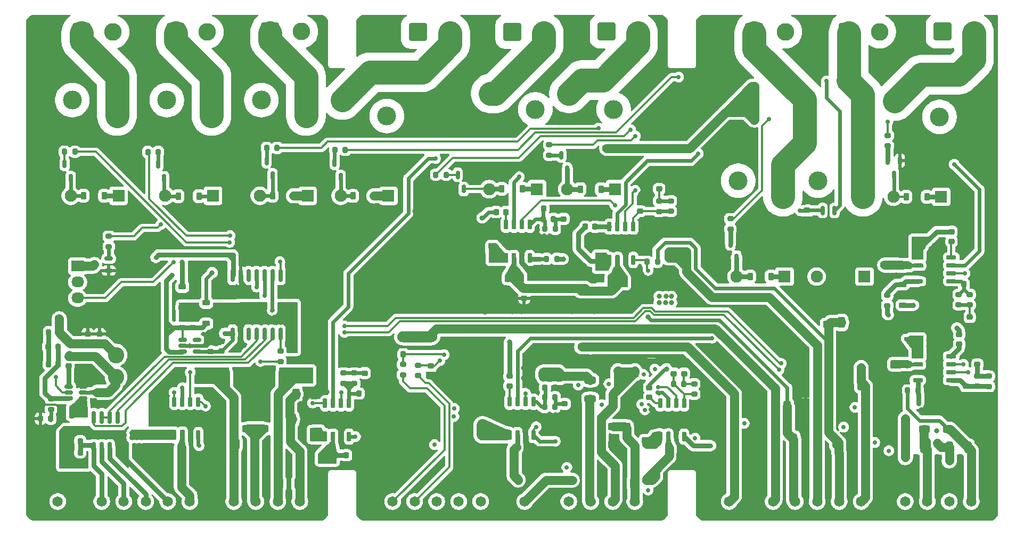
<source format=gbr>
G04 #@! TF.GenerationSoftware,KiCad,Pcbnew,9.0.4*
G04 #@! TF.CreationDate,2025-10-15T13:49:24+02:00*
G04 #@! TF.ProjectId,io-gateway,696f2d67-6174-4657-9761-792e6b696361,rev?*
G04 #@! TF.SameCoordinates,Original*
G04 #@! TF.FileFunction,Copper,L4,Bot*
G04 #@! TF.FilePolarity,Positive*
%FSLAX46Y46*%
G04 Gerber Fmt 4.6, Leading zero omitted, Abs format (unit mm)*
G04 Created by KiCad (PCBNEW 9.0.4) date 2025-10-15 13:49:24*
%MOMM*%
%LPD*%
G01*
G04 APERTURE LIST*
G04 Aperture macros list*
%AMRoundRect*
0 Rectangle with rounded corners*
0 $1 Rounding radius*
0 $2 $3 $4 $5 $6 $7 $8 $9 X,Y pos of 4 corners*
0 Add a 4 corners polygon primitive as box body*
4,1,4,$2,$3,$4,$5,$6,$7,$8,$9,$2,$3,0*
0 Add four circle primitives for the rounded corners*
1,1,$1+$1,$2,$3*
1,1,$1+$1,$4,$5*
1,1,$1+$1,$6,$7*
1,1,$1+$1,$8,$9*
0 Add four rect primitives between the rounded corners*
20,1,$1+$1,$2,$3,$4,$5,0*
20,1,$1+$1,$4,$5,$6,$7,0*
20,1,$1+$1,$6,$7,$8,$9,0*
20,1,$1+$1,$8,$9,$2,$3,0*%
G04 Aperture macros list end*
G04 #@! TA.AperFunction,ComponentPad*
%ADD10C,4.200000*%
G04 #@! TD*
G04 #@! TA.AperFunction,ComponentPad*
%ADD11R,1.950000X1.950000*%
G04 #@! TD*
G04 #@! TA.AperFunction,ComponentPad*
%ADD12C,1.950000*%
G04 #@! TD*
G04 #@! TA.AperFunction,ComponentPad*
%ADD13C,3.000000*%
G04 #@! TD*
G04 #@! TA.AperFunction,ComponentPad*
%ADD14C,1.650000*%
G04 #@! TD*
G04 #@! TA.AperFunction,ComponentPad*
%ADD15RoundRect,0.250001X-1.149999X-1.149999X1.149999X-1.149999X1.149999X1.149999X-1.149999X1.149999X0*%
G04 #@! TD*
G04 #@! TA.AperFunction,ComponentPad*
%ADD16C,2.800000*%
G04 #@! TD*
G04 #@! TA.AperFunction,ComponentPad*
%ADD17C,2.600000*%
G04 #@! TD*
G04 #@! TA.AperFunction,ComponentPad*
%ADD18R,2.030000X1.730000*%
G04 #@! TD*
G04 #@! TA.AperFunction,ComponentPad*
%ADD19O,2.030000X1.730000*%
G04 #@! TD*
G04 #@! TA.AperFunction,SMDPad,CuDef*
%ADD20RoundRect,0.150000X-0.150000X0.650000X-0.150000X-0.650000X0.150000X-0.650000X0.150000X0.650000X0*%
G04 #@! TD*
G04 #@! TA.AperFunction,HeatsinkPad*
%ADD21R,3.100000X2.410000*%
G04 #@! TD*
G04 #@! TA.AperFunction,SMDPad,CuDef*
%ADD22RoundRect,0.200000X0.200000X0.275000X-0.200000X0.275000X-0.200000X-0.275000X0.200000X-0.275000X0*%
G04 #@! TD*
G04 #@! TA.AperFunction,SMDPad,CuDef*
%ADD23RoundRect,0.200000X0.275000X-0.200000X0.275000X0.200000X-0.275000X0.200000X-0.275000X-0.200000X0*%
G04 #@! TD*
G04 #@! TA.AperFunction,SMDPad,CuDef*
%ADD24RoundRect,0.150000X-0.150000X0.587500X-0.150000X-0.587500X0.150000X-0.587500X0.150000X0.587500X0*%
G04 #@! TD*
G04 #@! TA.AperFunction,SMDPad,CuDef*
%ADD25RoundRect,0.225000X-0.225000X-0.250000X0.225000X-0.250000X0.225000X0.250000X-0.225000X0.250000X0*%
G04 #@! TD*
G04 #@! TA.AperFunction,SMDPad,CuDef*
%ADD26RoundRect,0.225000X0.250000X-0.225000X0.250000X0.225000X-0.250000X0.225000X-0.250000X-0.225000X0*%
G04 #@! TD*
G04 #@! TA.AperFunction,SMDPad,CuDef*
%ADD27RoundRect,0.150000X0.512500X0.150000X-0.512500X0.150000X-0.512500X-0.150000X0.512500X-0.150000X0*%
G04 #@! TD*
G04 #@! TA.AperFunction,SMDPad,CuDef*
%ADD28RoundRect,0.150000X-0.150000X0.512500X-0.150000X-0.512500X0.150000X-0.512500X0.150000X0.512500X0*%
G04 #@! TD*
G04 #@! TA.AperFunction,SMDPad,CuDef*
%ADD29RoundRect,0.225000X-0.250000X0.225000X-0.250000X-0.225000X0.250000X-0.225000X0.250000X0.225000X0*%
G04 #@! TD*
G04 #@! TA.AperFunction,SMDPad,CuDef*
%ADD30RoundRect,0.225000X0.225000X0.250000X-0.225000X0.250000X-0.225000X-0.250000X0.225000X-0.250000X0*%
G04 #@! TD*
G04 #@! TA.AperFunction,SMDPad,CuDef*
%ADD31RoundRect,0.225000X0.225000X0.375000X-0.225000X0.375000X-0.225000X-0.375000X0.225000X-0.375000X0*%
G04 #@! TD*
G04 #@! TA.AperFunction,SMDPad,CuDef*
%ADD32RoundRect,0.250000X0.625000X-0.312500X0.625000X0.312500X-0.625000X0.312500X-0.625000X-0.312500X0*%
G04 #@! TD*
G04 #@! TA.AperFunction,SMDPad,CuDef*
%ADD33RoundRect,0.250000X-0.325000X-0.650000X0.325000X-0.650000X0.325000X0.650000X-0.325000X0.650000X0*%
G04 #@! TD*
G04 #@! TA.AperFunction,SMDPad,CuDef*
%ADD34RoundRect,0.250000X-0.312500X-0.625000X0.312500X-0.625000X0.312500X0.625000X-0.312500X0.625000X0*%
G04 #@! TD*
G04 #@! TA.AperFunction,SMDPad,CuDef*
%ADD35RoundRect,0.200000X-0.275000X0.200000X-0.275000X-0.200000X0.275000X-0.200000X0.275000X0.200000X0*%
G04 #@! TD*
G04 #@! TA.AperFunction,SMDPad,CuDef*
%ADD36RoundRect,0.150000X0.650000X0.150000X-0.650000X0.150000X-0.650000X-0.150000X0.650000X-0.150000X0*%
G04 #@! TD*
G04 #@! TA.AperFunction,HeatsinkPad*
%ADD37R,2.410000X3.100000*%
G04 #@! TD*
G04 #@! TA.AperFunction,SMDPad,CuDef*
%ADD38RoundRect,0.150000X-0.150000X0.875000X-0.150000X-0.875000X0.150000X-0.875000X0.150000X0.875000X0*%
G04 #@! TD*
G04 #@! TA.AperFunction,SMDPad,CuDef*
%ADD39RoundRect,0.225000X0.375000X-0.225000X0.375000X0.225000X-0.375000X0.225000X-0.375000X-0.225000X0*%
G04 #@! TD*
G04 #@! TA.AperFunction,SMDPad,CuDef*
%ADD40RoundRect,0.250000X-0.325000X-1.100000X0.325000X-1.100000X0.325000X1.100000X-0.325000X1.100000X0*%
G04 #@! TD*
G04 #@! TA.AperFunction,SMDPad,CuDef*
%ADD41RoundRect,0.250000X0.312500X0.625000X-0.312500X0.625000X-0.312500X-0.625000X0.312500X-0.625000X0*%
G04 #@! TD*
G04 #@! TA.AperFunction,SMDPad,CuDef*
%ADD42RoundRect,0.150000X-0.150000X0.825000X-0.150000X-0.825000X0.150000X-0.825000X0.150000X0.825000X0*%
G04 #@! TD*
G04 #@! TA.AperFunction,SMDPad,CuDef*
%ADD43RoundRect,0.200000X-0.200000X-0.275000X0.200000X-0.275000X0.200000X0.275000X-0.200000X0.275000X0*%
G04 #@! TD*
G04 #@! TA.AperFunction,SMDPad,CuDef*
%ADD44RoundRect,0.250000X-0.650000X0.325000X-0.650000X-0.325000X0.650000X-0.325000X0.650000X0.325000X0*%
G04 #@! TD*
G04 #@! TA.AperFunction,SMDPad,CuDef*
%ADD45RoundRect,0.250000X-0.625000X0.312500X-0.625000X-0.312500X0.625000X-0.312500X0.625000X0.312500X0*%
G04 #@! TD*
G04 #@! TA.AperFunction,SMDPad,CuDef*
%ADD46RoundRect,0.150000X-0.512500X-0.150000X0.512500X-0.150000X0.512500X0.150000X-0.512500X0.150000X0*%
G04 #@! TD*
G04 #@! TA.AperFunction,ViaPad*
%ADD47C,0.700000*%
G04 #@! TD*
G04 #@! TA.AperFunction,ViaPad*
%ADD48C,0.800000*%
G04 #@! TD*
G04 #@! TA.AperFunction,ViaPad*
%ADD49C,1.400000*%
G04 #@! TD*
G04 #@! TA.AperFunction,Conductor*
%ADD50C,0.300000*%
G04 #@! TD*
G04 #@! TA.AperFunction,Conductor*
%ADD51C,0.800000*%
G04 #@! TD*
G04 #@! TA.AperFunction,Conductor*
%ADD52C,0.600000*%
G04 #@! TD*
G04 #@! TA.AperFunction,Conductor*
%ADD53C,1.400000*%
G04 #@! TD*
G04 #@! TA.AperFunction,Conductor*
%ADD54C,3.800000*%
G04 #@! TD*
G04 APERTURE END LIST*
D10*
X200676000Y-112945000D03*
X113666000Y-112945000D03*
X200676000Y-63205000D03*
X113666000Y-63205000D03*
D11*
X170799000Y-90424000D03*
D12*
X163199000Y-90424000D03*
D13*
X170549000Y-77724000D03*
X163449000Y-75184000D03*
D14*
X55250000Y-126250000D03*
X58750000Y-126250000D03*
X62250000Y-126250000D03*
X65750000Y-126250000D03*
X69250000Y-126250000D03*
X72750000Y-126250000D03*
X76250000Y-126250000D03*
X79750000Y-126250000D03*
X83250000Y-126250000D03*
X86750000Y-126250000D03*
X90250000Y-126250000D03*
X93750000Y-126250000D03*
D15*
X195933000Y-51433000D03*
D16*
X200933000Y-51433000D03*
D15*
X89000000Y-51433000D03*
D16*
X94000000Y-51433000D03*
D11*
X195703000Y-77724000D03*
D12*
X188103000Y-77724000D03*
D13*
X195453000Y-65024000D03*
X188353000Y-62484000D03*
D11*
X183511000Y-90424000D03*
D12*
X175911000Y-90424000D03*
D13*
X183261000Y-77724000D03*
X176161000Y-75184000D03*
D15*
X142500000Y-51433000D03*
D16*
X147500000Y-51433000D03*
D15*
X165950000Y-51450000D03*
D16*
X170950000Y-51450000D03*
D15*
X127500000Y-51500000D03*
D16*
X132500000Y-51500000D03*
D11*
X143881000Y-76510000D03*
D12*
X136281000Y-76510000D03*
D13*
X143631000Y-63810000D03*
X136531000Y-61270000D03*
D14*
X162000000Y-126250000D03*
X165500000Y-126250000D03*
X169000000Y-126250000D03*
X172500000Y-126250000D03*
X176000000Y-126250000D03*
X179500000Y-126250000D03*
X183000000Y-126250000D03*
X186500000Y-126250000D03*
X190000000Y-126250000D03*
X193500000Y-126250000D03*
X197000000Y-126250000D03*
X200500000Y-126250000D03*
D15*
X180900000Y-51450000D03*
D16*
X185900000Y-51450000D03*
D15*
X112500000Y-51500000D03*
D16*
X117500000Y-51500000D03*
D14*
X108500000Y-126250000D03*
X112000000Y-126250000D03*
X115500000Y-126250000D03*
X119000000Y-126250000D03*
X122500000Y-126250000D03*
X126000000Y-126250000D03*
X129500000Y-126250000D03*
X133000000Y-126250000D03*
X136500000Y-126250000D03*
X140000000Y-126250000D03*
X143500000Y-126250000D03*
X147000000Y-126250000D03*
D11*
X64918400Y-77571600D03*
D12*
X57318400Y-77571600D03*
D13*
X64668400Y-64871600D03*
X57568400Y-62331600D03*
D11*
X107832400Y-77571600D03*
D12*
X100232400Y-77571600D03*
D13*
X107582400Y-64871600D03*
X100482400Y-62331600D03*
D15*
X59000000Y-51500000D03*
D16*
X64000000Y-51500000D03*
D17*
X64516000Y-106426000D03*
X64516000Y-102926000D03*
D11*
X79943200Y-77571600D03*
D12*
X72343200Y-77571600D03*
D13*
X79693200Y-64871600D03*
X72593200Y-62331600D03*
D11*
X131441000Y-76510000D03*
D12*
X123841000Y-76510000D03*
D13*
X131191000Y-63810000D03*
X124091000Y-61270000D03*
D15*
X73994000Y-51500000D03*
D16*
X78994000Y-51500000D03*
D18*
X58420000Y-88773000D03*
D19*
X58420000Y-91313000D03*
X58420000Y-93853000D03*
D11*
X94980000Y-77571600D03*
D12*
X87380000Y-77571600D03*
D13*
X94730000Y-64871600D03*
X87630000Y-62331600D03*
D20*
X126492000Y-82169000D03*
X127762000Y-82169000D03*
X129032000Y-82169000D03*
X130302000Y-82169000D03*
X130302000Y-87469000D03*
X129032000Y-87469000D03*
X127762000Y-87469000D03*
X126492000Y-87469000D03*
D21*
X128397000Y-84819000D03*
D22*
X134619000Y-87630000D03*
X132969000Y-87630000D03*
D23*
X63373000Y-85661000D03*
X63373000Y-84011000D03*
D24*
X176850000Y-79913000D03*
X178750000Y-79913000D03*
X177800000Y-81788000D03*
D25*
X199325000Y-91650000D03*
X200875000Y-91650000D03*
D26*
X60014000Y-101092000D03*
X60014000Y-99542000D03*
D27*
X59252000Y-107955000D03*
X59252000Y-108905000D03*
X59252000Y-109855000D03*
X56977000Y-109855000D03*
X56977000Y-108905000D03*
X56977000Y-107955000D03*
D26*
X189382400Y-88608200D03*
X189382400Y-87058200D03*
D28*
X71236800Y-72528000D03*
X73136800Y-72528000D03*
X72186800Y-74803000D03*
D29*
X174371000Y-79870000D03*
X174371000Y-81420000D03*
D26*
X150876000Y-76467000D03*
X150876000Y-74917000D03*
X135686800Y-81250000D03*
X135686800Y-79700000D03*
D30*
X140678200Y-82499200D03*
X139128200Y-82499200D03*
D31*
X193450000Y-77750000D03*
X190150000Y-77750000D03*
D32*
X196850000Y-114746500D03*
X196850000Y-111821500D03*
D26*
X154838200Y-105887400D03*
X154838200Y-104337400D03*
X127100000Y-107850000D03*
X127100000Y-106300000D03*
D23*
X90678000Y-103949000D03*
X90678000Y-102299000D03*
D20*
X97755000Y-110621000D03*
X99025000Y-110621000D03*
X100295000Y-110621000D03*
X101565000Y-110621000D03*
X101565000Y-115921000D03*
X100295000Y-115921000D03*
X99025000Y-115921000D03*
X97755000Y-115921000D03*
D21*
X99660000Y-113271000D03*
D25*
X132486400Y-79629000D03*
X134036400Y-79629000D03*
D33*
X90525000Y-123400000D03*
X93475000Y-123400000D03*
D29*
X200253600Y-96875600D03*
X200253600Y-98425600D03*
D30*
X58826400Y-116636800D03*
X57276400Y-116636800D03*
D34*
X92587500Y-113150000D03*
X95512500Y-113150000D03*
D27*
X63362000Y-87569000D03*
X63362000Y-89469000D03*
X61087000Y-88519000D03*
D30*
X126492000Y-80162400D03*
X124942000Y-80162400D03*
D25*
X128192000Y-117590000D03*
X129742000Y-117590000D03*
D22*
X100964000Y-70256400D03*
X99314000Y-70256400D03*
D34*
X179887500Y-97750000D03*
X182812500Y-97750000D03*
D20*
X142963600Y-82481200D03*
X144233600Y-82481200D03*
X145503600Y-82481200D03*
X146773600Y-82481200D03*
X146773600Y-87781200D03*
X145503600Y-87781200D03*
X144233600Y-87781200D03*
X142963600Y-87781200D03*
D21*
X144868600Y-85131200D03*
D30*
X143269000Y-90678000D03*
X141719000Y-90678000D03*
D32*
X177800000Y-98062500D03*
X177800000Y-95137500D03*
D30*
X57487000Y-112522000D03*
X55937000Y-112522000D03*
D26*
X198577200Y-101206600D03*
X198577200Y-99656600D03*
D35*
X156450000Y-107500000D03*
X156450000Y-109150000D03*
D34*
X171237500Y-113750000D03*
X174162500Y-113750000D03*
D28*
X187250000Y-71975000D03*
X189150000Y-71975000D03*
X188200000Y-74250000D03*
D36*
X197306000Y-103124000D03*
X197306000Y-104394000D03*
X197306000Y-105664000D03*
X197306000Y-106934000D03*
X192006000Y-106934000D03*
X192006000Y-105664000D03*
X192006000Y-104394000D03*
X192006000Y-103124000D03*
D37*
X194656000Y-105029000D03*
D22*
X134325000Y-109650000D03*
X132675000Y-109650000D03*
D26*
X79552800Y-102337200D03*
X79552800Y-100787200D03*
D34*
X145737500Y-114600000D03*
X148662500Y-114600000D03*
X171237500Y-111100000D03*
X174162500Y-111100000D03*
D22*
X154825000Y-107500000D03*
X153175000Y-107500000D03*
D35*
X133400800Y-69470000D03*
X133400800Y-71120000D03*
D38*
X83058000Y-90268000D03*
X84328000Y-90268000D03*
X85598000Y-90268000D03*
X86868000Y-90268000D03*
X88138000Y-90268000D03*
X89408000Y-90268000D03*
X90678000Y-90268000D03*
X91948000Y-90268000D03*
X91948000Y-99568000D03*
X90678000Y-99568000D03*
X89408000Y-99568000D03*
X88138000Y-99568000D03*
X86868000Y-99568000D03*
X85598000Y-99568000D03*
X84328000Y-99568000D03*
X83058000Y-99568000D03*
D33*
X190041000Y-117602000D03*
X192991000Y-117602000D03*
D26*
X153212600Y-105887400D03*
X153212600Y-104337400D03*
D32*
X193040000Y-114746500D03*
X193040000Y-111821500D03*
D26*
X149301200Y-109639400D03*
X149301200Y-108089400D03*
D35*
X110150000Y-104425000D03*
X110150000Y-106075000D03*
D34*
X200437500Y-120200000D03*
X203362500Y-120200000D03*
D33*
X169312800Y-116332000D03*
X172262800Y-116332000D03*
D22*
X57975000Y-70561200D03*
X56325000Y-70561200D03*
D29*
X104050000Y-105800000D03*
X104050000Y-107350000D03*
D31*
X92703000Y-77571600D03*
X89403000Y-77571600D03*
D28*
X135321000Y-71131000D03*
X137221000Y-71131000D03*
X136271000Y-73406000D03*
D31*
X168629600Y-90424000D03*
X165329600Y-90424000D03*
X62636400Y-77571600D03*
X59336400Y-77571600D03*
D26*
X147828000Y-80023000D03*
X147828000Y-78473000D03*
D31*
X141629400Y-76504800D03*
X138329400Y-76504800D03*
D33*
X197026000Y-117602000D03*
X199976000Y-117602000D03*
D26*
X81280000Y-102324200D03*
X81280000Y-100774200D03*
D28*
X56352400Y-72502600D03*
X58252400Y-72502600D03*
X57302400Y-74777600D03*
X88458000Y-72045400D03*
X90358000Y-72045400D03*
X89408000Y-74320400D03*
D35*
X152750000Y-78400000D03*
X152750000Y-80050000D03*
D29*
X199644000Y-107886200D03*
X199644000Y-109436200D03*
D39*
X78867000Y-97917000D03*
X78867000Y-94617000D03*
D40*
X182981600Y-107188000D03*
X185931600Y-107188000D03*
D29*
X129413000Y-92316000D03*
X129413000Y-93866000D03*
D22*
X54150000Y-113050000D03*
X52500000Y-113050000D03*
D41*
X193450000Y-122000000D03*
X190525000Y-122000000D03*
D35*
X100700000Y-105775000D03*
X100700000Y-107425000D03*
D22*
X134075000Y-81250000D03*
X132425000Y-81250000D03*
D35*
X54172000Y-109919000D03*
X54172000Y-111569000D03*
D25*
X103100000Y-109050000D03*
X104650000Y-109050000D03*
D30*
X110175000Y-102800000D03*
X108625000Y-102800000D03*
D42*
X61010800Y-112826800D03*
X62280800Y-112826800D03*
X63550800Y-112826800D03*
X64820800Y-112826800D03*
X64820800Y-117776800D03*
X63550800Y-117776800D03*
X62280800Y-117776800D03*
X61010800Y-117776800D03*
D35*
X150876000Y-78423000D03*
X150876000Y-80073000D03*
D22*
X134350000Y-82850000D03*
X132700000Y-82850000D03*
D23*
X200253600Y-94945200D03*
X200253600Y-93295200D03*
D43*
X190386200Y-108559600D03*
X192036200Y-108559600D03*
D39*
X75057000Y-95376000D03*
X75057000Y-92076000D03*
D20*
X127075000Y-110368000D03*
X128345000Y-110368000D03*
X129615000Y-110368000D03*
X130885000Y-110368000D03*
X130885000Y-115668000D03*
X129615000Y-115668000D03*
X128345000Y-115668000D03*
X127075000Y-115668000D03*
D21*
X128980000Y-113018000D03*
D25*
X132725000Y-108100000D03*
X134275000Y-108100000D03*
D35*
X203300000Y-106275000D03*
X203300000Y-107925000D03*
D43*
X69583800Y-70612000D03*
X71233800Y-70612000D03*
D26*
X201472800Y-104407000D03*
X201472800Y-102857000D03*
D33*
X83566000Y-117094000D03*
X86516000Y-117094000D03*
D26*
X197358000Y-84836000D03*
X197358000Y-83286000D03*
D35*
X162204400Y-81217000D03*
X162204400Y-82867000D03*
D26*
X61919000Y-101105000D03*
X61919000Y-99555000D03*
X135839200Y-110700000D03*
X135839200Y-109150000D03*
D28*
X118851600Y-74218800D03*
X120751600Y-74218800D03*
X119801600Y-76493800D03*
D30*
X74816000Y-118745000D03*
X73266000Y-118745000D03*
D32*
X85450000Y-114685000D03*
X85450000Y-111760000D03*
D36*
X197324000Y-87376000D03*
X197324000Y-88646000D03*
X197324000Y-89916000D03*
X197324000Y-91186000D03*
X192024000Y-91186000D03*
X192024000Y-89916000D03*
X192024000Y-88646000D03*
X192024000Y-87376000D03*
D37*
X194674000Y-89281000D03*
D33*
X176050000Y-116840000D03*
X179000000Y-116840000D03*
D43*
X53689400Y-101600000D03*
X55339400Y-101600000D03*
D22*
X90131400Y-69951600D03*
X88481400Y-69951600D03*
D41*
X139812500Y-112650000D03*
X136887500Y-112650000D03*
D31*
X77697600Y-77622400D03*
X74397600Y-77622400D03*
D35*
X187234800Y-67969500D03*
X187234800Y-69619500D03*
D32*
X87900000Y-114675000D03*
X87900000Y-111750000D03*
D20*
X73800000Y-110380000D03*
X75070000Y-110380000D03*
X76340000Y-110380000D03*
X77610000Y-110380000D03*
X77610000Y-115680000D03*
X76340000Y-115680000D03*
X75070000Y-115680000D03*
X73800000Y-115680000D03*
D21*
X75705000Y-113030000D03*
D29*
X189738000Y-104394000D03*
X189738000Y-105944000D03*
D31*
X105494600Y-77597000D03*
X102194600Y-77597000D03*
D20*
X151030000Y-110609000D03*
X152300000Y-110609000D03*
X153570000Y-110609000D03*
X154840000Y-110609000D03*
X154840000Y-115909000D03*
X153570000Y-115909000D03*
X152300000Y-115909000D03*
X151030000Y-115909000D03*
D21*
X152935000Y-113259000D03*
D22*
X150595600Y-88087200D03*
X148945600Y-88087200D03*
D44*
X139903200Y-106932200D03*
X139903200Y-109882200D03*
D26*
X76708000Y-98565000D03*
X76708000Y-97015000D03*
D30*
X58826400Y-118414800D03*
X57276400Y-118414800D03*
D29*
X114600000Y-104625000D03*
X114600000Y-106175000D03*
D25*
X53791000Y-104394000D03*
X55341000Y-104394000D03*
D33*
X143875000Y-123350000D03*
X146825000Y-123350000D03*
D23*
X198500000Y-94950000D03*
X198500000Y-93300000D03*
D22*
X55441000Y-99314000D03*
X53791000Y-99314000D03*
D39*
X189611000Y-94996000D03*
X189611000Y-91696000D03*
D28*
X99278400Y-72319300D03*
X101178400Y-72319300D03*
X100228400Y-74594300D03*
D43*
X115354600Y-74218800D03*
X117004600Y-74218800D03*
D26*
X75057000Y-98565000D03*
X75057000Y-97015000D03*
D25*
X101116800Y-118872000D03*
X102666800Y-118872000D03*
D23*
X187147200Y-95046800D03*
X187147200Y-93396800D03*
D35*
X102400000Y-105775000D03*
X102400000Y-107425000D03*
D26*
X56966000Y-104661000D03*
X56966000Y-103111000D03*
D31*
X129158000Y-76454000D03*
X125858000Y-76454000D03*
D25*
X152500000Y-119000000D03*
X154050000Y-119000000D03*
D28*
X162219600Y-85151800D03*
X164119600Y-85151800D03*
X163169600Y-87426800D03*
D22*
X134314600Y-111199600D03*
X132664600Y-111199600D03*
D35*
X112550000Y-104550000D03*
X112550000Y-106200000D03*
X201472800Y-106261400D03*
X201472800Y-107911400D03*
D45*
X143650000Y-114287500D03*
X143650000Y-117212500D03*
D41*
X139812500Y-115250000D03*
X136887500Y-115250000D03*
D46*
X75093400Y-102382400D03*
X75093400Y-101432400D03*
X75093400Y-100482400D03*
X77368400Y-100482400D03*
X77368400Y-102382400D03*
D34*
X93137500Y-109100000D03*
X96062500Y-109100000D03*
D47*
X55491271Y-111356561D03*
D48*
X61168118Y-110174330D03*
X108740000Y-108670000D03*
D49*
X142544800Y-70002400D03*
X55500000Y-97150000D03*
X166000000Y-65500000D03*
D47*
X83122000Y-86995000D03*
D49*
X166065200Y-60096400D03*
D47*
X70866000Y-87376000D03*
X173274183Y-79920219D03*
D48*
X58477000Y-111239000D03*
X57461000Y-111239000D03*
X59506000Y-111252000D03*
X79121000Y-105664000D03*
X80518000Y-105664000D03*
X81915000Y-106807000D03*
X80518000Y-106807000D03*
X77724000Y-106807000D03*
X79121000Y-106807000D03*
X77724000Y-105664000D03*
X81915000Y-105664000D03*
X86500000Y-118750000D03*
X95808800Y-114909600D03*
X96672400Y-114909600D03*
X96672400Y-115773200D03*
X95808800Y-115773200D03*
X91059000Y-106807000D03*
X92329000Y-105664000D03*
X93726000Y-105664000D03*
X91059000Y-105664000D03*
X95123000Y-105664000D03*
X95123000Y-106807000D03*
X92329000Y-106807000D03*
X93726000Y-106807000D03*
X93764972Y-118235600D03*
D47*
X102583600Y-115921000D03*
D48*
X147025000Y-117337071D03*
X188499600Y-104394000D03*
D49*
X183000000Y-104971200D03*
X186740800Y-88595200D03*
D48*
X147015200Y-105410000D03*
X145643600Y-105359200D03*
X144322800Y-105410000D03*
X139791000Y-116700000D03*
X128930400Y-90932000D03*
D49*
X138430000Y-92710000D03*
X140000000Y-92710000D03*
D48*
X127889000Y-90932000D03*
D49*
X138577600Y-101628400D03*
D48*
X126847600Y-90932000D03*
X127355600Y-89916000D03*
X128473200Y-89916000D03*
D49*
X140000000Y-101650800D03*
D48*
X133793000Y-106795000D03*
X132396000Y-106795000D03*
X132396000Y-105652000D03*
X133793000Y-105652000D03*
X135190000Y-106795000D03*
X135190000Y-105652000D03*
X99161600Y-118821200D03*
X74916000Y-117602000D03*
X97129600Y-118821200D03*
X97129600Y-119735600D03*
X98145600Y-119735600D03*
X99161600Y-119735600D03*
X98145600Y-118821200D03*
D47*
X54921000Y-106413000D03*
D48*
X195072000Y-116967000D03*
X197000000Y-119761000D03*
X187285800Y-96506200D03*
X192991000Y-116382800D03*
X155194000Y-87477600D03*
X153797000Y-87477600D03*
X153797000Y-86410800D03*
X152400000Y-87477600D03*
X155194000Y-86410800D03*
X152400000Y-86410800D03*
X135636000Y-87630000D03*
X149098000Y-96901000D03*
D49*
X114198400Y-99974400D03*
X110693200Y-99974400D03*
X112522000Y-99974400D03*
D48*
X191312800Y-94996000D03*
X190000000Y-113038000D03*
X190000000Y-119253000D03*
X123063000Y-88900000D03*
D47*
X195199000Y-86995000D03*
X80450000Y-114300000D03*
D48*
X71050000Y-92350000D03*
X167400000Y-116000000D03*
D47*
X148150000Y-112850000D03*
X139900000Y-86100000D03*
D48*
X203950000Y-70400000D03*
D47*
X80450000Y-115189000D03*
X147955000Y-109600000D03*
D48*
X159500000Y-60000000D03*
D47*
X131550000Y-85650000D03*
D48*
X125500000Y-105000000D03*
X181049400Y-102666800D03*
X87503000Y-56642000D03*
X76550000Y-119800000D03*
X148336000Y-74930000D03*
X104140000Y-52578000D03*
X185100000Y-100457000D03*
X157886400Y-127660400D03*
X186055000Y-113665000D03*
D47*
X133400800Y-112318800D03*
D48*
X83312000Y-56769000D03*
D47*
X119381600Y-114743400D03*
D48*
X154559000Y-65532000D03*
D47*
X80450000Y-116078000D03*
D48*
X125500000Y-106000000D03*
X158000000Y-56500000D03*
X161798000Y-78867000D03*
X83820000Y-51689000D03*
X159766000Y-90424000D03*
X203850000Y-99900000D03*
X73279000Y-122555000D03*
X80200000Y-91200000D03*
X157500000Y-106021520D03*
D47*
X142087600Y-106019600D03*
D48*
X138303000Y-127635000D03*
X140589000Y-96012000D03*
D47*
X79561000Y-115189000D03*
X126250000Y-112300000D03*
D48*
X189611000Y-84836000D03*
X109450000Y-75450000D03*
X147900000Y-58850000D03*
X100000000Y-91600000D03*
D47*
X133450000Y-84800000D03*
D48*
X191650000Y-119500000D03*
D47*
X78500000Y-113800000D03*
D48*
X67500000Y-98500000D03*
X73400000Y-84200000D03*
X199898000Y-84963000D03*
D47*
X70550000Y-113700000D03*
X71450000Y-113700000D03*
X124256800Y-83515200D03*
D48*
X140500000Y-94500000D03*
D47*
X72333022Y-113677667D03*
D48*
X174150000Y-120950000D03*
X189230000Y-66040000D03*
X65150000Y-81800000D03*
X177800000Y-120950000D03*
D47*
X131572000Y-84836000D03*
D48*
X160800000Y-112200000D03*
D47*
X194056000Y-86969600D03*
D48*
X161290000Y-52832000D03*
X136271000Y-50546000D03*
X138000000Y-124600000D03*
X122047000Y-52705000D03*
X127500000Y-94500000D03*
D47*
X79561000Y-116078000D03*
D48*
X129000000Y-96000000D03*
X99250000Y-92550000D03*
X94600000Y-109800000D03*
X106500000Y-106000000D03*
X103759000Y-124079000D03*
X154500000Y-60000000D03*
X74400000Y-127600000D03*
X66802000Y-104902000D03*
X104140000Y-50419000D03*
X77350000Y-120350000D03*
X188341000Y-127635000D03*
X87500000Y-85000000D03*
D47*
X147320000Y-84683600D03*
D48*
X64008000Y-127600000D03*
X69000000Y-50500000D03*
X158242000Y-107188000D03*
D47*
X130429000Y-89281000D03*
D48*
X190093600Y-99161600D03*
X91800000Y-88000000D03*
X83439000Y-62103000D03*
X139700000Y-65659000D03*
X81600000Y-114200000D03*
X115189000Y-93726000D03*
X136271000Y-52705000D03*
X83500000Y-80000000D03*
D47*
X142087600Y-104597200D03*
D48*
X104500000Y-84500000D03*
X198501000Y-97028000D03*
X193751200Y-100584000D03*
X189230000Y-68199000D03*
X61150000Y-80150000D03*
X198250000Y-70900000D03*
X158242000Y-115189000D03*
X66802000Y-103700000D03*
X202819000Y-118364000D03*
X97950000Y-93250000D03*
X185801000Y-96266000D03*
X76550000Y-120850000D03*
X179959000Y-95123000D03*
X158242000Y-114050000D03*
X100800000Y-87200000D03*
X186700000Y-80150000D03*
X150977600Y-50673000D03*
X196850000Y-101600000D03*
X71900000Y-111100000D03*
D47*
X139039600Y-104546400D03*
D48*
X68730000Y-76440000D03*
X136779000Y-101700000D03*
X161290000Y-50800000D03*
D47*
X140563600Y-104597200D03*
X78799000Y-115650000D03*
D48*
X86800000Y-93500000D03*
X137058400Y-81788000D03*
X203850000Y-102850000D03*
X199898000Y-81534000D03*
X120500000Y-80000000D03*
X176350000Y-96800000D03*
X193903600Y-94945200D03*
X79500000Y-69000000D03*
X127500000Y-67000000D03*
X108450000Y-116200000D03*
X188000000Y-117000000D03*
X161500000Y-56500000D03*
X52070000Y-96012000D03*
X103632000Y-113741200D03*
D47*
X125100000Y-81800000D03*
D48*
X97282000Y-50292000D03*
D47*
X134400000Y-114150000D03*
D48*
X51943000Y-91059000D03*
X100500000Y-80000000D03*
X203900000Y-76550000D03*
X123775000Y-124425000D03*
X104775000Y-122936000D03*
X81280000Y-123952000D03*
X106553000Y-127381000D03*
X102514400Y-95554800D03*
X104775000Y-112776000D03*
X99250000Y-94000000D03*
X199898000Y-83185000D03*
X198750000Y-123000000D03*
X174371000Y-101854000D03*
D47*
X135400000Y-114150000D03*
D48*
X184531000Y-127635000D03*
D47*
X134416800Y-113250000D03*
D48*
X52070000Y-66675000D03*
X203073000Y-109347000D03*
D47*
X124150000Y-81800000D03*
D48*
X71120000Y-117602000D03*
X191750000Y-123300000D03*
X87350000Y-109100000D03*
X110236000Y-90424000D03*
X195834000Y-100584000D03*
X150000000Y-60000000D03*
X203850000Y-92900000D03*
X83250002Y-93500000D03*
X98450000Y-58850000D03*
D47*
X135382000Y-113250000D03*
D48*
X124841000Y-108204000D03*
X175768000Y-50800000D03*
D47*
X125476000Y-83464400D03*
D48*
X195250000Y-119500000D03*
D47*
X154150000Y-117450000D03*
D48*
X124104400Y-127660400D03*
X125025000Y-123075000D03*
X69977000Y-117602000D03*
D47*
X126238000Y-84124800D03*
D48*
X162000000Y-104000000D03*
X57350000Y-96200000D03*
X125476000Y-64770000D03*
X188671200Y-99161600D03*
X164400000Y-116000000D03*
X194767200Y-101549200D03*
X51943000Y-75184000D03*
D47*
X78799000Y-114681000D03*
D48*
X181051200Y-99314000D03*
X61750000Y-106850000D03*
X91000000Y-80000000D03*
X167640000Y-127635000D03*
X57404000Y-124587000D03*
X116000000Y-106000000D03*
X118500000Y-100500000D03*
X108500000Y-85000000D03*
X188595000Y-90170000D03*
X120500000Y-116000000D03*
X104775000Y-121920000D03*
D47*
X136950000Y-116850000D03*
D48*
X97050000Y-113400000D03*
X192836800Y-94945200D03*
X96500000Y-85000000D03*
D47*
X124850000Y-82700000D03*
D48*
X198750000Y-119500000D03*
D47*
X145550000Y-109650000D03*
D48*
X103759000Y-121920000D03*
X127711200Y-127660400D03*
X81400000Y-90200000D03*
D47*
X147955000Y-107823000D03*
D48*
X87350000Y-110100000D03*
X102463600Y-112014000D03*
X71018400Y-118745000D03*
D47*
X73279000Y-113665000D03*
D48*
X190754000Y-52705000D03*
X95885000Y-127635000D03*
X195935600Y-95910400D03*
X127500000Y-96000000D03*
X58800000Y-83400000D03*
X123500000Y-74000000D03*
X197002400Y-94945200D03*
X110236000Y-93853000D03*
X68707000Y-67310000D03*
X151072662Y-127765400D03*
X123190000Y-95123000D03*
D47*
X135382000Y-112318800D03*
D48*
X203850000Y-96900000D03*
X189611000Y-83312000D03*
D47*
X120550000Y-114743400D03*
D48*
X68834000Y-118745000D03*
X193548000Y-110642400D03*
X59182000Y-97663000D03*
X69950000Y-81000000D03*
X64500000Y-69000000D03*
X170815000Y-127635000D03*
X194919600Y-95910400D03*
X108000000Y-80000000D03*
X138430000Y-50546000D03*
X137000000Y-96000000D03*
X60100000Y-104850000D03*
X85250000Y-109150000D03*
D47*
X132588000Y-83947000D03*
D48*
X155321000Y-79700000D03*
X84963000Y-127635000D03*
X158115000Y-83820000D03*
D47*
X133450000Y-85650000D03*
D48*
X188671200Y-100888800D03*
X176311745Y-58693302D03*
D47*
X126250000Y-113100000D03*
D48*
X106600000Y-100400000D03*
X106000000Y-91200000D03*
X174371000Y-104521000D03*
X185500000Y-119500000D03*
D47*
X119550000Y-112500000D03*
D48*
X60325000Y-122936000D03*
D47*
X148336000Y-86461600D03*
D48*
X101700000Y-100450000D03*
X155738600Y-113284000D03*
X52000000Y-50500000D03*
D47*
X139649200Y-84124800D03*
D48*
X83820000Y-50546000D03*
X181500000Y-123000000D03*
X181950000Y-85900000D03*
X185500000Y-123000000D03*
X196000000Y-73000000D03*
X146812000Y-72263000D03*
X192405000Y-74295000D03*
X115824000Y-77086000D03*
X160147000Y-122936000D03*
X91800000Y-86800000D03*
X194919600Y-94945200D03*
X151000000Y-125000000D03*
D47*
X130429000Y-90297000D03*
D48*
X91998800Y-127558800D03*
X157937200Y-52832000D03*
D47*
X78500000Y-112200000D03*
D48*
X67600000Y-127600000D03*
X117500000Y-77000000D03*
X174371000Y-103251000D03*
X157988000Y-75057000D03*
X203900000Y-83300000D03*
D47*
X147320000Y-85572600D03*
D48*
X120269000Y-94107000D03*
X79150000Y-117300000D03*
X167500000Y-123000000D03*
X194767200Y-100584000D03*
X73279000Y-124333000D03*
X131114800Y-127660400D03*
X163500000Y-60000000D03*
D47*
X134000000Y-90500000D03*
D48*
X102514400Y-96570800D03*
X134924800Y-127660400D03*
X130600000Y-122600000D03*
D47*
X75300000Y-106650000D03*
D48*
X65500000Y-89000000D03*
X200279000Y-71628000D03*
X198272400Y-108356400D03*
X66850000Y-102250000D03*
X155702000Y-112268000D03*
X103632000Y-112776000D03*
X119400000Y-116000000D03*
D47*
X140716000Y-84124800D03*
D48*
X70967600Y-127600000D03*
X102950000Y-110950000D03*
X120269000Y-92964000D03*
X117297200Y-127609600D03*
X198882000Y-127635000D03*
D47*
X133400800Y-113250000D03*
D48*
X160000000Y-104000000D03*
D47*
X133000000Y-89500000D03*
X196215000Y-85979000D03*
D48*
X122047000Y-50546000D03*
X51944074Y-84074000D03*
X81400000Y-91200000D03*
X60325000Y-124587000D03*
X120269000Y-95377000D03*
X167400000Y-113000000D03*
D47*
X52222400Y-98196400D03*
D48*
X98100000Y-108816000D03*
X188671200Y-97637600D03*
X162900000Y-95450000D03*
X197002400Y-95961200D03*
X161800000Y-88400000D03*
D47*
X124724000Y-91004991D03*
D48*
X200660000Y-67310000D03*
X72000000Y-85500000D03*
X103632000Y-111963200D03*
X135128000Y-65659000D03*
X164600000Y-123000000D03*
X125025000Y-124400000D03*
X178562000Y-89535000D03*
X57350000Y-98900000D03*
X155300000Y-78400000D03*
D47*
X137000000Y-109208800D03*
D48*
X202819000Y-122682000D03*
X177698400Y-127609600D03*
X61700000Y-105900000D03*
X123750000Y-123075000D03*
X141859000Y-127635000D03*
X188000000Y-123000000D03*
X103000000Y-67500000D03*
X105664000Y-119126000D03*
X76130000Y-82860000D03*
X121793000Y-88900000D03*
X155321000Y-76835000D03*
D47*
X135400000Y-115250000D03*
D48*
X193751200Y-101549200D03*
X98095011Y-57468066D03*
D47*
X120550000Y-113575000D03*
X122682000Y-65024000D03*
X134000000Y-89500000D03*
D48*
X60850000Y-106850000D03*
D47*
X119381600Y-113524200D03*
D48*
X191770000Y-127635000D03*
X60600000Y-72200000D03*
X94600000Y-108550000D03*
X97950000Y-94600000D03*
X86350000Y-110100000D03*
X196000000Y-75500000D03*
X99200000Y-95400000D03*
X172500000Y-86200000D03*
D47*
X133400000Y-114200000D03*
D48*
X167513000Y-99949000D03*
X102463600Y-112826800D03*
X108077000Y-52578000D03*
X60000000Y-106850000D03*
X104775000Y-113741200D03*
D47*
X162250000Y-66000000D03*
D48*
X153162000Y-76835000D03*
D47*
X124917200Y-84175600D03*
D48*
X181229000Y-127635000D03*
D47*
X133451600Y-83921600D03*
D48*
X200200000Y-103400000D03*
X160223200Y-127660400D03*
X111250000Y-71750000D03*
X127500000Y-74000000D03*
X203073000Y-58928000D03*
X195326000Y-127635000D03*
X85217000Y-92202000D03*
X93850392Y-110700958D03*
X68848328Y-117553805D03*
X52200000Y-122936000D03*
X202184000Y-59944000D03*
X186099600Y-110134400D03*
X175768000Y-52959000D03*
X118237000Y-88900000D03*
X111250000Y-67400000D03*
D47*
X134416800Y-112318800D03*
D48*
X131500000Y-74000000D03*
X151079200Y-52781200D03*
D47*
X52451000Y-110794800D03*
X130550000Y-85650000D03*
D48*
X162500000Y-60000000D03*
X73500000Y-80000000D03*
X66400000Y-100300000D03*
X113919000Y-127508000D03*
X66200000Y-93300000D03*
X195250000Y-123000000D03*
X163525200Y-127660400D03*
D47*
X149553974Y-111614024D03*
X120550000Y-112559000D03*
D48*
X193903600Y-95910400D03*
X188000000Y-119500000D03*
X158242000Y-112800000D03*
D47*
X148336000Y-83794600D03*
D48*
X120500000Y-85500000D03*
X196850000Y-100584000D03*
X103759000Y-96520000D03*
X123190000Y-93472000D03*
D47*
X131572000Y-82956400D03*
D48*
X192836800Y-95910400D03*
X57404000Y-122936000D03*
X144145000Y-73660000D03*
X202819000Y-127508000D03*
D47*
X195199000Y-85979000D03*
D48*
X120751600Y-127660400D03*
D47*
X148336000Y-84683600D03*
D48*
X202819000Y-117094000D03*
X119380000Y-67437000D03*
D47*
X194056000Y-85979000D03*
D48*
X106425000Y-122275000D03*
D47*
X130556000Y-83947000D03*
D48*
X160500000Y-60000000D03*
X157886400Y-50800000D03*
D47*
X148336000Y-85572600D03*
D48*
X190093600Y-97637600D03*
X52324000Y-118237000D03*
X85250000Y-110100000D03*
X112000000Y-80000000D03*
X173101000Y-94361000D03*
X136779000Y-104600000D03*
X129284200Y-105000000D03*
X118500000Y-102500000D03*
X63000000Y-96500000D03*
X83250002Y-92400000D03*
X115189000Y-90424000D03*
X106650000Y-73000000D03*
X166450000Y-79550000D03*
X195935600Y-94945200D03*
D47*
X133000000Y-90500000D03*
D48*
X152019000Y-65532000D03*
D47*
X78500000Y-113000000D03*
D48*
X72136000Y-57404000D03*
X179578000Y-104648000D03*
X153289000Y-65532000D03*
X57150000Y-127600000D03*
X104775000Y-124079000D03*
X66500000Y-73500000D03*
X52200000Y-127600000D03*
X81600000Y-117303399D03*
X102463600Y-113792000D03*
X90500000Y-68000000D03*
X88519000Y-127508000D03*
D47*
X147950000Y-108650000D03*
D48*
X60850000Y-105900000D03*
X161500000Y-60000000D03*
X203750000Y-88570000D03*
X123190000Y-96139000D03*
X190754000Y-50546000D03*
X103759000Y-95504000D03*
X103759000Y-122936000D03*
X195000000Y-115000000D03*
D47*
X132588000Y-84836000D03*
D48*
X81407000Y-127635000D03*
X69951600Y-118745000D03*
X85000000Y-93500000D03*
X145415000Y-127635000D03*
X103936800Y-127406400D03*
X167500000Y-95500000D03*
X155738600Y-114300000D03*
X68707000Y-57404000D03*
X138430000Y-52705000D03*
X193300000Y-70850000D03*
D47*
X132600000Y-85650000D03*
D48*
X78232000Y-124079000D03*
X160600000Y-116000000D03*
X203950000Y-67200000D03*
X127500000Y-93000000D03*
X174294800Y-127609600D03*
X110236000Y-127508000D03*
D47*
X139649200Y-85140800D03*
D48*
X198272400Y-109423200D03*
X78232000Y-127635000D03*
X70500000Y-84000000D03*
X163957000Y-83058000D03*
X86350000Y-109100000D03*
X108077000Y-50419000D03*
X157861000Y-122936000D03*
X194513200Y-110642400D03*
D47*
X79561000Y-114300000D03*
D48*
X181229000Y-92456000D03*
X173970000Y-78700000D03*
X195834000Y-101600000D03*
X137000000Y-94000000D03*
D47*
X131572000Y-83947000D03*
D48*
X129259261Y-106564870D03*
X60400000Y-127600000D03*
X51943000Y-59436000D03*
D47*
X130556000Y-84836000D03*
X73761600Y-108864400D03*
X78740000Y-111048600D03*
X95750000Y-110550000D03*
X185166000Y-116840000D03*
X89357200Y-95808800D03*
X180200000Y-114400000D03*
X88138000Y-93472000D03*
D48*
X67056000Y-116078000D03*
X67818000Y-116078000D03*
X68580000Y-115316000D03*
X67056000Y-115316000D03*
X67818000Y-115316000D03*
X68580000Y-116078000D03*
D47*
X77724000Y-117348000D03*
X86868000Y-92100400D03*
X182000000Y-111252000D03*
X177477028Y-59301141D03*
D49*
X137058400Y-122834400D03*
X128444800Y-122825000D03*
X148834400Y-122834400D03*
X135908397Y-122834400D03*
X150284403Y-122253000D03*
X122783600Y-115468400D03*
D47*
X123139200Y-114401600D03*
X122275600Y-114401600D03*
D48*
X127101600Y-100838000D03*
D47*
X122732800Y-113639600D03*
D48*
X150876000Y-93587000D03*
X151954000Y-93587000D03*
X152088923Y-105125000D03*
X152843000Y-94615000D03*
X148636400Y-117250000D03*
X150100000Y-116350000D03*
X149250000Y-116350000D03*
X151923896Y-94600071D03*
X150400000Y-117250000D03*
X150874052Y-94618319D03*
X152843000Y-93587000D03*
X149500000Y-117250000D03*
D47*
X131318000Y-114350800D03*
X134355046Y-116642400D03*
X159050000Y-117350000D03*
X156300000Y-117350000D03*
D48*
X124307600Y-86512400D03*
X125349000Y-86537800D03*
X124721216Y-85547295D03*
X122732800Y-81076800D03*
X141427200Y-87020400D03*
X141427200Y-89001600D03*
X141427200Y-87985600D03*
D47*
X131953000Y-87630000D03*
X149148800Y-89458800D03*
D48*
X191516000Y-85725000D03*
X193548000Y-84709000D03*
X192532000Y-84709000D03*
X191516000Y-84709000D03*
X192532000Y-85725000D03*
X191389000Y-101473000D03*
X198200000Y-98600000D03*
X192278000Y-100457000D03*
X191389000Y-100457000D03*
X192278000Y-101473000D03*
D47*
X192125600Y-110642400D03*
X157099000Y-70866000D03*
X197800000Y-72550000D03*
X128651000Y-74549000D03*
X141224000Y-66802000D03*
X82600800Y-84988400D03*
X141730025Y-110843002D03*
X146354800Y-67056000D03*
X82651600Y-83921600D03*
X138023600Y-107737000D03*
X187248306Y-65805092D03*
X147116800Y-68042800D03*
X168341626Y-65341626D03*
X153974800Y-58674000D03*
X187401200Y-118160800D03*
X199263000Y-104394000D03*
X136200000Y-120800000D03*
X75070000Y-108102400D03*
X159258000Y-100228400D03*
X115316000Y-71628000D03*
X150653753Y-108919239D03*
X66180000Y-119680000D03*
X59499002Y-114700000D03*
X65900000Y-117050000D03*
X84963000Y-101400000D03*
X64770000Y-116205000D03*
X78400000Y-99600000D03*
X84200000Y-102200000D03*
X56896000Y-120396000D03*
X83000000Y-96400000D03*
X92964000Y-100457000D03*
X91948000Y-101244400D03*
X65609644Y-116180736D03*
X83200000Y-102200000D03*
X90678000Y-97790000D03*
X76200000Y-101432400D03*
X79800000Y-99600000D03*
X66200000Y-117900000D03*
X58674000Y-120396000D03*
X56007000Y-116078000D03*
X89662000Y-97790000D03*
X83800000Y-101400000D03*
X84400000Y-97600000D03*
X66167000Y-118750000D03*
X83000000Y-97600000D03*
X87630000Y-97840800D03*
X57785000Y-120396000D03*
X81600000Y-96400000D03*
X81600000Y-97600000D03*
X89662000Y-96901000D03*
X73400000Y-90200000D03*
D48*
X79800000Y-89800000D03*
X75057000Y-88138000D03*
D47*
X90570000Y-88030000D03*
X164400000Y-113800000D03*
X115163600Y-117195600D03*
X100330000Y-108915200D03*
X76327000Y-105664000D03*
X129615000Y-109016800D03*
X150712000Y-108021124D03*
X142884000Y-107492800D03*
X143827500Y-79057500D03*
X147066000Y-76708000D03*
X200000000Y-105650000D03*
X199517000Y-89916000D03*
X170307000Y-104267000D03*
X100838000Y-98298000D03*
X71628000Y-82169000D03*
X73660000Y-88138000D03*
X100838000Y-99314000D03*
X169926000Y-105283000D03*
X148600000Y-111650000D03*
X118249000Y-112700236D03*
X149125000Y-124425000D03*
X156600000Y-116175000D03*
X118287500Y-111437500D03*
X148091482Y-110780373D03*
X116700000Y-102875000D03*
X150175000Y-105125000D03*
X148408749Y-106038454D03*
X116000000Y-103800000D03*
X87503000Y-103936800D03*
X81788000Y-99466400D03*
X59994800Y-117297200D03*
D50*
X54965600Y-110830890D02*
X55491271Y-111356561D01*
X54965600Y-110794800D02*
X54965600Y-110830890D01*
D51*
X52324000Y-116826000D02*
X52324000Y-118237000D01*
X55937000Y-113213000D02*
X52324000Y-116826000D01*
X55937000Y-112522000D02*
X55937000Y-113213000D01*
D52*
X54172000Y-113028000D02*
X54150000Y-113050000D01*
X54172000Y-111569000D02*
X54172000Y-113028000D01*
X54172000Y-113203000D02*
X54125000Y-113250000D01*
D50*
X130885000Y-114783800D02*
X130885000Y-115668000D01*
X131318000Y-114350800D02*
X130885000Y-114783800D01*
D53*
X183650000Y-125600000D02*
X183000000Y-126250000D01*
X182981600Y-107188000D02*
X183650000Y-107856400D01*
X183650000Y-107856400D02*
X183650000Y-125600000D01*
X183000000Y-107169600D02*
X182981600Y-107188000D01*
X183000000Y-104971200D02*
X183000000Y-107169600D01*
D54*
X113216668Y-57900000D02*
X117651000Y-53465668D01*
X117651000Y-53465668D02*
X117651000Y-51651000D01*
X104914000Y-57900000D02*
X113216668Y-57900000D01*
X100482400Y-62331600D02*
X104914000Y-57900000D01*
D53*
X61919000Y-101105000D02*
X62511000Y-101105000D01*
D52*
X174371000Y-79870000D02*
X176807000Y-79870000D01*
D51*
X83122000Y-86995000D02*
X82400000Y-86995000D01*
D53*
X55500000Y-99255000D02*
X55441000Y-99314000D01*
X166000000Y-65500000D02*
X164750000Y-64250000D01*
X61906000Y-101092000D02*
X61919000Y-101105000D01*
D51*
X83122000Y-87800000D02*
X83122000Y-90204000D01*
D53*
X164750000Y-64250000D02*
X161505200Y-64250000D01*
X155752800Y-70002400D02*
X142544800Y-70002400D01*
D51*
X83122000Y-87717000D02*
X82400000Y-86995000D01*
X83122000Y-86995000D02*
X83122000Y-87800000D01*
D52*
X176807000Y-79870000D02*
X176850000Y-79913000D01*
X173274183Y-79920219D02*
X174320781Y-79920219D01*
D51*
X82400000Y-86995000D02*
X71247000Y-86995000D01*
D53*
X164750000Y-61250000D02*
X164750000Y-64250000D01*
X163127600Y-62627600D02*
X164627600Y-61127600D01*
X165658800Y-60096400D02*
X166065200Y-60096400D01*
X60014000Y-101092000D02*
X61906000Y-101092000D01*
X62725000Y-101135000D02*
X64516000Y-102926000D01*
X166065200Y-65434800D02*
X166065200Y-60096400D01*
X57219000Y-101092000D02*
X55441000Y-99314000D01*
D51*
X71247000Y-86995000D02*
X70866000Y-87376000D01*
D53*
X58115200Y-101092000D02*
X57219000Y-101092000D01*
X161505200Y-64250000D02*
X160902600Y-64852600D01*
X155752800Y-70002400D02*
X160902600Y-64852600D01*
X160902600Y-64852600D02*
X163127600Y-62627600D01*
D51*
X83122000Y-87800000D02*
X83122000Y-87717000D01*
D53*
X62541000Y-101135000D02*
X62725000Y-101135000D01*
X62511000Y-101105000D02*
X62541000Y-101135000D01*
X164627600Y-61127600D02*
X164750000Y-61250000D01*
X164627600Y-61127600D02*
X165658800Y-60096400D01*
X164750000Y-64250000D02*
X163127600Y-62627600D01*
X166000000Y-65500000D02*
X166065200Y-65434800D01*
X55500000Y-97150000D02*
X55500000Y-99255000D01*
X60014000Y-101092000D02*
X58115200Y-101092000D01*
D52*
X174320781Y-79920219D02*
X174371000Y-79870000D01*
D53*
X61201000Y-103111000D02*
X56966000Y-103111000D01*
X64446000Y-107709000D02*
X64446000Y-106496000D01*
D52*
X61523000Y-108854000D02*
X59252000Y-108854000D01*
D53*
X64446000Y-106496000D02*
X64516000Y-106426000D01*
X63301000Y-108854000D02*
X64446000Y-107709000D01*
X57080000Y-102997000D02*
X56966000Y-103111000D01*
D52*
X61538000Y-108839000D02*
X61523000Y-108854000D01*
D53*
X64516000Y-106426000D02*
X61201000Y-103111000D01*
X63301000Y-108854000D02*
X61523000Y-108854000D01*
D51*
X53206000Y-108953000D02*
X53206000Y-106628374D01*
X55341000Y-104493374D02*
X55341000Y-104394000D01*
X55341000Y-101601600D02*
X55339400Y-101600000D01*
X56977000Y-109855000D02*
X54236000Y-109855000D01*
X53206000Y-106628374D02*
X55341000Y-104493374D01*
X55341000Y-104394000D02*
X55341000Y-101601600D01*
X54172000Y-109919000D02*
X53206000Y-108953000D01*
X196185600Y-77622400D02*
X196211000Y-77597000D01*
X168629600Y-90424000D02*
X170799000Y-90424000D01*
X64918400Y-77571600D02*
X62636400Y-77571600D01*
X193450000Y-77750000D02*
X195677000Y-77750000D01*
D53*
X105520000Y-77571600D02*
X105494600Y-77597000D01*
D51*
X59252000Y-110998000D02*
X59252000Y-109956000D01*
X57487000Y-111265000D02*
X57461000Y-111239000D01*
D53*
X107832400Y-77571600D02*
X105520000Y-77571600D01*
D51*
X59493000Y-111239000D02*
X59506000Y-111252000D01*
X141629400Y-76504800D02*
X143875800Y-76504800D01*
X57461000Y-111239000D02*
X59493000Y-111239000D01*
D52*
X77697600Y-77622400D02*
X79892400Y-77622400D01*
D51*
X57487000Y-112522000D02*
X57487000Y-111265000D01*
D52*
X79892400Y-77622400D02*
X79943200Y-77571600D01*
D53*
X92703000Y-77571600D02*
X94974800Y-77571600D01*
D51*
X195677000Y-77750000D02*
X195703000Y-77724000D01*
X143875800Y-76504800D02*
X143881000Y-76510000D01*
X59506000Y-111252000D02*
X59252000Y-110998000D01*
X195601400Y-77622400D02*
X195703000Y-77724000D01*
X129158000Y-76454000D02*
X131385000Y-76454000D01*
D53*
X83250000Y-126250000D02*
X83250000Y-119035600D01*
X79756000Y-106299000D02*
X79121000Y-105664000D01*
X83250000Y-119035600D02*
X83261200Y-119024400D01*
X79883000Y-106299000D02*
X79756000Y-106299000D01*
X83261200Y-117094000D02*
X83261200Y-109677200D01*
X83261200Y-119024400D02*
X83261200Y-117094000D01*
X83261200Y-109677200D02*
X79883000Y-106299000D01*
X81915000Y-108331000D02*
X83261200Y-109677200D01*
X81915000Y-105664000D02*
X81915000Y-108331000D01*
X85450000Y-114685000D02*
X86516000Y-115751000D01*
X86516000Y-115850000D02*
X86516000Y-114783000D01*
X85460000Y-114675000D02*
X85450000Y-114685000D01*
X86516000Y-117094000D02*
X86516000Y-119024400D01*
X86516000Y-126016000D02*
X86750000Y-126250000D01*
X86516000Y-119024400D02*
X86516000Y-126016000D01*
X86516000Y-115751000D02*
X86516000Y-115850000D01*
X86516000Y-117094000D02*
X86516000Y-115850000D01*
X87900000Y-114675000D02*
X85460000Y-114675000D01*
X86725000Y-115850000D02*
X87900000Y-114675000D01*
X86516000Y-115850000D02*
X86725000Y-115850000D01*
X86516000Y-114783000D02*
X86614000Y-114685000D01*
D50*
X97755000Y-115921000D02*
X97755000Y-115903600D01*
D53*
X91059000Y-108331000D02*
X90250000Y-109140000D01*
X91059000Y-105664000D02*
X91059000Y-108331000D01*
X90250000Y-126250000D02*
X90250000Y-109140000D01*
X90250000Y-109140000D02*
X93726000Y-105664000D01*
X92149000Y-110088500D02*
X93137500Y-109100000D01*
X92149000Y-112711500D02*
X92149000Y-110088500D01*
X93750000Y-118250572D02*
X93764972Y-118235600D01*
X92200000Y-116700572D02*
X93750000Y-118250572D01*
X92200000Y-112762500D02*
X92200000Y-116700572D01*
X93750000Y-126250000D02*
X93750000Y-118250572D01*
X92149000Y-112711500D02*
X92200000Y-112762500D01*
X92587500Y-113150000D02*
X92149000Y-112711500D01*
D52*
X101565000Y-115921000D02*
X102583600Y-115921000D01*
D53*
X143650000Y-114287500D02*
X145425000Y-114287500D01*
X145737500Y-114600000D02*
X145737500Y-116049571D01*
D51*
X147050600Y-126199400D02*
X147000000Y-126250000D01*
D53*
X145737500Y-116049571D02*
X147025000Y-117337071D01*
X145425000Y-114287500D02*
X145737500Y-114600000D01*
X147025000Y-126238000D02*
X147025000Y-117337071D01*
X188151800Y-88609200D02*
X189382400Y-88609200D01*
X188137800Y-88595200D02*
X188151800Y-88609200D01*
X183000000Y-104971200D02*
X183000000Y-104934400D01*
X186740800Y-88595200D02*
X188137800Y-88595200D01*
X144322800Y-105410000D02*
X144334000Y-105421200D01*
X141674000Y-112951051D02*
X141674000Y-117899000D01*
X141725051Y-112900000D02*
X141700000Y-112900000D01*
X141674000Y-117899000D02*
X141700000Y-117925000D01*
X144334000Y-108319000D02*
X143525000Y-109128000D01*
X147015200Y-105637800D02*
X143525000Y-109128000D01*
X143875000Y-123350000D02*
X143875000Y-120575000D01*
X143875000Y-125875000D02*
X143500000Y-126250000D01*
X141700000Y-117925000D02*
X141700000Y-118400000D01*
X143875000Y-123350000D02*
X143875000Y-125875000D01*
X143525000Y-109128000D02*
X143525000Y-111100051D01*
X143875000Y-120575000D02*
X141700000Y-118400000D01*
X144334000Y-105421200D02*
X144334000Y-108319000D01*
X141725051Y-112900000D02*
X141674000Y-112951051D01*
X147015200Y-105410000D02*
X147015200Y-105637800D01*
X143525000Y-111100051D02*
X141725051Y-112900000D01*
X139791000Y-116700000D02*
X139791000Y-109994400D01*
X139791000Y-109994400D02*
X139903200Y-109882200D01*
X139791000Y-126004000D02*
X140025000Y-126238000D01*
X139791000Y-116700000D02*
X139791000Y-126004000D01*
X140000000Y-92710000D02*
X138430000Y-92710000D01*
X140000000Y-92710000D02*
X139480003Y-92710000D01*
X139085003Y-92315000D02*
X129413000Y-92315000D01*
X138430000Y-92710000D02*
X143306800Y-92710000D01*
X129273000Y-92316000D02*
X127889000Y-90932000D01*
X155356682Y-101628400D02*
X162800000Y-109071718D01*
X138577600Y-101628400D02*
X155356682Y-101628400D01*
X162800000Y-125450000D02*
X162000000Y-126250000D01*
X162800000Y-109071718D02*
X162800000Y-125450000D01*
D51*
X144233600Y-91783200D02*
X144119600Y-91897200D01*
D53*
X139480003Y-92710000D02*
X139085003Y-92315000D01*
X129413000Y-92316000D02*
X129273000Y-92316000D01*
D51*
X144233600Y-87781200D02*
X144233600Y-91783200D01*
X127762000Y-87469000D02*
X127762000Y-90805000D01*
D53*
X143306800Y-92710000D02*
X144233600Y-91783200D01*
D51*
X127762000Y-90805000D02*
X127889000Y-90932000D01*
D53*
X139258000Y-106287000D02*
X133031000Y-106287000D01*
X139903200Y-106932200D02*
X139258000Y-106287000D01*
X133031000Y-106287000D02*
X132396000Y-105652000D01*
D52*
X134350000Y-81525000D02*
X134075000Y-81250000D01*
X134350000Y-82850000D02*
X134350000Y-81525000D01*
X134075000Y-81250000D02*
X135686800Y-81250000D01*
X200248800Y-94950000D02*
X200253600Y-94945200D01*
D50*
X200253600Y-96875600D02*
X200253600Y-94945200D01*
D52*
X198500000Y-94950000D02*
X200248800Y-94950000D01*
D51*
X101125000Y-118850000D02*
X99190400Y-118850000D01*
D53*
X76250000Y-126250000D02*
X76250000Y-125300000D01*
X74917000Y-117602000D02*
X74916000Y-117602000D01*
X99161600Y-118821200D02*
X98145600Y-118821200D01*
X74916000Y-123966000D02*
X74916000Y-117602000D01*
X76250000Y-125300000D02*
X74916000Y-123966000D01*
D51*
X99190400Y-118850000D02*
X99161600Y-118821200D01*
D52*
X89408000Y-77566600D02*
X89403000Y-77571600D01*
X89403000Y-77571600D02*
X87380000Y-77571600D01*
X89408000Y-74320400D02*
X89408000Y-77566600D01*
D50*
X54921000Y-107810000D02*
X54921000Y-106413000D01*
X56016000Y-108905000D02*
X54921000Y-107810000D01*
X56977000Y-108905000D02*
X56016000Y-108905000D01*
D51*
X53791000Y-101498400D02*
X53689400Y-101600000D01*
X53791000Y-104394000D02*
X53791000Y-101701600D01*
X53791000Y-101701600D02*
X53689400Y-101600000D01*
X53791000Y-99314000D02*
X53791000Y-101498400D01*
X56966000Y-104661000D02*
X56966000Y-107944000D01*
X56966000Y-107944000D02*
X56977000Y-107955000D01*
D50*
X88481400Y-72022000D02*
X88458000Y-72045400D01*
D52*
X88481400Y-69951600D02*
X88481400Y-72022000D01*
X72186800Y-74803000D02*
X72186800Y-77415200D01*
X72394000Y-77622400D02*
X72343200Y-77571600D01*
X74397600Y-77622400D02*
X72394000Y-77622400D01*
X72186800Y-77415200D02*
X72343200Y-77571600D01*
D50*
X59334400Y-77573600D02*
X59336400Y-77571600D01*
D52*
X57318400Y-77571600D02*
X59336400Y-77571600D01*
X57302400Y-74777600D02*
X57302400Y-77555600D01*
X57302400Y-77555600D02*
X57318400Y-77571600D01*
D51*
X136286200Y-76504800D02*
X136281000Y-76510000D01*
X138329400Y-76504800D02*
X136286200Y-76504800D01*
X136271000Y-73355200D02*
X136271000Y-76500000D01*
X136271000Y-76500000D02*
X136281000Y-76510000D01*
D50*
X119801600Y-76493800D02*
X123824800Y-76493800D01*
X123824800Y-76493800D02*
X123841000Y-76510000D01*
D51*
X125858000Y-76454000D02*
X123897000Y-76454000D01*
X123897000Y-76454000D02*
X123841000Y-76510000D01*
D52*
X100228400Y-74594300D02*
X100228400Y-77567600D01*
X100228400Y-77567600D02*
X100232400Y-77571600D01*
X102194600Y-77597000D02*
X100257800Y-77597000D01*
X100257800Y-77597000D02*
X100232400Y-77571600D01*
D51*
X188204600Y-77622400D02*
X188103000Y-77724000D01*
D50*
X190150000Y-77750000D02*
X188129000Y-77750000D01*
X188129000Y-77750000D02*
X188103000Y-77724000D01*
D51*
X188620400Y-77587600D02*
X188611000Y-77597000D01*
D52*
X188200000Y-74250000D02*
X188200000Y-77627000D01*
X188200000Y-77627000D02*
X188103000Y-77724000D01*
D50*
X188620400Y-77206600D02*
X188103000Y-77724000D01*
D51*
X163199000Y-90424000D02*
X163199000Y-87456200D01*
X163199000Y-90424000D02*
X165329600Y-90424000D01*
X163199000Y-87456200D02*
X163169600Y-87426800D01*
D54*
X147500000Y-51651000D02*
X147500000Y-53549668D01*
X147500000Y-53549668D02*
X141890668Y-59159000D01*
X141890668Y-59159000D02*
X138642000Y-59159000D01*
X138642000Y-59159000D02*
X136531000Y-61270000D01*
X124846668Y-61270000D02*
X124091000Y-61270000D01*
X132500000Y-53616668D02*
X124846668Y-61270000D01*
X132500000Y-51651000D02*
X132500000Y-53616668D01*
X173990000Y-69215000D02*
X173990000Y-62254877D01*
X170549000Y-77724000D02*
X170549000Y-72656000D01*
X173990000Y-62254877D02*
X166000000Y-54264877D01*
X166000000Y-54264877D02*
X166000000Y-51651000D01*
X170549000Y-72656000D02*
X173990000Y-69215000D01*
X200933000Y-55861000D02*
X198501000Y-58293000D01*
X192544000Y-58293000D02*
X188353000Y-62484000D01*
X198501000Y-58293000D02*
X192544000Y-58293000D01*
X200933000Y-51651000D02*
X200933000Y-55861000D01*
X181000000Y-59157000D02*
X181000000Y-51651000D01*
X183261000Y-61468000D02*
X180975000Y-59182000D01*
X183261000Y-77724000D02*
X183261000Y-61468000D01*
X180975000Y-59182000D02*
X181000000Y-59157000D01*
D50*
X71234800Y-71992600D02*
X71236800Y-71994600D01*
D52*
X71236800Y-72528000D02*
X71236800Y-70615000D01*
X71236800Y-70615000D02*
X71233800Y-70612000D01*
D50*
X56325000Y-70561200D02*
X56325000Y-72475200D01*
X56325000Y-72475200D02*
X56352400Y-72502600D01*
D52*
X135321000Y-71131000D02*
X133411800Y-71131000D01*
X133411800Y-71131000D02*
X133400800Y-71120000D01*
D50*
X117004600Y-74218800D02*
X118851600Y-74218800D01*
D52*
X99278400Y-72319300D02*
X99278400Y-70292000D01*
X99278400Y-70292000D02*
X99314000Y-70256400D01*
D51*
X187250000Y-71975000D02*
X187250000Y-69634700D01*
X162219600Y-82882200D02*
X162204400Y-82867000D01*
X162219600Y-85151800D02*
X162219600Y-82882200D01*
D53*
X200500000Y-118126000D02*
X199976000Y-117602000D01*
D52*
X191464000Y-112534844D02*
X192274656Y-113345500D01*
X195449000Y-113345500D02*
X196850000Y-114746500D01*
X190386200Y-108559600D02*
X190386200Y-111442887D01*
D53*
X197120500Y-114746500D02*
X196850000Y-114746500D01*
X199976000Y-117602000D02*
X197120500Y-114746500D01*
D52*
X192274656Y-113345500D02*
X195449000Y-113345500D01*
X191464000Y-112520687D02*
X191464000Y-112534844D01*
D53*
X200500000Y-126250000D02*
X200500000Y-118126000D01*
D52*
X190386200Y-111442887D02*
X191464000Y-112520687D01*
D53*
X197026000Y-119735000D02*
X197000000Y-119761000D01*
X197026000Y-117602000D02*
X197026000Y-119735000D01*
X197026000Y-117602000D02*
X195707000Y-117602000D01*
X195707000Y-117602000D02*
X195072000Y-116967000D01*
X193500000Y-126250000D02*
X193500000Y-117941998D01*
X192991000Y-117602000D02*
X192991000Y-114795500D01*
X193271000Y-117712998D02*
X193271000Y-116662800D01*
X192991000Y-116382800D02*
X192991000Y-117602000D01*
D51*
X187147200Y-96367600D02*
X187285800Y-96506200D01*
X187147200Y-95046800D02*
X187147200Y-96367600D01*
D53*
X193271000Y-116662800D02*
X192991000Y-116382800D01*
X192991000Y-114795500D02*
X193040000Y-114746500D01*
X193500000Y-117941998D02*
X193271000Y-117712998D01*
X155194000Y-87477600D02*
X152400000Y-87477600D01*
X155194000Y-89662000D02*
X155194000Y-88798400D01*
X168369686Y-93701000D02*
X159233000Y-93701000D01*
X153873200Y-87477600D02*
X155194000Y-88798400D01*
X159233000Y-93701000D02*
X155194000Y-89662000D01*
X155194000Y-86410800D02*
X152400000Y-86410800D01*
X153797000Y-87477600D02*
X153873200Y-87477600D01*
X176000000Y-101331314D02*
X168369686Y-93701000D01*
X152400000Y-87477600D02*
X152400000Y-86410800D01*
X176000000Y-126250000D02*
X176000000Y-101331314D01*
X155194000Y-87477600D02*
X155194000Y-86410800D01*
X155194000Y-88798400D02*
X155194000Y-87477600D01*
D52*
X160235514Y-97354200D02*
X160257713Y-97376400D01*
X160700000Y-97600000D02*
X171237500Y-108137500D01*
D53*
X172262800Y-116332000D02*
X172262800Y-126012800D01*
D52*
X149098000Y-96901000D02*
X149551200Y-97354200D01*
X160257713Y-97376400D02*
X160439338Y-97376400D01*
D53*
X171237500Y-113750000D02*
X171237500Y-111100000D01*
D52*
X160439338Y-97376400D02*
X160662937Y-97600000D01*
D53*
X171237500Y-115306700D02*
X172262800Y-116332000D01*
X171237500Y-113750000D02*
X171237500Y-115306700D01*
D52*
X149551200Y-97354200D02*
X160235514Y-97354200D01*
D51*
X135636000Y-87630000D02*
X134619000Y-87630000D01*
D52*
X171237500Y-108137500D02*
X171237500Y-111100000D01*
D53*
X172262800Y-126012800D02*
X172500000Y-126250000D01*
D52*
X160662937Y-97600000D02*
X160700000Y-97600000D01*
D53*
X169312800Y-108194114D02*
X160746062Y-99627376D01*
X159655200Y-98755200D02*
X115417600Y-98755200D01*
X169312800Y-125937200D02*
X169000000Y-126250000D01*
X159859024Y-98777400D02*
X159677400Y-98777400D01*
X160709000Y-99627376D02*
X159859024Y-98777400D01*
X159677400Y-98777400D02*
X159655200Y-98755200D01*
X169312800Y-116332000D02*
X169312800Y-108194114D01*
X115417600Y-98755200D02*
X114198400Y-99974400D01*
X160746062Y-99627376D02*
X160709000Y-99627376D01*
X169312800Y-116332000D02*
X169312800Y-125937200D01*
D52*
X156667200Y-89153886D02*
X156667200Y-85902687D01*
X155774313Y-85009800D02*
X151819687Y-85009800D01*
X156667200Y-85902687D02*
X155774313Y-85009800D01*
D53*
X178112500Y-97750000D02*
X177800000Y-98062500D01*
X177800000Y-98062500D02*
X177800000Y-100950600D01*
X179427400Y-118443800D02*
X179427400Y-116840000D01*
X179500000Y-126250000D02*
X179500000Y-118516400D01*
D52*
X151819687Y-85009800D02*
X150595600Y-86233887D01*
X177800000Y-100950600D02*
X169149400Y-92300000D01*
D53*
X179500000Y-118516400D02*
X179427400Y-118443800D01*
X179427400Y-116840000D02*
X177800000Y-115212600D01*
D52*
X150595600Y-86233887D02*
X150595600Y-88087200D01*
X169149400Y-92300000D02*
X159813314Y-92300000D01*
D53*
X177800000Y-115212600D02*
X177800000Y-100950600D01*
D52*
X159813314Y-92300000D02*
X156667200Y-89153886D01*
D53*
X179887500Y-97750000D02*
X178112500Y-97750000D01*
X190041000Y-117602000D02*
X190041000Y-119212000D01*
X190041000Y-119212000D02*
X190000000Y-119253000D01*
D51*
X189611000Y-94996000D02*
X191312800Y-94996000D01*
D53*
X190041000Y-113079000D02*
X190000000Y-113038000D01*
X190041000Y-117602000D02*
X190041000Y-113079000D01*
D50*
X100607200Y-117371200D02*
X102412800Y-117371200D01*
X75070000Y-113665000D02*
X75705000Y-113030000D01*
X150373861Y-112146861D02*
X151486000Y-113259000D01*
X153570000Y-113894000D02*
X152935000Y-113259000D01*
D51*
X129032000Y-87469000D02*
X129032000Y-88268999D01*
X194021000Y-105664000D02*
X192006000Y-105664000D01*
X140716000Y-84124800D02*
X139649200Y-84124800D01*
D50*
X128980000Y-113018000D02*
X128345000Y-113653000D01*
D51*
X201663000Y-102857000D02*
X201472800Y-102857000D01*
X99660000Y-113271000D02*
X98473400Y-113271000D01*
X130044001Y-89281000D02*
X130429000Y-89281000D01*
X155738600Y-114300000D02*
X155738600Y-113780000D01*
X129032000Y-88268999D02*
X130044001Y-89281000D01*
X155738600Y-113284000D02*
X155738600Y-112002000D01*
X101206600Y-113271000D02*
X102463600Y-112014000D01*
D50*
X100295000Y-115921000D02*
X100295000Y-117059000D01*
X129615000Y-117463000D02*
X129742000Y-117590000D01*
D51*
X84328000Y-90268000D02*
X84328000Y-91313000D01*
D50*
X150086811Y-112146861D02*
X150373861Y-112146861D01*
D51*
X155738600Y-112002000D02*
X154481600Y-113259000D01*
D50*
X52451000Y-110794800D02*
X54965600Y-110794800D01*
D51*
X129615000Y-113653000D02*
X128980000Y-113018000D01*
X129615000Y-115668000D02*
X129742000Y-115795000D01*
X102463600Y-112826800D02*
X102463600Y-112014000D01*
X102463600Y-113792000D02*
X102463600Y-112826800D01*
D50*
X100295000Y-117059000D02*
X100607200Y-117371200D01*
D51*
X139649200Y-84124800D02*
X139649200Y-85140800D01*
X155738600Y-114300000D02*
X155738600Y-113284000D01*
D50*
X149553974Y-111614024D02*
X150086811Y-112146861D01*
D51*
X150254000Y-74917000D02*
X150876000Y-74917000D01*
X154481600Y-113259000D02*
X152935000Y-113259000D01*
X101942600Y-113271000D02*
X99660000Y-113271000D01*
D50*
X151486000Y-113259000D02*
X152935000Y-113259000D01*
D51*
X194656000Y-105029000D02*
X194021000Y-105664000D01*
X129615000Y-115668000D02*
X129615000Y-113653000D01*
X99660000Y-113271000D02*
X101206600Y-113271000D01*
X144868600Y-85131200D02*
X141722400Y-85131200D01*
D50*
X100295000Y-115921000D02*
X100295000Y-113906000D01*
D51*
X155738600Y-113780000D02*
X155217600Y-113259000D01*
X147828000Y-77343000D02*
X150254000Y-74917000D01*
X141722400Y-85131200D02*
X140716000Y-84124800D01*
X84328000Y-91313000D02*
X85217000Y-92202000D01*
X155217600Y-113259000D02*
X152935000Y-113259000D01*
D50*
X153570000Y-115909000D02*
X153570000Y-113894000D01*
D51*
X130429000Y-89281000D02*
X130429000Y-90297000D01*
X129742000Y-115795000D02*
X129742000Y-117590000D01*
D50*
X100295000Y-113906000D02*
X99660000Y-113271000D01*
D51*
X152935000Y-113259000D02*
X151748400Y-113259000D01*
X147828000Y-78473000D02*
X147828000Y-77343000D01*
X102463600Y-113792000D02*
X101942600Y-113271000D01*
D50*
X73800000Y-108902800D02*
X73761600Y-108864400D01*
X73800000Y-110380000D02*
X73800000Y-108902800D01*
X78088000Y-110380000D02*
X78088000Y-110396600D01*
X77610000Y-110380000D02*
X78088000Y-110380000D01*
X78088000Y-110396600D02*
X78740000Y-111048600D01*
D51*
X100700000Y-107425000D02*
X102400000Y-107425000D01*
D52*
X101565000Y-109000000D02*
X101565000Y-108290000D01*
X103100000Y-109050000D02*
X101615000Y-109050000D01*
X101615000Y-109050000D02*
X101565000Y-109000000D01*
X101565000Y-108290000D02*
X100700000Y-107425000D01*
X101565000Y-108260000D02*
X102400000Y-107425000D01*
X101565000Y-108290000D02*
X101565000Y-108260000D01*
X101565000Y-110621000D02*
X101565000Y-109000000D01*
D50*
X97684000Y-110550000D02*
X97755000Y-110621000D01*
X97755000Y-110621000D02*
X97696800Y-110621000D01*
X95750000Y-110550000D02*
X97684000Y-110550000D01*
D52*
X89391826Y-95774174D02*
X89357200Y-95808800D01*
X89357200Y-95808800D02*
X89357200Y-90318800D01*
X89357200Y-90318800D02*
X89408000Y-90268000D01*
X102400000Y-105775000D02*
X104025000Y-105775000D01*
X104025000Y-105775000D02*
X104050000Y-105800000D01*
X100700000Y-105775000D02*
X102400000Y-105775000D01*
X88138000Y-93472000D02*
X88138000Y-90268000D01*
D51*
X62280800Y-119880800D02*
X65750000Y-123350000D01*
X65750000Y-123350000D02*
X65750000Y-126250000D01*
X62280800Y-117776800D02*
X62280800Y-119880800D01*
X63550800Y-119350800D02*
X69250000Y-125050000D01*
X63550800Y-117776800D02*
X63550800Y-119350800D01*
X69250000Y-125050000D02*
X69250000Y-126250000D01*
D52*
X77724000Y-117348000D02*
X77610000Y-117234000D01*
X77610000Y-117234000D02*
X77610000Y-115680000D01*
D50*
X77711800Y-117360200D02*
X77724000Y-117348000D01*
X77724000Y-115794000D02*
X77610000Y-115680000D01*
D52*
X86868000Y-92100400D02*
X86868000Y-90268000D01*
X177441000Y-61998000D02*
X179578000Y-64135000D01*
X179578000Y-79085000D02*
X178750000Y-79913000D01*
X177441000Y-59337169D02*
X177477028Y-59301141D01*
X177441000Y-61998000D02*
X177441000Y-59337169D01*
X179578000Y-64135000D02*
X179578000Y-79085000D01*
D53*
X152500000Y-119000000D02*
X152500000Y-117750000D01*
X132915600Y-122834400D02*
X137058400Y-122834400D01*
X127812800Y-117969200D02*
X128192000Y-117590000D01*
X128444800Y-122755200D02*
X127812800Y-122123200D01*
X150284403Y-122253000D02*
X150284403Y-121215597D01*
X148834400Y-122665600D02*
X150700000Y-120800000D01*
X149703003Y-122834400D02*
X150284403Y-122253000D01*
X150700000Y-120800000D02*
X152500000Y-119000000D01*
X148834400Y-122834400D02*
X149703003Y-122834400D01*
X148834400Y-122834400D02*
X148834400Y-122665600D01*
D51*
X128345000Y-117437000D02*
X128192000Y-117590000D01*
D53*
X150284403Y-121215597D02*
X150700000Y-120800000D01*
X129500000Y-126250000D02*
X132915600Y-122834400D01*
X127812800Y-122123200D02*
X127812800Y-117969200D01*
X128444800Y-122825000D02*
X128444800Y-122755200D01*
D51*
X128345000Y-115668000D02*
X128345000Y-117437000D01*
D52*
X135839200Y-110700000D02*
X134339600Y-110700000D01*
X134339600Y-110700000D02*
X134339600Y-109560400D01*
X134339600Y-111099600D02*
X134339600Y-110700000D01*
X134339600Y-109560400D02*
X134350000Y-109550000D01*
X134352600Y-111112600D02*
X134339600Y-111099600D01*
X130885000Y-110368000D02*
X131363000Y-110368000D01*
X132700000Y-109550000D02*
X132700000Y-111089200D01*
X131363000Y-110368000D02*
X132094600Y-111099600D01*
X132750000Y-108000000D02*
X132750000Y-109500000D01*
X132750000Y-109500000D02*
X132700000Y-109550000D01*
X132700000Y-111089200D02*
X132689600Y-111099600D01*
X132094600Y-111099600D02*
X132689600Y-111099600D01*
D50*
X127075000Y-107875000D02*
X127100000Y-107850000D01*
X127075000Y-110368000D02*
X127075000Y-107875000D01*
D51*
X127100000Y-100839600D02*
X127101600Y-100838000D01*
X127100000Y-106300000D02*
X127100000Y-100839600D01*
D50*
X154825000Y-107500000D02*
X154825000Y-105900600D01*
X154825000Y-107500000D02*
X156450000Y-107500000D01*
X154840000Y-109165000D02*
X153175000Y-107500000D01*
X153175000Y-107500000D02*
X153175000Y-105925000D01*
X156450000Y-109150000D02*
X154855000Y-109150000D01*
X154840000Y-110609000D02*
X154840000Y-109165000D01*
X154855000Y-109150000D02*
X154840000Y-109165000D01*
D52*
X151815600Y-105125000D02*
X149301200Y-107639400D01*
X152088923Y-105125000D02*
X151815600Y-105125000D01*
D50*
X151030000Y-115909000D02*
X151030000Y-115891600D01*
D52*
X149301200Y-107639400D02*
X149301200Y-108089400D01*
D50*
X151030000Y-110609000D02*
X150270800Y-110609000D01*
X150270800Y-110609000D02*
X149301200Y-109639400D01*
D52*
X134349446Y-116636800D02*
X131853800Y-116636800D01*
D50*
X130999000Y-115782000D02*
X130885000Y-115668000D01*
D52*
X134355046Y-116642400D02*
X134349446Y-116636800D01*
X131853800Y-116636800D02*
X130885000Y-115668000D01*
D51*
X154859000Y-115909000D02*
X156300000Y-117350000D01*
X154840000Y-115909000D02*
X154859000Y-115909000D01*
X156300000Y-117350000D02*
X159050000Y-117350000D01*
D52*
X132425000Y-81250000D02*
X132425000Y-79690400D01*
X131221000Y-81250000D02*
X130302000Y-82169000D01*
X132425000Y-79690400D02*
X132486400Y-79629000D01*
D50*
X130302000Y-82169000D02*
X130302000Y-81521000D01*
D52*
X132425000Y-81250000D02*
X131221000Y-81250000D01*
X132700000Y-81525000D02*
X132425000Y-81250000D01*
X132700000Y-82850000D02*
X132700000Y-81525000D01*
X122732800Y-81076800D02*
X122834400Y-81076800D01*
X123748800Y-80162400D02*
X124942000Y-80162400D01*
X122834400Y-81076800D02*
X123748800Y-80162400D01*
D50*
X126492000Y-82169000D02*
X126492000Y-80162400D01*
X150876000Y-78423000D02*
X150876000Y-76467000D01*
D52*
X152750000Y-78400000D02*
X150899000Y-78400000D01*
X150899000Y-78400000D02*
X150876000Y-78423000D01*
X152750000Y-80050000D02*
X150899000Y-80050000D01*
D50*
X146773600Y-81077400D02*
X147828000Y-80023000D01*
X146773600Y-82481200D02*
X146773600Y-81077400D01*
D52*
X150899000Y-80050000D02*
X150876000Y-80073000D01*
D50*
X147828000Y-80023000D02*
X150826000Y-80023000D01*
X150826000Y-80023000D02*
X150876000Y-80073000D01*
D51*
X142945600Y-82499200D02*
X142963600Y-82481200D01*
X140678200Y-82499200D02*
X142945600Y-82499200D01*
X138023600Y-86004400D02*
X140004800Y-87985600D01*
X139128200Y-82499200D02*
X138023600Y-83603800D01*
X138023600Y-83603800D02*
X138023600Y-86004400D01*
X140004800Y-87985600D02*
X141427200Y-87985600D01*
D52*
X132969000Y-87630000D02*
X131953000Y-87630000D01*
D51*
X130463000Y-87630000D02*
X130302000Y-87469000D01*
X131953000Y-87630000D02*
X130463000Y-87630000D01*
D50*
X148639600Y-87781200D02*
X148945600Y-88087200D01*
X146773600Y-87781200D02*
X148639600Y-87781200D01*
X148945600Y-89255600D02*
X149148800Y-89458800D01*
X148945600Y-88087200D02*
X148945600Y-89255600D01*
D52*
X199325000Y-91650000D02*
X199325000Y-92475000D01*
X200253600Y-93295200D02*
X200145200Y-93295200D01*
X199325000Y-92475000D02*
X198500000Y-93300000D01*
X198861000Y-91186000D02*
X199325000Y-91650000D01*
X197324000Y-91186000D02*
X198861000Y-91186000D01*
X200145200Y-93295200D02*
X199325000Y-92475000D01*
D50*
X197324000Y-87376000D02*
X197324000Y-84870000D01*
X197324000Y-84870000D02*
X197358000Y-84836000D01*
D51*
X194971000Y-83286000D02*
X193548000Y-84709000D01*
X197358000Y-83286000D02*
X194971000Y-83286000D01*
X203286400Y-106261400D02*
X203300000Y-106275000D01*
X201472800Y-106261400D02*
X203286400Y-106261400D01*
X201472800Y-106261400D02*
X201472800Y-104407000D01*
X201447600Y-107886200D02*
X201472800Y-107911400D01*
X201472800Y-107911400D02*
X203286400Y-107911400D01*
X198691800Y-106934000D02*
X199644000Y-107886200D01*
X203286400Y-107911400D02*
X203300000Y-107925000D01*
X197306000Y-106934000D02*
X198691800Y-106934000D01*
X199644000Y-107886200D02*
X201447600Y-107886200D01*
X198577200Y-101852800D02*
X197306000Y-103124000D01*
X198577200Y-101206600D02*
X198577200Y-101852800D01*
X198577200Y-99656600D02*
X198577200Y-98977200D01*
X198577200Y-98977200D02*
X198200000Y-98600000D01*
X188520800Y-91696000D02*
X189611000Y-91696000D01*
X187147200Y-93065600D02*
X188518800Y-91694000D01*
X190121000Y-91186000D02*
X189611000Y-91696000D01*
X192024000Y-91186000D02*
X190121000Y-91186000D01*
X187147200Y-93396800D02*
X187147200Y-93065600D01*
X188518800Y-91694000D02*
X188520800Y-91696000D01*
X192125600Y-109181400D02*
X192011800Y-109067600D01*
X192011800Y-109067600D02*
X192011800Y-106939800D01*
X192011800Y-106939800D02*
X192006000Y-106934000D01*
X192125600Y-110642400D02*
X192125600Y-109181400D01*
D52*
X148971000Y-72009000D02*
X145542000Y-75438000D01*
X145542000Y-75438000D02*
X145542000Y-79035866D01*
X145542000Y-79035866D02*
X144233600Y-80344266D01*
X144233600Y-80344266D02*
X144233600Y-82481200D01*
X157099000Y-70866000D02*
X155956000Y-72009000D01*
X155956000Y-72009000D02*
X148971000Y-72009000D01*
X201800000Y-76550000D02*
X197800000Y-72550000D01*
X201800000Y-84350000D02*
X201800000Y-76550000D01*
X197324000Y-88646000D02*
X199504000Y-88646000D01*
X199504000Y-88646000D02*
X200950000Y-87200000D01*
X201800000Y-86350000D02*
X201800000Y-84350000D01*
X200950000Y-87200000D02*
X201800000Y-86350000D01*
X128651000Y-74549000D02*
X127762000Y-75438000D01*
X127762000Y-75438000D02*
X127762000Y-82169000D01*
D50*
X127785085Y-82145915D02*
X127762000Y-82169000D01*
X90131400Y-69951600D02*
X97180400Y-69951600D01*
X90017600Y-69837800D02*
X90131400Y-69951600D01*
X98171000Y-68961000D02*
X128397000Y-68961000D01*
X128397000Y-68961000D02*
X130429000Y-66929000D01*
X97180400Y-69951600D02*
X98171000Y-68961000D01*
X130429000Y-66929000D02*
X141097000Y-66929000D01*
X141097000Y-66929000D02*
X141224000Y-66802000D01*
X75742800Y-84988400D02*
X61315600Y-70561200D01*
X82600800Y-84988400D02*
X75742800Y-84988400D01*
X61315600Y-70561200D02*
X57975000Y-70561200D01*
X146354800Y-67056000D02*
X145338800Y-68072000D01*
X132029200Y-68072000D02*
X128574800Y-71526400D01*
X128574800Y-71526400D02*
X118047000Y-71526400D01*
X145338800Y-68072000D02*
X132029200Y-68072000D01*
X118047000Y-71526400D02*
X115354600Y-74218800D01*
X69800000Y-70828200D02*
X69583800Y-70612000D01*
X82651600Y-83921600D02*
X82626200Y-83947000D01*
X69800000Y-78055000D02*
X69800000Y-70828200D01*
X82626200Y-83947000D02*
X75692000Y-83947000D01*
X75692000Y-83947000D02*
X69800000Y-78055000D01*
X187248306Y-67955994D02*
X187234800Y-67969500D01*
X187248306Y-65805092D02*
X187248306Y-67955994D01*
X187248306Y-65805092D02*
X187255092Y-65805092D01*
X147116800Y-68072000D02*
X146405600Y-68783200D01*
X140384800Y-69470000D02*
X133400800Y-69470000D01*
X147116800Y-68042800D02*
X147116800Y-68072000D01*
X141071600Y-68783200D02*
X140384800Y-69470000D01*
X146405600Y-68783200D02*
X141071600Y-68783200D01*
X162733000Y-81217000D02*
X162204400Y-81217000D01*
X167248000Y-66435252D02*
X167248000Y-76702000D01*
X168341626Y-65341626D02*
X167248000Y-66435252D01*
X167248000Y-76702000D02*
X162733000Y-81217000D01*
X153974800Y-58674000D02*
X152869634Y-58674000D01*
X100990400Y-70230000D02*
X100964000Y-70256400D01*
X128447800Y-70256400D02*
X131191000Y-67513200D01*
X152869634Y-58674000D02*
X144030434Y-67513200D01*
X144030434Y-67513200D02*
X131191000Y-67513200D01*
X100964000Y-70256400D02*
X128447800Y-70256400D01*
D54*
X94730000Y-64871600D02*
X94730000Y-58599086D01*
X94730000Y-58599086D02*
X89000000Y-52869086D01*
X89000000Y-52869086D02*
X89000000Y-51651000D01*
X79693200Y-58635286D02*
X73994000Y-52936086D01*
X73994000Y-52936086D02*
X73994000Y-51651000D01*
X79693200Y-64871600D02*
X79693200Y-58635286D01*
X64668400Y-58604486D02*
X59000000Y-52936086D01*
X59000000Y-52936086D02*
X59000000Y-51651000D01*
X64668400Y-64871600D02*
X64668400Y-58604486D01*
D53*
X58420000Y-88773000D02*
X60833000Y-88773000D01*
X60833000Y-88773000D02*
X61087000Y-88519000D01*
D50*
X199263000Y-104394000D02*
X197306000Y-104394000D01*
D52*
X75070000Y-110380000D02*
X75070000Y-108102400D01*
X128345000Y-102287000D02*
X130403600Y-100228400D01*
X130403600Y-100228400D02*
X159258000Y-100228400D01*
X128345000Y-110368000D02*
X128345000Y-102287000D01*
X101473000Y-89916000D02*
X110998000Y-80391000D01*
X101473000Y-95250000D02*
X101473000Y-89916000D01*
X114173000Y-71628000D02*
X115316000Y-71628000D01*
X110998000Y-74803000D02*
X114173000Y-71628000D01*
X99025000Y-97698000D02*
X101473000Y-95250000D01*
X99025000Y-110621000D02*
X99025000Y-97698000D01*
X110998000Y-80391000D02*
X110998000Y-74803000D01*
X152300000Y-109809001D02*
X151410238Y-108919239D01*
X151410238Y-108919239D02*
X150653753Y-108919239D01*
X150653753Y-108919239D02*
X150790114Y-109055600D01*
X152300000Y-109809001D02*
X152300000Y-110609000D01*
D50*
X79552800Y-100787200D02*
X81267000Y-100787200D01*
D51*
X72750000Y-126250000D02*
X64820800Y-118320800D01*
D50*
X81267000Y-100787200D02*
X81280000Y-100774200D01*
D51*
X64820800Y-118320800D02*
X64820800Y-117776800D01*
D52*
X78907600Y-101432400D02*
X76200000Y-101432400D01*
X75093400Y-101432400D02*
X76200000Y-101432400D01*
X79552800Y-100787200D02*
X78907600Y-101432400D01*
D51*
X72517000Y-97800000D02*
X72517000Y-91083000D01*
X72517000Y-101981000D02*
X72517000Y-99695000D01*
X73315000Y-98565000D02*
X72550000Y-97800000D01*
X78219000Y-98565000D02*
X76708000Y-98565000D01*
X72517000Y-91083000D02*
X73400000Y-90200000D01*
X73647000Y-98565000D02*
X73315000Y-98565000D01*
D50*
X75093400Y-98601400D02*
X75057000Y-98565000D01*
D51*
X78867000Y-97917000D02*
X78219000Y-98565000D01*
X76708000Y-98565000D02*
X75057000Y-98565000D01*
X75093400Y-102382400D02*
X75051800Y-102424000D01*
X72960000Y-102424000D02*
X72517000Y-101981000D01*
D50*
X75093400Y-100482400D02*
X75093400Y-98601400D01*
D51*
X72517000Y-99695000D02*
X73215500Y-98996500D01*
X73215500Y-98996500D02*
X73647000Y-98565000D01*
X72517000Y-99695000D02*
X72517000Y-97800000D01*
X72550000Y-97800000D02*
X72517000Y-97800000D01*
X73647000Y-98565000D02*
X75057000Y-98565000D01*
X75051800Y-102424000D02*
X72960000Y-102424000D01*
D52*
X78867000Y-90733000D02*
X78867000Y-94617000D01*
X78867000Y-94617000D02*
X78615000Y-94617000D01*
X79800000Y-89800000D02*
X78867000Y-90733000D01*
D51*
X75057000Y-88138000D02*
X75057000Y-92076000D01*
D50*
X90678000Y-99568000D02*
X90678000Y-102299000D01*
X90678000Y-88138000D02*
X90570000Y-88030000D01*
X90678000Y-90268000D02*
X90678000Y-88138000D01*
X89408000Y-100330000D02*
X85561000Y-104177000D01*
X66050000Y-111750000D02*
X66050000Y-113700000D01*
X85561000Y-104177000D02*
X73623000Y-104177000D01*
X89408000Y-99568000D02*
X89408000Y-100330000D01*
X61214800Y-114250000D02*
X60960000Y-113995200D01*
X65500000Y-114250000D02*
X61214800Y-114250000D01*
X60960000Y-113995200D02*
X60960000Y-113284000D01*
X66050000Y-113700000D02*
X65500000Y-114250000D01*
X73623000Y-104177000D02*
X66050000Y-111750000D01*
X86868000Y-100711000D02*
X84404000Y-103175000D01*
X63550800Y-111851801D02*
X63550800Y-112826800D01*
X86868000Y-99568000D02*
X86868000Y-100711000D01*
X84404000Y-103175000D02*
X72227601Y-103175000D01*
X72227601Y-103175000D02*
X63550800Y-111851801D01*
X63550800Y-112826800D02*
X62280800Y-112826800D01*
X72924000Y-103676000D02*
X64820800Y-111779200D01*
X88138000Y-100584000D02*
X85046000Y-103676000D01*
X64820800Y-111779200D02*
X64820800Y-112826800D01*
X88138000Y-99568000D02*
X88138000Y-100584000D01*
X85046000Y-103676000D02*
X72924000Y-103676000D01*
X76327000Y-105664000D02*
X76327000Y-108821000D01*
X76327000Y-108821000D02*
X76340000Y-108834000D01*
X100330000Y-110586000D02*
X100295000Y-110621000D01*
X76340000Y-108834000D02*
X76340000Y-110380000D01*
X100330000Y-108915200D02*
X100330000Y-110586000D01*
X153570000Y-109424800D02*
X153570000Y-110609000D01*
X129615000Y-109016800D02*
X129615000Y-110368000D01*
X152166324Y-108021124D02*
X153570000Y-109424800D01*
X150712000Y-108021124D02*
X152166324Y-108021124D01*
X146685000Y-78813520D02*
X145503600Y-79994920D01*
X129032000Y-81407000D02*
X129032000Y-82169000D01*
X132080000Y-78359000D02*
X129032000Y-81407000D01*
X147066000Y-76708000D02*
X146685000Y-77089000D01*
X145503600Y-79994920D02*
X145503600Y-82481200D01*
X146685000Y-77089000D02*
X146685000Y-78813520D01*
X143827500Y-79057500D02*
X143129000Y-78359000D01*
X143129000Y-78359000D02*
X132080000Y-78359000D01*
X197320000Y-105650000D02*
X197306000Y-105664000D01*
X199517000Y-89916000D02*
X197324000Y-89916000D01*
X200000000Y-105650000D02*
X197320000Y-105650000D01*
X108990800Y-97003200D02*
X107696000Y-98298000D01*
X107696000Y-98298000D02*
X100838000Y-98298000D01*
X71628000Y-82169000D02*
X71120000Y-82677000D01*
X170307000Y-104267000D02*
X170053000Y-104267000D01*
X149699439Y-95449000D02*
X148391000Y-95449000D01*
X148391000Y-95449000D02*
X146836800Y-97003200D01*
X170053000Y-104267000D02*
X161788200Y-96002200D01*
X71120000Y-82677000D02*
X68707000Y-82677000D01*
X67373000Y-84011000D02*
X68707000Y-82677000D01*
X161788200Y-96002200D02*
X150252638Y-96002200D01*
X150252638Y-96002200D02*
X149699439Y-95449000D01*
X63373000Y-84011000D02*
X67373000Y-84011000D01*
X146836800Y-97003200D02*
X108990800Y-97003200D01*
X150045118Y-96503200D02*
X149491918Y-95950000D01*
X100852000Y-99300000D02*
X100838000Y-99314000D01*
X107850000Y-99300000D02*
X100852000Y-99300000D01*
X62865000Y-93853000D02*
X65405000Y-91313000D01*
X58420000Y-93853000D02*
X62865000Y-93853000D01*
X109645800Y-97504200D02*
X107850000Y-99300000D01*
X149491918Y-95950000D02*
X148652000Y-95950000D01*
X148652000Y-95950000D02*
X147097800Y-97504200D01*
X169926000Y-105283000D02*
X161146200Y-96503200D01*
X70485000Y-91313000D02*
X73660000Y-88138000D01*
X65405000Y-91313000D02*
X70485000Y-91313000D01*
X147097800Y-97504200D02*
X109645800Y-97504200D01*
X161146200Y-96503200D02*
X150045118Y-96503200D01*
D52*
X63362000Y-87569000D02*
X63362000Y-85672000D01*
X63362000Y-85672000D02*
X63373000Y-85661000D01*
D50*
X116625000Y-102800000D02*
X110450000Y-102800000D01*
X110150000Y-104425000D02*
X110150000Y-103100000D01*
X116700000Y-102875000D02*
X116625000Y-102800000D01*
X110450000Y-102800000D02*
X110250000Y-103000000D01*
X110150000Y-103100000D02*
X110250000Y-103000000D01*
X114525000Y-104550000D02*
X114600000Y-104625000D01*
X114600000Y-104625000D02*
X115175000Y-104625000D01*
X115175000Y-104625000D02*
X116000000Y-103800000D01*
X112550000Y-104550000D02*
X114525000Y-104550000D01*
X110150000Y-107150000D02*
X110150000Y-106075000D01*
X116750000Y-118000000D02*
X116750000Y-111000000D01*
X108500000Y-126250000D02*
X116750000Y-118000000D01*
X116750000Y-111000000D02*
X114000000Y-108250000D01*
X114000000Y-108250000D02*
X111250000Y-108250000D01*
X111250000Y-108250000D02*
X110150000Y-107150000D01*
X112550000Y-106200000D02*
X113750000Y-107400000D01*
X117500000Y-110700000D02*
X117500000Y-120750000D01*
X113750000Y-107400000D02*
X114200000Y-107400000D01*
X117500000Y-120750000D02*
X112000000Y-126250000D01*
X114200000Y-107400000D02*
X117500000Y-110700000D01*
D51*
X58826400Y-117195600D02*
X58826400Y-118414800D01*
X58826400Y-116636800D02*
X58826400Y-117195600D01*
D50*
X88759800Y-103949000D02*
X90678000Y-103949000D01*
D51*
X82956400Y-99466400D02*
X83058000Y-99568000D01*
D52*
X79552800Y-102337200D02*
X81267000Y-102337200D01*
D50*
X62230000Y-126230000D02*
X62250000Y-126250000D01*
D51*
X61010800Y-120610800D02*
X62250000Y-121850000D01*
X59994800Y-117297200D02*
X60531200Y-117297200D01*
D50*
X88747600Y-103936800D02*
X88759800Y-103949000D01*
D51*
X61010800Y-117776800D02*
X61010800Y-120610800D01*
X58826400Y-117195600D02*
X58928000Y-117297200D01*
X60531200Y-117297200D02*
X61010800Y-117776800D01*
D52*
X81267000Y-102337200D02*
X81280000Y-102324200D01*
D50*
X62280800Y-126219200D02*
X62250000Y-126250000D01*
X87503000Y-103936800D02*
X88747600Y-103936800D01*
D52*
X83058000Y-100546200D02*
X83058000Y-99568000D01*
X79507600Y-102382400D02*
X79552800Y-102337200D01*
D51*
X58928000Y-117297200D02*
X59994800Y-117297200D01*
X62250000Y-121850000D02*
X62250000Y-126250000D01*
X81788000Y-99466400D02*
X82956400Y-99466400D01*
D52*
X77368400Y-102382400D02*
X79507600Y-102382400D01*
X81280000Y-102324200D02*
X83058000Y-100546200D01*
G04 #@! TA.AperFunction,Conductor*
G36*
X150508059Y-121501061D02*
G01*
X150613223Y-121514906D01*
X150644491Y-121523284D01*
X150734918Y-121560740D01*
X150762949Y-121576924D01*
X150762951Y-121576925D01*
X150840602Y-121636509D01*
X150863491Y-121659398D01*
X150923074Y-121737048D01*
X150939259Y-121765081D01*
X150976715Y-121855508D01*
X150985093Y-121886775D01*
X150998939Y-121991939D01*
X151000000Y-122008125D01*
X151000000Y-122312748D01*
X150998896Y-122329258D01*
X150984490Y-122436491D01*
X150975775Y-122468342D01*
X150936839Y-122560270D01*
X150920027Y-122588690D01*
X150853033Y-122673648D01*
X150841943Y-122685929D01*
X150101139Y-123403583D01*
X150089042Y-123413883D01*
X150035618Y-123453766D01*
X150005746Y-123476067D01*
X149978110Y-123491635D01*
X149916576Y-123516553D01*
X149889201Y-123527638D01*
X149858521Y-123535686D01*
X149755421Y-123548982D01*
X149739561Y-123550000D01*
X148858126Y-123550000D01*
X148841941Y-123548939D01*
X148828917Y-123547224D01*
X148736775Y-123535093D01*
X148705508Y-123526715D01*
X148615081Y-123489259D01*
X148587048Y-123473074D01*
X148509398Y-123413491D01*
X148486508Y-123390601D01*
X148426925Y-123312951D01*
X148410740Y-123284918D01*
X148373284Y-123194491D01*
X148364906Y-123163223D01*
X148351061Y-123058059D01*
X148350000Y-123041874D01*
X148350000Y-122365232D01*
X148351061Y-122349047D01*
X148364906Y-122243883D01*
X148373284Y-122212616D01*
X148410739Y-122122191D01*
X148426924Y-122094157D01*
X148491503Y-122009996D01*
X148502190Y-121997809D01*
X148847809Y-121652190D01*
X148859996Y-121641503D01*
X148944157Y-121576924D01*
X148972191Y-121560739D01*
X149062616Y-121523284D01*
X149093882Y-121514906D01*
X149199048Y-121501061D01*
X149215233Y-121500000D01*
X150491874Y-121500000D01*
X150508059Y-121501061D01*
G37*
G04 #@! TD.AperFunction*
G04 #@! TA.AperFunction,Conductor*
G36*
X188000000Y-128000000D02*
G01*
X184800000Y-128000000D01*
X184800000Y-125945563D01*
X184820940Y-125881118D01*
X184850500Y-125694486D01*
X184850500Y-124799473D01*
X188000000Y-124766666D01*
X188000000Y-128000000D01*
G37*
G04 #@! TD.AperFunction*
G04 #@! TA.AperFunction,Conductor*
G36*
X116465689Y-66042000D02*
G01*
X110623689Y-66042000D01*
X110623689Y-61050500D01*
X113393599Y-61050500D01*
X113393600Y-61050499D01*
X113573303Y-61030252D01*
X113745213Y-61010883D01*
X113745216Y-61010882D01*
X113745228Y-61010881D01*
X114090212Y-60932140D01*
X114424212Y-60815269D01*
X114743026Y-60661736D01*
X115042645Y-60473473D01*
X115319301Y-60252847D01*
X115372148Y-60200000D01*
X116465689Y-60200000D01*
X116465689Y-66042000D01*
G37*
G04 #@! TD.AperFunction*
G04 #@! TA.AperFunction,Conductor*
G36*
X203708000Y-66675000D02*
G01*
X197866000Y-66675000D01*
X197866000Y-66352609D01*
X197998135Y-66078229D01*
X198100168Y-65786636D01*
X198168911Y-65485452D01*
X198203500Y-65178465D01*
X198203500Y-64869535D01*
X198168911Y-64562548D01*
X198100168Y-64261364D01*
X197998135Y-63969771D01*
X197866000Y-63695390D01*
X197866000Y-61443500D01*
X198677931Y-61443500D01*
X198677932Y-61443499D01*
X198857635Y-61423252D01*
X199029545Y-61403883D01*
X199029548Y-61403882D01*
X199029560Y-61403881D01*
X199374544Y-61325140D01*
X199708544Y-61208269D01*
X200027358Y-61054736D01*
X200326977Y-60866473D01*
X200603633Y-60645847D01*
X201166480Y-60083000D01*
X203708000Y-60083000D01*
X203708000Y-66675000D01*
G37*
G04 #@! TD.AperFunction*
G04 #@! TA.AperFunction,Conductor*
G36*
X203515212Y-115700000D02*
G01*
X199771763Y-115700000D01*
X198127221Y-114055457D01*
X198109366Y-114032877D01*
X198067712Y-113965344D01*
X197943656Y-113841288D01*
X197794334Y-113749186D01*
X197794331Y-113749185D01*
X197794323Y-113749180D01*
X197793676Y-113748878D01*
X197773212Y-113736822D01*
X197749702Y-113719741D01*
X197673212Y-113680767D01*
X197673212Y-113182400D01*
X200656000Y-113182400D01*
X200656000Y-110100000D01*
X203515212Y-110100000D01*
X203515212Y-115700000D01*
G37*
G04 #@! TD.AperFunction*
G04 #@! TA.AperFunction,Conductor*
G36*
X116063181Y-111233127D02*
G01*
X116096666Y-111294450D01*
X116099500Y-111320808D01*
X116099500Y-115942000D01*
X110793597Y-115942000D01*
X110793597Y-110100000D01*
X114930054Y-110100000D01*
X116063181Y-111233127D01*
G37*
G04 #@! TD.AperFunction*
G04 #@! TA.AperFunction,Conductor*
G36*
X81200000Y-127800000D02*
G01*
X78000000Y-127800000D01*
X78000000Y-124600000D01*
X81200000Y-124566666D01*
X81200000Y-127800000D01*
G37*
G04 #@! TD.AperFunction*
G04 #@! TA.AperFunction,Conductor*
G36*
X127600000Y-127800000D02*
G01*
X124400000Y-127800000D01*
X124400000Y-124600000D01*
X127600000Y-124566666D01*
X127600000Y-127800000D01*
G37*
G04 #@! TD.AperFunction*
G04 #@! TA.AperFunction,Conductor*
G36*
X167200000Y-127800000D02*
G01*
X164000000Y-127800000D01*
X164000000Y-125547642D01*
X164000500Y-125544486D01*
X164000500Y-124599994D01*
X167200000Y-124566666D01*
X167200000Y-127800000D01*
G37*
G04 #@! TD.AperFunction*
G04 #@! TA.AperFunction,Conductor*
G36*
X60400000Y-127800000D02*
G01*
X57200000Y-127800000D01*
X57200000Y-124600000D01*
X60400000Y-124566666D01*
X60400000Y-127800000D01*
G37*
G04 #@! TD.AperFunction*
G04 #@! TA.AperFunction,Conductor*
G36*
X134600000Y-127800000D02*
G01*
X131400000Y-127800000D01*
X131400000Y-126047763D01*
X132863003Y-124584759D01*
X134600000Y-124566666D01*
X134600000Y-127800000D01*
G37*
G04 #@! TD.AperFunction*
G04 #@! TA.AperFunction,Conductor*
G36*
X57229468Y-48770185D02*
G01*
X57275223Y-48822989D01*
X57285167Y-48892147D01*
X57256142Y-48955703D01*
X57207504Y-48990016D01*
X57201688Y-48992286D01*
X57188727Y-48997343D01*
X57087546Y-49057635D01*
X56975106Y-49124635D01*
X56975104Y-49124636D01*
X56975100Y-49124639D01*
X56785349Y-49285349D01*
X56624639Y-49475100D01*
X56624636Y-49475104D01*
X56624635Y-49475106D01*
X56526124Y-49640428D01*
X56497344Y-49688727D01*
X56467893Y-49764201D01*
X56449325Y-49796434D01*
X56426529Y-49825020D01*
X56426528Y-49825021D01*
X56238262Y-50124644D01*
X56084731Y-50443454D01*
X55967860Y-50777454D01*
X55967859Y-50777456D01*
X55889119Y-51122440D01*
X55889116Y-51122454D01*
X55849500Y-51474065D01*
X55849500Y-53113020D01*
X55889116Y-53464631D01*
X55889118Y-53464643D01*
X55889119Y-53464646D01*
X55929736Y-53642598D01*
X55959599Y-53773435D01*
X55959599Y-53773436D01*
X55967858Y-53809624D01*
X55967860Y-53809630D01*
X56084731Y-54143631D01*
X56238262Y-54462441D01*
X56238264Y-54462444D01*
X56426527Y-54762063D01*
X56591122Y-54968458D01*
X56647152Y-55038718D01*
X61481581Y-59873147D01*
X61515066Y-59934470D01*
X61517900Y-59960828D01*
X61517900Y-65048534D01*
X61557516Y-65400145D01*
X61557519Y-65400159D01*
X61636259Y-65745143D01*
X61636260Y-65745145D01*
X61753131Y-66079145D01*
X61906662Y-66397955D01*
X61917804Y-66415687D01*
X62094927Y-66697576D01*
X62315553Y-66974233D01*
X62565767Y-67224447D01*
X62842424Y-67445073D01*
X63142042Y-67633336D01*
X63142044Y-67633337D01*
X63220601Y-67671168D01*
X63460856Y-67786869D01*
X63794856Y-67903740D01*
X64139840Y-67982481D01*
X64139849Y-67982482D01*
X64139854Y-67982483D01*
X64374261Y-68008893D01*
X64491466Y-68022099D01*
X64491469Y-68022100D01*
X64491472Y-68022100D01*
X64845331Y-68022100D01*
X64845332Y-68022099D01*
X65025035Y-68001852D01*
X65196945Y-67982483D01*
X65196948Y-67982482D01*
X65196960Y-67982481D01*
X65541944Y-67903740D01*
X65875944Y-67786869D01*
X66194758Y-67633336D01*
X66494376Y-67445073D01*
X66771033Y-67224447D01*
X67021247Y-66974233D01*
X67241873Y-66697576D01*
X67430136Y-66397958D01*
X67583669Y-66079144D01*
X67700540Y-65745144D01*
X67779281Y-65400160D01*
X67779382Y-65399269D01*
X67804259Y-65178471D01*
X67818900Y-65048528D01*
X67818900Y-62177128D01*
X69842700Y-62177128D01*
X69842700Y-62486071D01*
X69877286Y-62793037D01*
X69877289Y-62793055D01*
X69946031Y-63094235D01*
X69946035Y-63094247D01*
X70048062Y-63385822D01*
X70048068Y-63385836D01*
X70182103Y-63664162D01*
X70182105Y-63664165D01*
X70346465Y-63925743D01*
X70452740Y-64059007D01*
X70495267Y-64112335D01*
X70539080Y-64167274D01*
X70757526Y-64385720D01*
X70999057Y-64578335D01*
X71260635Y-64742695D01*
X71538971Y-64876735D01*
X71538977Y-64876737D01*
X71830552Y-64978764D01*
X71830564Y-64978768D01*
X72131748Y-65047511D01*
X72131754Y-65047511D01*
X72131762Y-65047513D01*
X72336406Y-65070570D01*
X72438729Y-65082099D01*
X72438732Y-65082100D01*
X72438735Y-65082100D01*
X72747668Y-65082100D01*
X72747669Y-65082099D01*
X72904556Y-65064422D01*
X73054637Y-65047513D01*
X73054642Y-65047512D01*
X73054652Y-65047511D01*
X73355836Y-64978768D01*
X73647429Y-64876735D01*
X73925765Y-64742695D01*
X74187343Y-64578335D01*
X74428874Y-64385720D01*
X74647320Y-64167274D01*
X74839935Y-63925743D01*
X75004295Y-63664165D01*
X75138335Y-63385829D01*
X75240368Y-63094236D01*
X75309111Y-62793052D01*
X75313313Y-62755763D01*
X75331898Y-62590813D01*
X75343700Y-62486065D01*
X75343700Y-62177135D01*
X75319183Y-61959539D01*
X75309113Y-61870162D01*
X75309110Y-61870144D01*
X75269837Y-61698079D01*
X75240368Y-61568964D01*
X75238373Y-61563264D01*
X75138337Y-61277377D01*
X75138335Y-61277371D01*
X75004295Y-60999035D01*
X74839935Y-60737457D01*
X74647320Y-60495926D01*
X74428874Y-60277480D01*
X74413011Y-60264830D01*
X74271833Y-60152244D01*
X74187343Y-60084865D01*
X73959412Y-59941647D01*
X73925762Y-59920503D01*
X73647436Y-59786468D01*
X73647422Y-59786462D01*
X73355847Y-59684435D01*
X73355835Y-59684431D01*
X73054655Y-59615689D01*
X73054637Y-59615686D01*
X72747671Y-59581100D01*
X72747665Y-59581100D01*
X72438735Y-59581100D01*
X72438728Y-59581100D01*
X72131762Y-59615686D01*
X72131744Y-59615689D01*
X71830564Y-59684431D01*
X71830552Y-59684435D01*
X71538977Y-59786462D01*
X71538963Y-59786468D01*
X71260637Y-59920503D01*
X70999058Y-60084864D01*
X70757526Y-60277479D01*
X70539079Y-60495926D01*
X70346464Y-60737458D01*
X70182103Y-60999037D01*
X70048068Y-61277363D01*
X70048062Y-61277377D01*
X69946035Y-61568952D01*
X69946031Y-61568964D01*
X69877289Y-61870144D01*
X69877286Y-61870162D01*
X69842700Y-62177128D01*
X67818900Y-62177128D01*
X67818900Y-58427558D01*
X67801276Y-58271137D01*
X67779283Y-58075940D01*
X67779282Y-58075935D01*
X67779281Y-58075926D01*
X67700540Y-57730942D01*
X67583669Y-57396942D01*
X67464987Y-57150497D01*
X67430137Y-57078130D01*
X67424114Y-57068545D01*
X67345346Y-56943186D01*
X67241873Y-56778509D01*
X67021247Y-56501853D01*
X64752525Y-54233131D01*
X64719040Y-54171808D01*
X64724024Y-54102116D01*
X64765896Y-54046183D01*
X64799243Y-54028412D01*
X65015901Y-53952601D01*
X65284117Y-53823435D01*
X65536185Y-53665050D01*
X65768934Y-53479438D01*
X65979438Y-53268934D01*
X66165050Y-53036185D01*
X66323435Y-52784117D01*
X66452601Y-52515901D01*
X66550924Y-52234909D01*
X66617168Y-51944675D01*
X66650500Y-51648849D01*
X66650500Y-51351151D01*
X66617168Y-51055325D01*
X66550924Y-50765091D01*
X66452601Y-50484099D01*
X66323435Y-50215883D01*
X66165050Y-49963815D01*
X65979438Y-49731066D01*
X65768934Y-49520562D01*
X65536185Y-49334950D01*
X65284117Y-49176565D01*
X65284114Y-49176563D01*
X65015904Y-49047400D01*
X64856269Y-48991541D01*
X64799493Y-48950820D01*
X64773746Y-48885867D01*
X64787202Y-48817305D01*
X64835590Y-48766902D01*
X64897224Y-48750500D01*
X72156429Y-48750500D01*
X72223468Y-48770185D01*
X72269223Y-48822989D01*
X72279167Y-48892147D01*
X72250142Y-48955703D01*
X72201504Y-48990016D01*
X72195688Y-48992286D01*
X72182727Y-48997343D01*
X72081546Y-49057635D01*
X71969106Y-49124635D01*
X71969104Y-49124636D01*
X71969100Y-49124639D01*
X71779349Y-49285349D01*
X71618639Y-49475100D01*
X71618636Y-49475104D01*
X71618635Y-49475106D01*
X71520124Y-49640428D01*
X71491344Y-49688727D01*
X71461893Y-49764201D01*
X71443325Y-49796434D01*
X71420529Y-49825020D01*
X71420528Y-49825021D01*
X71232262Y-50124644D01*
X71078731Y-50443454D01*
X70961860Y-50777454D01*
X70961859Y-50777456D01*
X70883119Y-51122440D01*
X70883116Y-51122454D01*
X70843500Y-51474065D01*
X70843500Y-53113020D01*
X70883116Y-53464631D01*
X70883118Y-53464643D01*
X70883119Y-53464646D01*
X70923736Y-53642598D01*
X70953599Y-53773435D01*
X70953599Y-53773436D01*
X70961858Y-53809624D01*
X70961860Y-53809630D01*
X71078731Y-54143631D01*
X71232262Y-54462441D01*
X71232264Y-54462444D01*
X71420527Y-54762063D01*
X71585122Y-54968458D01*
X71641152Y-55038718D01*
X76506381Y-59903947D01*
X76539866Y-59965270D01*
X76542700Y-59991628D01*
X76542700Y-65048534D01*
X76582316Y-65400145D01*
X76582319Y-65400159D01*
X76661059Y-65745143D01*
X76661060Y-65745145D01*
X76777931Y-66079145D01*
X76931462Y-66397955D01*
X76942604Y-66415687D01*
X77119727Y-66697576D01*
X77340353Y-66974233D01*
X77590567Y-67224447D01*
X77867224Y-67445073D01*
X78166842Y-67633336D01*
X78166844Y-67633337D01*
X78245401Y-67671168D01*
X78485656Y-67786869D01*
X78819656Y-67903740D01*
X79164640Y-67982481D01*
X79164649Y-67982482D01*
X79164654Y-67982483D01*
X79399061Y-68008893D01*
X79516266Y-68022099D01*
X79516269Y-68022100D01*
X79516272Y-68022100D01*
X79870131Y-68022100D01*
X79870132Y-68022099D01*
X80049835Y-68001852D01*
X80221745Y-67982483D01*
X80221748Y-67982482D01*
X80221760Y-67982481D01*
X80566744Y-67903740D01*
X80900744Y-67786869D01*
X81219558Y-67633336D01*
X81519176Y-67445073D01*
X81795833Y-67224447D01*
X82046047Y-66974233D01*
X82266673Y-66697576D01*
X82454936Y-66397958D01*
X82608469Y-66079144D01*
X82725340Y-65745144D01*
X82804081Y-65400160D01*
X82804182Y-65399269D01*
X82829059Y-65178471D01*
X82843700Y-65048528D01*
X82843700Y-62177128D01*
X84879500Y-62177128D01*
X84879500Y-62486071D01*
X84914086Y-62793037D01*
X84914089Y-62793055D01*
X84982831Y-63094235D01*
X84982835Y-63094247D01*
X85084862Y-63385822D01*
X85084868Y-63385836D01*
X85218903Y-63664162D01*
X85218905Y-63664165D01*
X85383265Y-63925743D01*
X85489540Y-64059007D01*
X85532067Y-64112335D01*
X85575880Y-64167274D01*
X85794326Y-64385720D01*
X86035857Y-64578335D01*
X86297435Y-64742695D01*
X86575771Y-64876735D01*
X86575777Y-64876737D01*
X86867352Y-64978764D01*
X86867364Y-64978768D01*
X87168548Y-65047511D01*
X87168554Y-65047511D01*
X87168562Y-65047513D01*
X87373206Y-65070570D01*
X87475529Y-65082099D01*
X87475532Y-65082100D01*
X87475535Y-65082100D01*
X87784468Y-65082100D01*
X87784469Y-65082099D01*
X87941356Y-65064422D01*
X88091437Y-65047513D01*
X88091442Y-65047512D01*
X88091452Y-65047511D01*
X88392636Y-64978768D01*
X88684229Y-64876735D01*
X88962565Y-64742695D01*
X89224143Y-64578335D01*
X89465674Y-64385720D01*
X89684120Y-64167274D01*
X89876735Y-63925743D01*
X90041095Y-63664165D01*
X90175135Y-63385829D01*
X90277168Y-63094236D01*
X90345911Y-62793052D01*
X90350113Y-62755763D01*
X90368698Y-62590813D01*
X90380500Y-62486065D01*
X90380500Y-62177135D01*
X90355983Y-61959539D01*
X90345913Y-61870162D01*
X90345910Y-61870144D01*
X90306637Y-61698079D01*
X90277168Y-61568964D01*
X90275173Y-61563264D01*
X90175137Y-61277377D01*
X90175135Y-61277371D01*
X90041095Y-60999035D01*
X89876735Y-60737457D01*
X89684120Y-60495926D01*
X89465674Y-60277480D01*
X89449811Y-60264830D01*
X89308633Y-60152244D01*
X89224143Y-60084865D01*
X88996212Y-59941647D01*
X88962562Y-59920503D01*
X88684236Y-59786468D01*
X88684222Y-59786462D01*
X88392647Y-59684435D01*
X88392635Y-59684431D01*
X88091455Y-59615689D01*
X88091437Y-59615686D01*
X87784471Y-59581100D01*
X87784465Y-59581100D01*
X87475535Y-59581100D01*
X87475528Y-59581100D01*
X87168562Y-59615686D01*
X87168544Y-59615689D01*
X86867364Y-59684431D01*
X86867352Y-59684435D01*
X86575777Y-59786462D01*
X86575763Y-59786468D01*
X86297437Y-59920503D01*
X86035858Y-60084864D01*
X85794326Y-60277479D01*
X85575879Y-60495926D01*
X85383264Y-60737458D01*
X85218903Y-60999037D01*
X85084868Y-61277363D01*
X85084862Y-61277377D01*
X84982835Y-61568952D01*
X84982831Y-61568964D01*
X84914089Y-61870144D01*
X84914086Y-61870162D01*
X84879500Y-62177128D01*
X82843700Y-62177128D01*
X82843700Y-58458358D01*
X82822606Y-58271139D01*
X82804083Y-58106740D01*
X82804082Y-58106735D01*
X82804081Y-58106726D01*
X82725340Y-57761742D01*
X82608469Y-57427742D01*
X82454936Y-57108928D01*
X82350793Y-56943186D01*
X82266673Y-56809309D01*
X82046047Y-56532653D01*
X79746525Y-54233131D01*
X79713040Y-54171808D01*
X79718024Y-54102116D01*
X79759896Y-54046183D01*
X79793243Y-54028412D01*
X80009901Y-53952601D01*
X80278117Y-53823435D01*
X80530185Y-53665050D01*
X80762934Y-53479438D01*
X80973438Y-53268934D01*
X81159050Y-53036185D01*
X81317435Y-52784117D01*
X81446601Y-52515901D01*
X81544924Y-52234909D01*
X81611168Y-51944675D01*
X81644500Y-51648849D01*
X81644500Y-51351151D01*
X81611168Y-51055325D01*
X81544924Y-50765091D01*
X81446601Y-50484099D01*
X81317435Y-50215883D01*
X81159050Y-49963815D01*
X80973438Y-49731066D01*
X80762934Y-49520562D01*
X80530185Y-49334950D01*
X80278117Y-49176565D01*
X80278114Y-49176563D01*
X80009904Y-49047400D01*
X79850269Y-48991541D01*
X79793493Y-48950820D01*
X79767746Y-48885867D01*
X79781202Y-48817305D01*
X79829590Y-48766902D01*
X79891224Y-48750500D01*
X87040204Y-48750500D01*
X87107243Y-48770185D01*
X87152998Y-48822989D01*
X87162942Y-48892147D01*
X87133917Y-48955703D01*
X87103680Y-48981020D01*
X86975106Y-49057635D01*
X86975104Y-49057636D01*
X86975100Y-49057639D01*
X86785349Y-49218349D01*
X86624639Y-49408100D01*
X86624636Y-49408104D01*
X86624635Y-49408106D01*
X86497980Y-49620660D01*
X86497342Y-49621731D01*
X86408345Y-49849808D01*
X86397822Y-49870705D01*
X86238262Y-50124644D01*
X86084731Y-50443454D01*
X85967860Y-50777454D01*
X85967859Y-50777456D01*
X85889119Y-51122440D01*
X85889116Y-51122454D01*
X85849500Y-51474065D01*
X85849500Y-53046020D01*
X85889116Y-53397631D01*
X85889118Y-53397643D01*
X85889119Y-53397646D01*
X85936556Y-53605480D01*
X85950153Y-53665050D01*
X85950153Y-53665051D01*
X85967859Y-53742629D01*
X85967860Y-53742631D01*
X86084731Y-54076631D01*
X86238262Y-54395441D01*
X86267398Y-54441811D01*
X86426527Y-54695063D01*
X86504966Y-54793422D01*
X86647152Y-54971718D01*
X91543181Y-59867747D01*
X91576666Y-59929070D01*
X91579500Y-59955428D01*
X91579500Y-65048534D01*
X91619116Y-65400145D01*
X91619119Y-65400159D01*
X91697859Y-65745143D01*
X91697860Y-65745145D01*
X91814731Y-66079145D01*
X91968262Y-66397955D01*
X91979404Y-66415687D01*
X92156527Y-66697576D01*
X92377153Y-66974233D01*
X92627367Y-67224447D01*
X92904024Y-67445073D01*
X93203642Y-67633336D01*
X93203644Y-67633337D01*
X93282201Y-67671168D01*
X93522456Y-67786869D01*
X93856456Y-67903740D01*
X94201440Y-67982481D01*
X94201449Y-67982482D01*
X94201454Y-67982483D01*
X94435861Y-68008893D01*
X94553066Y-68022099D01*
X94553069Y-68022100D01*
X94553072Y-68022100D01*
X94906931Y-68022100D01*
X94906932Y-68022099D01*
X95086635Y-68001852D01*
X95258545Y-67982483D01*
X95258548Y-67982482D01*
X95258560Y-67982481D01*
X95603544Y-67903740D01*
X95937544Y-67786869D01*
X96256358Y-67633336D01*
X96555976Y-67445073D01*
X96832633Y-67224447D01*
X97082847Y-66974233D01*
X97303473Y-66697576D01*
X97491736Y-66397958D01*
X97645269Y-66079144D01*
X97762140Y-65745144D01*
X97840881Y-65400160D01*
X97840982Y-65399269D01*
X97865859Y-65178471D01*
X97880500Y-65048528D01*
X97880500Y-64476302D01*
X97900185Y-64409263D01*
X97952989Y-64363508D01*
X98022147Y-64353564D01*
X98085703Y-64382589D01*
X98101447Y-64398990D01*
X98129546Y-64434226D01*
X98129553Y-64434233D01*
X98379767Y-64684447D01*
X98656423Y-64905073D01*
X98956042Y-65093336D01*
X99274856Y-65246869D01*
X99608856Y-65363740D01*
X99953840Y-65442480D01*
X100305467Y-65482099D01*
X100305468Y-65482100D01*
X100305472Y-65482100D01*
X100659332Y-65482100D01*
X100659332Y-65482099D01*
X101010960Y-65442480D01*
X101355944Y-65363740D01*
X101689944Y-65246869D01*
X102008758Y-65093336D01*
X102308377Y-64905073D01*
X102544052Y-64717128D01*
X104831900Y-64717128D01*
X104831900Y-65026071D01*
X104866486Y-65333037D01*
X104866489Y-65333055D01*
X104935231Y-65634235D01*
X104935235Y-65634247D01*
X105037262Y-65925822D01*
X105037268Y-65925836D01*
X105171303Y-66204162D01*
X105195192Y-66242181D01*
X105335665Y-66465743D01*
X105416206Y-66566738D01*
X105513558Y-66688814D01*
X105528280Y-66707274D01*
X105746726Y-66925720D01*
X105988257Y-67118335D01*
X106249835Y-67282695D01*
X106528171Y-67416735D01*
X106528177Y-67416737D01*
X106819752Y-67518764D01*
X106819764Y-67518768D01*
X107120948Y-67587511D01*
X107120954Y-67587511D01*
X107120962Y-67587513D01*
X107325606Y-67610570D01*
X107427929Y-67622099D01*
X107427932Y-67622100D01*
X107427935Y-67622100D01*
X107736868Y-67622100D01*
X107736869Y-67622099D01*
X107893756Y-67604422D01*
X108043837Y-67587513D01*
X108043842Y-67587512D01*
X108043852Y-67587511D01*
X108345036Y-67518768D01*
X108636629Y-67416735D01*
X108914965Y-67282695D01*
X109176543Y-67118335D01*
X109418074Y-66925720D01*
X109636520Y-66707274D01*
X109829135Y-66465743D01*
X109993495Y-66204165D01*
X110127535Y-65925829D01*
X110229568Y-65634236D01*
X110298311Y-65333052D01*
X110306212Y-65262930D01*
X110318977Y-65149640D01*
X110318977Y-65149639D01*
X110326586Y-65082100D01*
X110332900Y-65026065D01*
X110332900Y-64717135D01*
X110311118Y-64523810D01*
X110298313Y-64410162D01*
X110298310Y-64410144D01*
X110291630Y-64380879D01*
X110229568Y-64108964D01*
X110127535Y-63817371D01*
X109993495Y-63539035D01*
X109829135Y-63277457D01*
X109636520Y-63035926D01*
X109418074Y-62817480D01*
X109176543Y-62624865D01*
X108942084Y-62477545D01*
X108914962Y-62460503D01*
X108636636Y-62326468D01*
X108636622Y-62326462D01*
X108345047Y-62224435D01*
X108345035Y-62224431D01*
X108043855Y-62155689D01*
X108043837Y-62155686D01*
X107736871Y-62121100D01*
X107736865Y-62121100D01*
X107427935Y-62121100D01*
X107427928Y-62121100D01*
X107120962Y-62155686D01*
X107120944Y-62155689D01*
X106819764Y-62224431D01*
X106819752Y-62224435D01*
X106528177Y-62326462D01*
X106528163Y-62326468D01*
X106249837Y-62460503D01*
X105988258Y-62624864D01*
X105746726Y-62817479D01*
X105528279Y-63035926D01*
X105335664Y-63277458D01*
X105171303Y-63539037D01*
X105037268Y-63817363D01*
X105037262Y-63817377D01*
X104935235Y-64108952D01*
X104935231Y-64108964D01*
X104866489Y-64410144D01*
X104866486Y-64410162D01*
X104831900Y-64717128D01*
X102544052Y-64717128D01*
X102585033Y-64684447D01*
X106182661Y-61086819D01*
X106243984Y-61053334D01*
X106270342Y-61050500D01*
X110623689Y-61050500D01*
X110623689Y-66042000D01*
X116465689Y-66042000D01*
X116465689Y-60200000D01*
X115372148Y-60200000D01*
X120003847Y-55568301D01*
X120224473Y-55291645D01*
X120317856Y-55143026D01*
X120412736Y-54992026D01*
X120566269Y-54673212D01*
X120683140Y-54339212D01*
X120761881Y-53994228D01*
X120763408Y-53980681D01*
X120782681Y-53809624D01*
X120801500Y-53642596D01*
X120801500Y-51474072D01*
X120761881Y-51122440D01*
X120683140Y-50777456D01*
X120566269Y-50443456D01*
X120412736Y-50124642D01*
X120224473Y-49825024D01*
X120003847Y-49548367D01*
X119753633Y-49298153D01*
X119476976Y-49077527D01*
X119340132Y-48991542D01*
X119320958Y-48979494D01*
X119274667Y-48927159D01*
X119264019Y-48858106D01*
X119292394Y-48794257D01*
X119350784Y-48755885D01*
X119386930Y-48750500D01*
X125662428Y-48750500D01*
X125729467Y-48770185D01*
X125775222Y-48822989D01*
X125785166Y-48892147D01*
X125756141Y-48955703D01*
X125707504Y-48990017D01*
X125688729Y-48997343D01*
X125688727Y-48997343D01*
X125688727Y-48997344D01*
X125475106Y-49124635D01*
X125475104Y-49124636D01*
X125475100Y-49124639D01*
X125285349Y-49285349D01*
X125124639Y-49475100D01*
X125124636Y-49475104D01*
X125124635Y-49475106D01*
X125066905Y-49571989D01*
X124997342Y-49688730D01*
X124906953Y-49920374D01*
X124906950Y-49920384D01*
X124855919Y-50163761D01*
X124855918Y-50163765D01*
X124849500Y-50267150D01*
X124849500Y-52732827D01*
X124849501Y-52732850D01*
X124855919Y-52836236D01*
X124906950Y-53079615D01*
X124906953Y-53079625D01*
X124980823Y-53268934D01*
X124997344Y-53311273D01*
X125124635Y-53524894D01*
X125124638Y-53524898D01*
X125124639Y-53524899D01*
X125285349Y-53714650D01*
X125413792Y-53823435D01*
X125475106Y-53875365D01*
X125688727Y-54002656D01*
X125719104Y-54014509D01*
X125920374Y-54093046D01*
X125920381Y-54093048D01*
X125920386Y-54093050D01*
X126163764Y-54144081D01*
X126267159Y-54150500D01*
X127211325Y-54150499D01*
X127278364Y-54170183D01*
X127324119Y-54222987D01*
X127334063Y-54292146D01*
X127305038Y-54355702D01*
X127299006Y-54362180D01*
X123509474Y-58151712D01*
X123449386Y-58184922D01*
X123217457Y-58237859D01*
X123217454Y-58237860D01*
X122883454Y-58354731D01*
X122564644Y-58508262D01*
X122265025Y-58696526D01*
X121988367Y-58917152D01*
X121738152Y-59167367D01*
X121517526Y-59444025D01*
X121329262Y-59743644D01*
X121175731Y-60062454D01*
X121058860Y-60396454D01*
X121058859Y-60396456D01*
X120980119Y-60741440D01*
X120980116Y-60741454D01*
X120940500Y-61093065D01*
X120940500Y-61446934D01*
X120980116Y-61798545D01*
X120980119Y-61798559D01*
X121058859Y-62143543D01*
X121058860Y-62143545D01*
X121175731Y-62477545D01*
X121329262Y-62796355D01*
X121350611Y-62830332D01*
X121517527Y-63095976D01*
X121738153Y-63372633D01*
X121988367Y-63622847D01*
X122265024Y-63843473D01*
X122564642Y-64031736D01*
X122564644Y-64031737D01*
X122621271Y-64059007D01*
X122883456Y-64185269D01*
X123217456Y-64302140D01*
X123562440Y-64380881D01*
X123562449Y-64380882D01*
X123562454Y-64380883D01*
X123796861Y-64407293D01*
X123914066Y-64420499D01*
X123914069Y-64420500D01*
X123914072Y-64420500D01*
X125023599Y-64420500D01*
X125023600Y-64420499D01*
X125214505Y-64398990D01*
X125375213Y-64380883D01*
X125375216Y-64380882D01*
X125375228Y-64380881D01*
X125720212Y-64302140D01*
X126054212Y-64185269D01*
X126373026Y-64031736D01*
X126469620Y-63971042D01*
X126672645Y-63843473D01*
X126949301Y-63622847D01*
X134852847Y-55719301D01*
X135073473Y-55442645D01*
X135261736Y-55143026D01*
X135415269Y-54824212D01*
X135532140Y-54490212D01*
X135567648Y-54334642D01*
X135610881Y-54145228D01*
X135611011Y-54144081D01*
X135638218Y-53902599D01*
X135650500Y-53793596D01*
X135650500Y-51474072D01*
X135610881Y-51122440D01*
X135532140Y-50777456D01*
X135415269Y-50443456D01*
X135261736Y-50124642D01*
X135073473Y-49825024D01*
X134852847Y-49548367D01*
X134602633Y-49298153D01*
X134325976Y-49077527D01*
X134189132Y-48991542D01*
X134169958Y-48979494D01*
X134123667Y-48927159D01*
X134113019Y-48858106D01*
X134141394Y-48794257D01*
X134199784Y-48755885D01*
X134235930Y-48750500D01*
X140540204Y-48750500D01*
X140607243Y-48770185D01*
X140652998Y-48822989D01*
X140662942Y-48892147D01*
X140633917Y-48955703D01*
X140603680Y-48981020D01*
X140475106Y-49057635D01*
X140475104Y-49057636D01*
X140475100Y-49057639D01*
X140285349Y-49218349D01*
X140124639Y-49408100D01*
X140124636Y-49408104D01*
X140124635Y-49408106D01*
X140054917Y-49525108D01*
X139997342Y-49621730D01*
X139906953Y-49853374D01*
X139906950Y-49853384D01*
X139855919Y-50096761D01*
X139855918Y-50096765D01*
X139849500Y-50200150D01*
X139849500Y-52665827D01*
X139849501Y-52665850D01*
X139855919Y-52769236D01*
X139906950Y-53012615D01*
X139906953Y-53012625D01*
X139997342Y-53244269D01*
X139997344Y-53244273D01*
X140124635Y-53457894D01*
X140124638Y-53457898D01*
X140124639Y-53457899D01*
X140285349Y-53647650D01*
X140457675Y-53793602D01*
X140475106Y-53808365D01*
X140688727Y-53935656D01*
X140688730Y-53935657D01*
X140920374Y-54026046D01*
X140920381Y-54026048D01*
X140920386Y-54026050D01*
X141163764Y-54077081D01*
X141267159Y-54083500D01*
X142211325Y-54083499D01*
X142278364Y-54103183D01*
X142324119Y-54155987D01*
X142334063Y-54225146D01*
X142305038Y-54288702D01*
X142299006Y-54295180D01*
X140622007Y-55972181D01*
X140560684Y-56005666D01*
X140534326Y-56008500D01*
X138465065Y-56008500D01*
X138113454Y-56048116D01*
X138113440Y-56048119D01*
X137768456Y-56126859D01*
X137768454Y-56126860D01*
X137434454Y-56243731D01*
X137115644Y-56397262D01*
X136816024Y-56585525D01*
X136539367Y-56806152D01*
X134178152Y-59167367D01*
X133957526Y-59444024D01*
X133769262Y-59743644D01*
X133615731Y-60062454D01*
X133498860Y-60396454D01*
X133498859Y-60396456D01*
X133420120Y-60741436D01*
X133420118Y-60741452D01*
X133380500Y-61093067D01*
X133380500Y-61446932D01*
X133420118Y-61798547D01*
X133420121Y-61798568D01*
X133428081Y-61833443D01*
X133423807Y-61903182D01*
X133382508Y-61959539D01*
X133317295Y-61984622D01*
X133248875Y-61970466D01*
X133219509Y-61948715D01*
X133026673Y-61755879D01*
X132954209Y-61698091D01*
X132785143Y-61563265D01*
X132523565Y-61398905D01*
X132523562Y-61398903D01*
X132245236Y-61264868D01*
X132245222Y-61264862D01*
X131953647Y-61162835D01*
X131953635Y-61162831D01*
X131652455Y-61094089D01*
X131652437Y-61094086D01*
X131345471Y-61059500D01*
X131345465Y-61059500D01*
X131036535Y-61059500D01*
X131036528Y-61059500D01*
X130729562Y-61094086D01*
X130729544Y-61094089D01*
X130428364Y-61162831D01*
X130428352Y-61162835D01*
X130136777Y-61264862D01*
X130136763Y-61264868D01*
X129858437Y-61398903D01*
X129596858Y-61563264D01*
X129355326Y-61755879D01*
X129136879Y-61974326D01*
X128944264Y-62215858D01*
X128779903Y-62477437D01*
X128645868Y-62755763D01*
X128645862Y-62755777D01*
X128543835Y-63047352D01*
X128543831Y-63047364D01*
X128475089Y-63348544D01*
X128475086Y-63348562D01*
X128440500Y-63655528D01*
X128440500Y-63964471D01*
X128475086Y-64271437D01*
X128475089Y-64271455D01*
X128543831Y-64572635D01*
X128543835Y-64572647D01*
X128645862Y-64864222D01*
X128645868Y-64864236D01*
X128779903Y-65142562D01*
X128788565Y-65156348D01*
X128944265Y-65404143D01*
X129136880Y-65645674D01*
X129355326Y-65864120D01*
X129596857Y-66056735D01*
X129857986Y-66220813D01*
X129858440Y-66221098D01*
X129942967Y-66261804D01*
X129994827Y-66308626D01*
X130013140Y-66376053D01*
X129992092Y-66442677D01*
X129976847Y-66461205D01*
X128163873Y-68274181D01*
X128102550Y-68307666D01*
X128076192Y-68310500D01*
X98106929Y-68310500D01*
X97981261Y-68335497D01*
X97981255Y-68335499D01*
X97862874Y-68384534D01*
X97756326Y-68455726D01*
X97756325Y-68455727D01*
X96947273Y-69264781D01*
X96885950Y-69298266D01*
X96859592Y-69301100D01*
X90992889Y-69301100D01*
X90925850Y-69281415D01*
X90892162Y-69246791D01*
X90891494Y-69247315D01*
X90886868Y-69241410D01*
X90766588Y-69121130D01*
X90621006Y-69033122D01*
X90458596Y-68982514D01*
X90458594Y-68982513D01*
X90458592Y-68982513D01*
X90409178Y-68978023D01*
X90388016Y-68976100D01*
X89874784Y-68976100D01*
X89855545Y-68977848D01*
X89804207Y-68982513D01*
X89641793Y-69033122D01*
X89496211Y-69121130D01*
X89496210Y-69121131D01*
X89394081Y-69223261D01*
X89332758Y-69256746D01*
X89263066Y-69251762D01*
X89218719Y-69223261D01*
X89116588Y-69121130D01*
X88971006Y-69033122D01*
X88808596Y-68982514D01*
X88808594Y-68982513D01*
X88808592Y-68982513D01*
X88759178Y-68978023D01*
X88738016Y-68976100D01*
X88224784Y-68976100D01*
X88205545Y-68977848D01*
X88154207Y-68982513D01*
X87991793Y-69033122D01*
X87846211Y-69121130D01*
X87725930Y-69241411D01*
X87637922Y-69386993D01*
X87587313Y-69549407D01*
X87583433Y-69592113D01*
X87580900Y-69619984D01*
X87580900Y-70283216D01*
X87581971Y-70295000D01*
X87587313Y-70353792D01*
X87587313Y-70353794D01*
X87587314Y-70353796D01*
X87637922Y-70516206D01*
X87637923Y-70516207D01*
X87637924Y-70516211D01*
X87663016Y-70557716D01*
X87680900Y-70621867D01*
X87680900Y-71342130D01*
X87675976Y-71376724D01*
X87674734Y-71381000D01*
X87660402Y-71430329D01*
X87660401Y-71430332D01*
X87657500Y-71467198D01*
X87657500Y-72623601D01*
X87660401Y-72660467D01*
X87660402Y-72660473D01*
X87706254Y-72818293D01*
X87706255Y-72818296D01*
X87789917Y-72959762D01*
X87789923Y-72959770D01*
X87906129Y-73075976D01*
X87906133Y-73075979D01*
X87906135Y-73075981D01*
X88047602Y-73159644D01*
X88049867Y-73160302D01*
X88205426Y-73205497D01*
X88205429Y-73205497D01*
X88205431Y-73205498D01*
X88242306Y-73208400D01*
X88242314Y-73208400D01*
X88640105Y-73208400D01*
X88707144Y-73228085D01*
X88752899Y-73280889D01*
X88762843Y-73350047D01*
X88742328Y-73398396D01*
X88743890Y-73399320D01*
X88656255Y-73547503D01*
X88656254Y-73547506D01*
X88610402Y-73705326D01*
X88610401Y-73705332D01*
X88607500Y-73742198D01*
X88607500Y-76413065D01*
X88587815Y-76480104D01*
X88535011Y-76525859D01*
X88465853Y-76535803D01*
X88402297Y-76506778D01*
X88395819Y-76500746D01*
X88341226Y-76446153D01*
X88341224Y-76446151D01*
X88153331Y-76309639D01*
X88121323Y-76293330D01*
X87946400Y-76204201D01*
X87725514Y-76132431D01*
X87496129Y-76096100D01*
X87496124Y-76096100D01*
X87263876Y-76096100D01*
X87263871Y-76096100D01*
X87034485Y-76132431D01*
X86813599Y-76204201D01*
X86606668Y-76309639D01*
X86418773Y-76446153D01*
X86254553Y-76610373D01*
X86118039Y-76798268D01*
X86012601Y-77005199D01*
X85940831Y-77226085D01*
X85904500Y-77455470D01*
X85904500Y-77687729D01*
X85940831Y-77917114D01*
X86012601Y-78138000D01*
X86085310Y-78280697D01*
X86118039Y-78344931D01*
X86254551Y-78532824D01*
X86418776Y-78697049D01*
X86606669Y-78833561D01*
X86639910Y-78850498D01*
X86813599Y-78938998D01*
X86813601Y-78938998D01*
X86813604Y-78939000D01*
X87034486Y-79010769D01*
X87145945Y-79028422D01*
X87263871Y-79047100D01*
X87263876Y-79047100D01*
X87496129Y-79047100D01*
X87609237Y-79029185D01*
X87725514Y-79010769D01*
X87946396Y-78939000D01*
X88153331Y-78833561D01*
X88341224Y-78697049D01*
X88505449Y-78532824D01*
X88518058Y-78515468D01*
X88573388Y-78472802D01*
X88643001Y-78466821D01*
X88704797Y-78499426D01*
X88706059Y-78500671D01*
X88724955Y-78519567D01*
X88724959Y-78519570D01*
X88869294Y-78608598D01*
X88869297Y-78608599D01*
X88869303Y-78608603D01*
X89030292Y-78661949D01*
X89129655Y-78672100D01*
X89676344Y-78672099D01*
X89676352Y-78672098D01*
X89676355Y-78672098D01*
X89757646Y-78663794D01*
X89775708Y-78661949D01*
X89936697Y-78608603D01*
X90081044Y-78519568D01*
X90200968Y-78399644D01*
X90290003Y-78255297D01*
X90343349Y-78094308D01*
X90353500Y-77994945D01*
X90353499Y-77477113D01*
X91502500Y-77477113D01*
X91502500Y-77666086D01*
X91532059Y-77852718D01*
X91590454Y-78032436D01*
X91671095Y-78190702D01*
X91676240Y-78200799D01*
X91787310Y-78353673D01*
X91920927Y-78487290D01*
X92073801Y-78598360D01*
X92143745Y-78633998D01*
X92242163Y-78684145D01*
X92242165Y-78684145D01*
X92242168Y-78684147D01*
X92320341Y-78709547D01*
X92421881Y-78742540D01*
X92608514Y-78772100D01*
X92608519Y-78772100D01*
X93486535Y-78772100D01*
X93553574Y-78791785D01*
X93585800Y-78821787D01*
X93647454Y-78904146D01*
X93667966Y-78919501D01*
X93762664Y-78990393D01*
X93762671Y-78990397D01*
X93897517Y-79040691D01*
X93897516Y-79040691D01*
X93904444Y-79041435D01*
X93957127Y-79047100D01*
X96002872Y-79047099D01*
X96062483Y-79040691D01*
X96197331Y-78990396D01*
X96312546Y-78904146D01*
X96398796Y-78788931D01*
X96449091Y-78654083D01*
X96455500Y-78594473D01*
X96455499Y-76548728D01*
X96449091Y-76489117D01*
X96446157Y-76481251D01*
X96398797Y-76354271D01*
X96398793Y-76354264D01*
X96312547Y-76239055D01*
X96312544Y-76239052D01*
X96197335Y-76152806D01*
X96197328Y-76152802D01*
X96062482Y-76102508D01*
X96062483Y-76102508D01*
X96002883Y-76096101D01*
X96002881Y-76096100D01*
X96002873Y-76096100D01*
X96002864Y-76096100D01*
X93957129Y-76096100D01*
X93957123Y-76096101D01*
X93897516Y-76102508D01*
X93762671Y-76152802D01*
X93762664Y-76152806D01*
X93647456Y-76239052D01*
X93647455Y-76239053D01*
X93647454Y-76239054D01*
X93588540Y-76317753D01*
X93585802Y-76321411D01*
X93529868Y-76363282D01*
X93486535Y-76371100D01*
X92608514Y-76371100D01*
X92421881Y-76400659D01*
X92242163Y-76459054D01*
X92073800Y-76544840D01*
X91999872Y-76598553D01*
X91920927Y-76655910D01*
X91920925Y-76655912D01*
X91920924Y-76655912D01*
X91787312Y-76789524D01*
X91787312Y-76789525D01*
X91787310Y-76789527D01*
X91750850Y-76839710D01*
X91676240Y-76942400D01*
X91590454Y-77110763D01*
X91532059Y-77290481D01*
X91502500Y-77477113D01*
X90353499Y-77477113D01*
X90353499Y-77148256D01*
X90353170Y-77145040D01*
X90343349Y-77048892D01*
X90343348Y-77048889D01*
X90328871Y-77005199D01*
X90290003Y-76887903D01*
X90289999Y-76887897D01*
X90289998Y-76887894D01*
X90226962Y-76785698D01*
X90208500Y-76720601D01*
X90208500Y-73742213D01*
X90208499Y-73742198D01*
X90207632Y-73731184D01*
X90205598Y-73705331D01*
X90203613Y-73698500D01*
X90196099Y-73672638D01*
X91400000Y-73700000D01*
X91395000Y-70800000D01*
X90762507Y-70800000D01*
X90763893Y-70792926D01*
X90775148Y-70777560D01*
X90777270Y-70772419D01*
X90784455Y-70764240D01*
X90785353Y-70763303D01*
X90886872Y-70661785D01*
X90893887Y-70650180D01*
X90903412Y-70640253D01*
X90922269Y-70629442D01*
X90938304Y-70614760D01*
X90954392Y-70611028D01*
X90964028Y-70605505D01*
X90975662Y-70606095D01*
X90992889Y-70602100D01*
X97244471Y-70602100D01*
X97329015Y-70585282D01*
X97370144Y-70577101D01*
X97488527Y-70528065D01*
X97498171Y-70521620D01*
X97500599Y-70519999D01*
X97553262Y-70484811D01*
X97595069Y-70456877D01*
X98201819Y-69850127D01*
X98263142Y-69816642D01*
X98332833Y-69821626D01*
X98388767Y-69863497D01*
X98413184Y-69928962D01*
X98413500Y-69937808D01*
X98413500Y-70588016D01*
X98419914Y-70658596D01*
X98459139Y-70784475D01*
X98472286Y-70826667D01*
X98477900Y-70863556D01*
X98477900Y-72897501D01*
X98480801Y-72934367D01*
X98480802Y-72934373D01*
X98526654Y-73092193D01*
X98526655Y-73092196D01*
X98526656Y-73092198D01*
X98541722Y-73117673D01*
X98610317Y-73233662D01*
X98610323Y-73233670D01*
X98726529Y-73349876D01*
X98726533Y-73349879D01*
X98726535Y-73349881D01*
X98868002Y-73433544D01*
X98898364Y-73442365D01*
X99025826Y-73479397D01*
X99025829Y-73479397D01*
X99025831Y-73479398D01*
X99062706Y-73482300D01*
X99062714Y-73482300D01*
X99460505Y-73482300D01*
X99527544Y-73501985D01*
X99573299Y-73554789D01*
X99583243Y-73623947D01*
X99562728Y-73672296D01*
X99564290Y-73673220D01*
X99476655Y-73821403D01*
X99476654Y-73821406D01*
X99430802Y-73979226D01*
X99430801Y-73979232D01*
X99427900Y-74016098D01*
X99427900Y-76269102D01*
X99408215Y-76336141D01*
X99376786Y-76369419D01*
X99271182Y-76446146D01*
X99271173Y-76446153D01*
X99106953Y-76610373D01*
X98970439Y-76798268D01*
X98865001Y-77005199D01*
X98793231Y-77226085D01*
X98756900Y-77455470D01*
X98756900Y-77687729D01*
X98793231Y-77917114D01*
X98865001Y-78138000D01*
X98937710Y-78280697D01*
X98970439Y-78344931D01*
X99106951Y-78532824D01*
X99271176Y-78697049D01*
X99459069Y-78833561D01*
X99492310Y-78850498D01*
X99665999Y-78938998D01*
X99666001Y-78938998D01*
X99666004Y-78939000D01*
X99886886Y-79010769D01*
X99998345Y-79028422D01*
X100116271Y-79047100D01*
X100116276Y-79047100D01*
X100348529Y-79047100D01*
X100461637Y-79029185D01*
X100577914Y-79010769D01*
X100798796Y-78939000D01*
X101005731Y-78833561D01*
X101193624Y-78697049D01*
X101343452Y-78547220D01*
X101404772Y-78513738D01*
X101474463Y-78518722D01*
X101510030Y-78541580D01*
X101510893Y-78540490D01*
X101516559Y-78544970D01*
X101660894Y-78633998D01*
X101660897Y-78633999D01*
X101660903Y-78634003D01*
X101821892Y-78687349D01*
X101921255Y-78697500D01*
X102467944Y-78697499D01*
X102467952Y-78697498D01*
X102467955Y-78697498D01*
X102522360Y-78691940D01*
X102567308Y-78687349D01*
X102728297Y-78634003D01*
X102872644Y-78544968D01*
X102992568Y-78425044D01*
X103081603Y-78280697D01*
X103134949Y-78119708D01*
X103145100Y-78020345D01*
X103145099Y-77502513D01*
X104294100Y-77502513D01*
X104294100Y-77691486D01*
X104323659Y-77878118D01*
X104382054Y-78057836D01*
X104449753Y-78190702D01*
X104467840Y-78226199D01*
X104578910Y-78379074D01*
X104712526Y-78512690D01*
X104865401Y-78623760D01*
X104925200Y-78654229D01*
X105033763Y-78709545D01*
X105033765Y-78709545D01*
X105033768Y-78709547D01*
X105088086Y-78727196D01*
X105213481Y-78767940D01*
X105400114Y-78797500D01*
X105400119Y-78797500D01*
X105589086Y-78797500D01*
X105739811Y-78773627D01*
X105759209Y-78772100D01*
X106338935Y-78772100D01*
X106405974Y-78791785D01*
X106438200Y-78821787D01*
X106499854Y-78904146D01*
X106520366Y-78919501D01*
X106615064Y-78990393D01*
X106615071Y-78990397D01*
X106749917Y-79040691D01*
X106749916Y-79040691D01*
X106756844Y-79041435D01*
X106809527Y-79047100D01*
X108855272Y-79047099D01*
X108914883Y-79040691D01*
X109049731Y-78990396D01*
X109164946Y-78904146D01*
X109251196Y-78788931D01*
X109301491Y-78654083D01*
X109307900Y-78594473D01*
X109307899Y-76548728D01*
X109301491Y-76489117D01*
X109298557Y-76481251D01*
X109251197Y-76354271D01*
X109251193Y-76354264D01*
X109164947Y-76239055D01*
X109164944Y-76239052D01*
X109049735Y-76152806D01*
X109049728Y-76152802D01*
X108914882Y-76102508D01*
X108914883Y-76102508D01*
X108855283Y-76096101D01*
X108855281Y-76096100D01*
X108855273Y-76096100D01*
X108855264Y-76096100D01*
X106809529Y-76096100D01*
X106809523Y-76096101D01*
X106749916Y-76102508D01*
X106615071Y-76152802D01*
X106615064Y-76152806D01*
X106499856Y-76239052D01*
X106499855Y-76239053D01*
X106499854Y-76239054D01*
X106440940Y-76317753D01*
X106438202Y-76321411D01*
X106382268Y-76363282D01*
X106338935Y-76371100D01*
X105425513Y-76371100D01*
X105238885Y-76400659D01*
X105059165Y-76459054D01*
X104890800Y-76544840D01*
X104737923Y-76655912D01*
X104578912Y-76814923D01*
X104467840Y-76967800D01*
X104382054Y-77136163D01*
X104323659Y-77315881D01*
X104294100Y-77502513D01*
X103145099Y-77502513D01*
X103145099Y-77173656D01*
X103142504Y-77148256D01*
X103134949Y-77074292D01*
X103134948Y-77074289D01*
X103119446Y-77027507D01*
X103081603Y-76913303D01*
X103081599Y-76913297D01*
X103081598Y-76913294D01*
X102992570Y-76768959D01*
X102992567Y-76768955D01*
X102872644Y-76649032D01*
X102872640Y-76649029D01*
X102728305Y-76560001D01*
X102728299Y-76559998D01*
X102728297Y-76559997D01*
X102655284Y-76535803D01*
X102567309Y-76506651D01*
X102467946Y-76496500D01*
X101921262Y-76496500D01*
X101921244Y-76496501D01*
X101821892Y-76506650D01*
X101821889Y-76506651D01*
X101660905Y-76559996D01*
X101660900Y-76559998D01*
X101524200Y-76644317D01*
X101456808Y-76662757D01*
X101390144Y-76641835D01*
X101361172Y-76613959D01*
X101361021Y-76614089D01*
X101359703Y-76612546D01*
X101358784Y-76611662D01*
X101357852Y-76610379D01*
X101193626Y-76446153D01*
X101193620Y-76446148D01*
X101080015Y-76363609D01*
X101037349Y-76308279D01*
X101028900Y-76263291D01*
X101028900Y-74016113D01*
X101028899Y-74016098D01*
X101028170Y-74006838D01*
X101025998Y-73979231D01*
X101022967Y-73968800D01*
X100993693Y-73868038D01*
X102400000Y-73900000D01*
X102395000Y-71000000D01*
X101686057Y-71000000D01*
X101719472Y-70966585D01*
X101726395Y-70955132D01*
X101735764Y-70945311D01*
X101754743Y-70934358D01*
X101770904Y-70919560D01*
X101786760Y-70915882D01*
X101796280Y-70910389D01*
X101808023Y-70910950D01*
X101825489Y-70906900D01*
X113462659Y-70906900D01*
X113529698Y-70926585D01*
X113575453Y-70979389D01*
X113585397Y-71048547D01*
X113556372Y-71112103D01*
X113550340Y-71118581D01*
X112008533Y-72660389D01*
X110487711Y-74181211D01*
X110444124Y-74224798D01*
X110376209Y-74292712D01*
X110288609Y-74423814D01*
X110288602Y-74423827D01*
X110228264Y-74569498D01*
X110228261Y-74569510D01*
X110197500Y-74724153D01*
X110197500Y-80008060D01*
X110177815Y-80075099D01*
X110161181Y-80095741D01*
X100962711Y-89294211D01*
X100933422Y-89323500D01*
X100851209Y-89405712D01*
X100763609Y-89536814D01*
X100763602Y-89536827D01*
X100703264Y-89682498D01*
X100703261Y-89682510D01*
X100672500Y-89837153D01*
X100672500Y-94867060D01*
X100652815Y-94934099D01*
X100636181Y-94954741D01*
X98514711Y-97076211D01*
X98458960Y-97131962D01*
X98403209Y-97187712D01*
X98315609Y-97318814D01*
X98315602Y-97318827D01*
X98255264Y-97464498D01*
X98255261Y-97464510D01*
X98224500Y-97619153D01*
X98224500Y-107463243D01*
X96363674Y-107482039D01*
X96370023Y-107460420D01*
X96370024Y-107460416D01*
X96390500Y-107318000D01*
X96390500Y-105026000D01*
X96378947Y-104918544D01*
X96367741Y-104867033D01*
X96361906Y-104849501D01*
X96333616Y-104764502D01*
X96333613Y-104764496D01*
X96321611Y-104745821D01*
X96255825Y-104643457D01*
X96254634Y-104642082D01*
X96210076Y-104590659D01*
X96210072Y-104590656D01*
X96210070Y-104590653D01*
X96101336Y-104496433D01*
X96101333Y-104496431D01*
X96101331Y-104496430D01*
X95970465Y-104436664D01*
X95970460Y-104436662D01*
X95970459Y-104436662D01*
X95903420Y-104416977D01*
X95903422Y-104416977D01*
X95903417Y-104416976D01*
X95855944Y-104410150D01*
X95761000Y-104396500D01*
X95760998Y-104396500D01*
X91771932Y-104396500D01*
X91704893Y-104376815D01*
X91659138Y-104324011D01*
X91648441Y-104261279D01*
X91653500Y-104205616D01*
X91653500Y-103692384D01*
X91652731Y-103683927D01*
X91649603Y-103649500D01*
X91647086Y-103621804D01*
X91596478Y-103459394D01*
X91508472Y-103313815D01*
X91508469Y-103313812D01*
X91508468Y-103313810D01*
X91508046Y-103313271D01*
X91507859Y-103312802D01*
X91504591Y-103307396D01*
X91505490Y-103306852D01*
X91482199Y-103248358D01*
X91495549Y-103179776D01*
X91543859Y-103129299D01*
X91611790Y-103112953D01*
X91638251Y-103117161D01*
X91647072Y-103119564D01*
X91647075Y-103119564D01*
X91647081Y-103119566D01*
X91789868Y-103137239D01*
X93288368Y-103107790D01*
X93390738Y-103095256D01*
X93439813Y-103084074D01*
X93537504Y-103051025D01*
X93658543Y-102973237D01*
X93711347Y-102927482D01*
X93805567Y-102818748D01*
X93865338Y-102687871D01*
X93885023Y-102620832D01*
X93885024Y-102620828D01*
X93905500Y-102478412D01*
X93905500Y-94612692D01*
X93893647Y-94503866D01*
X93882153Y-94451728D01*
X93871411Y-94419899D01*
X93847150Y-94348008D01*
X93768690Y-94227401D01*
X93722640Y-94174850D01*
X93613383Y-94081238D01*
X93613378Y-94081235D01*
X93482179Y-94022199D01*
X93482169Y-94022195D01*
X93415024Y-94002885D01*
X93415025Y-94002885D01*
X93272493Y-93983201D01*
X90282390Y-93999845D01*
X90215242Y-93980534D01*
X90169194Y-93927985D01*
X90157700Y-93875847D01*
X90157700Y-91877967D01*
X90177385Y-91810928D01*
X90230189Y-91765173D01*
X90299347Y-91755229D01*
X90316295Y-91758891D01*
X90425426Y-91790597D01*
X90425429Y-91790597D01*
X90425431Y-91790598D01*
X90462306Y-91793500D01*
X90462314Y-91793500D01*
X90893686Y-91793500D01*
X90893694Y-91793500D01*
X90930569Y-91790598D01*
X90930571Y-91790597D01*
X90930573Y-91790597D01*
X90980815Y-91776000D01*
X91088398Y-91744744D01*
X91229865Y-91661081D01*
X91229870Y-91661076D01*
X91236026Y-91656301D01*
X91237839Y-91658638D01*
X91250000Y-91651991D01*
X91250000Y-92000000D01*
X93500000Y-92000000D01*
X93500000Y-88500000D01*
X91328500Y-88500000D01*
X91328500Y-88445947D01*
X91337939Y-88398494D01*
X91346799Y-88377104D01*
X91387816Y-88278082D01*
X91420500Y-88113767D01*
X91420500Y-87946233D01*
X91387816Y-87781918D01*
X91324295Y-87628567D01*
X91323704Y-87627139D01*
X91307783Y-87603312D01*
X91277301Y-87557692D01*
X91230626Y-87487837D01*
X91112162Y-87369373D01*
X90972860Y-87276295D01*
X90818082Y-87212184D01*
X90818074Y-87212182D01*
X90653771Y-87179500D01*
X90653767Y-87179500D01*
X90486233Y-87179500D01*
X90486228Y-87179500D01*
X90321925Y-87212182D01*
X90321917Y-87212184D01*
X90167139Y-87276295D01*
X90027837Y-87369373D01*
X89909373Y-87487837D01*
X89816295Y-87627139D01*
X89752184Y-87781917D01*
X89752182Y-87781925D01*
X89719500Y-87946228D01*
X89719500Y-88113771D01*
X89752182Y-88278074D01*
X89752184Y-88278082D01*
X89816295Y-88432860D01*
X89909373Y-88572162D01*
X89913943Y-88576732D01*
X89947428Y-88638055D01*
X89942444Y-88707747D01*
X89900572Y-88763680D01*
X89835108Y-88788097D01*
X89791667Y-88783489D01*
X89660573Y-88745402D01*
X89660567Y-88745401D01*
X89623701Y-88742500D01*
X89623694Y-88742500D01*
X89192306Y-88742500D01*
X89192298Y-88742500D01*
X89155432Y-88745401D01*
X89155426Y-88745402D01*
X88997606Y-88791254D01*
X88997603Y-88791255D01*
X88856137Y-88874917D01*
X88849969Y-88879702D01*
X88848072Y-88877256D01*
X88799358Y-88903857D01*
X88729666Y-88898873D01*
X88697296Y-88878069D01*
X88696031Y-88879702D01*
X88689862Y-88874917D01*
X88562940Y-88799856D01*
X88548398Y-88791256D01*
X88548397Y-88791255D01*
X88548396Y-88791255D01*
X88548393Y-88791254D01*
X88390573Y-88745402D01*
X88390567Y-88745401D01*
X88353701Y-88742500D01*
X88353694Y-88742500D01*
X87922306Y-88742500D01*
X87922298Y-88742500D01*
X87885432Y-88745401D01*
X87885426Y-88745402D01*
X87727606Y-88791254D01*
X87727603Y-88791255D01*
X87586137Y-88874917D01*
X87579969Y-88879702D01*
X87578072Y-88877256D01*
X87529358Y-88903857D01*
X87459666Y-88898873D01*
X87427296Y-88878069D01*
X87426031Y-88879702D01*
X87419862Y-88874917D01*
X87292940Y-88799856D01*
X87278398Y-88791256D01*
X87278397Y-88791255D01*
X87278396Y-88791255D01*
X87278393Y-88791254D01*
X87120573Y-88745402D01*
X87120567Y-88745401D01*
X87083701Y-88742500D01*
X87083694Y-88742500D01*
X86652306Y-88742500D01*
X86652298Y-88742500D01*
X86615432Y-88745401D01*
X86615426Y-88745402D01*
X86457606Y-88791254D01*
X86457603Y-88791255D01*
X86316137Y-88874917D01*
X86309969Y-88879702D01*
X86308072Y-88877256D01*
X86259358Y-88903857D01*
X86189666Y-88898873D01*
X86157296Y-88878069D01*
X86156031Y-88879702D01*
X86149862Y-88874917D01*
X86022940Y-88799856D01*
X86008398Y-88791256D01*
X86008397Y-88791255D01*
X86008396Y-88791255D01*
X86008393Y-88791254D01*
X85850573Y-88745402D01*
X85850567Y-88745401D01*
X85813701Y-88742500D01*
X85813694Y-88742500D01*
X85382306Y-88742500D01*
X85382298Y-88742500D01*
X85345432Y-88745401D01*
X85345426Y-88745402D01*
X85187606Y-88791254D01*
X85187603Y-88791255D01*
X85046140Y-88874915D01*
X85039974Y-88879699D01*
X85038174Y-88877379D01*
X84988913Y-88904230D01*
X84919225Y-88899193D01*
X84886992Y-88878461D01*
X84885722Y-88880100D01*
X84879552Y-88875314D01*
X84738196Y-88791717D01*
X84738193Y-88791716D01*
X84580494Y-88745900D01*
X84580497Y-88745900D01*
X84578000Y-88745703D01*
X84578000Y-91790295D01*
X84578001Y-91790295D01*
X84580486Y-91790100D01*
X84738198Y-91744281D01*
X84879550Y-91660686D01*
X84885717Y-91655903D01*
X84887630Y-91658369D01*
X84936222Y-91631802D01*
X85005917Y-91636749D01*
X85038762Y-91657853D01*
X85039969Y-91656298D01*
X85046132Y-91661078D01*
X85046135Y-91661081D01*
X85187602Y-91744744D01*
X85223691Y-91755229D01*
X85345426Y-91790597D01*
X85345429Y-91790597D01*
X85345431Y-91790598D01*
X85382306Y-91793500D01*
X85382314Y-91793500D01*
X85813686Y-91793500D01*
X85813694Y-91793500D01*
X85850569Y-91790598D01*
X85850571Y-91790597D01*
X85850573Y-91790597D01*
X85859158Y-91788102D01*
X85879416Y-91782217D01*
X85949284Y-91782414D01*
X86007955Y-91820355D01*
X86036800Y-91883992D01*
X86035630Y-91925483D01*
X86017500Y-92016628D01*
X86017500Y-92184171D01*
X86050182Y-92348474D01*
X86050184Y-92348482D01*
X86114295Y-92503260D01*
X86207373Y-92642562D01*
X86325837Y-92761026D01*
X86401310Y-92811455D01*
X86465137Y-92854103D01*
X86619918Y-92918216D01*
X86777401Y-92949541D01*
X86784228Y-92950899D01*
X86784232Y-92950900D01*
X86784233Y-92950900D01*
X86951768Y-92950900D01*
X86951769Y-92950899D01*
X87116082Y-92918216D01*
X87166049Y-92897518D01*
X87198679Y-92894010D01*
X87231147Y-92889342D01*
X87233234Y-92890295D01*
X87235515Y-92890050D01*
X87264853Y-92904735D01*
X87294703Y-92918367D01*
X87295943Y-92920297D01*
X87297995Y-92921324D01*
X87314737Y-92949541D01*
X87332477Y-92977145D01*
X87332912Y-92980173D01*
X87333648Y-92981413D01*
X87337500Y-93012080D01*
X87337500Y-93157449D01*
X87328062Y-93204896D01*
X87320184Y-93223918D01*
X87320183Y-93223922D01*
X87320182Y-93223925D01*
X87320181Y-93223925D01*
X87287500Y-93388228D01*
X87287500Y-93555771D01*
X87320182Y-93720074D01*
X87320184Y-93720082D01*
X87372021Y-93845227D01*
X87379490Y-93914697D01*
X87348215Y-93977176D01*
X87288126Y-94012828D01*
X87258150Y-94016678D01*
X80087992Y-94056590D01*
X79978712Y-94068802D01*
X79978537Y-94067238D01*
X79915280Y-94059300D01*
X79861663Y-94014501D01*
X79859219Y-94010697D01*
X79814969Y-93938958D01*
X79814968Y-93938956D01*
X79703818Y-93827806D01*
X79670334Y-93766483D01*
X79667500Y-93740125D01*
X79667500Y-91115939D01*
X79687185Y-91048900D01*
X79703815Y-91028262D01*
X80051232Y-90680844D01*
X80091454Y-90653968D01*
X80226547Y-90598013D01*
X80374035Y-90499464D01*
X80499464Y-90374035D01*
X80598013Y-90226547D01*
X80599602Y-90222712D01*
X80609881Y-90197895D01*
X80665894Y-90062666D01*
X80672841Y-90027745D01*
X80695233Y-89915169D01*
X80700500Y-89888691D01*
X80700500Y-89711309D01*
X80700500Y-89711306D01*
X80700499Y-89711304D01*
X80665896Y-89537341D01*
X80665893Y-89537332D01*
X80665681Y-89536821D01*
X80635012Y-89462777D01*
X80598016Y-89373459D01*
X80598009Y-89373446D01*
X80499464Y-89225965D01*
X80499461Y-89225961D01*
X80374038Y-89100538D01*
X80374034Y-89100535D01*
X80226553Y-89001990D01*
X80226540Y-89001983D01*
X80062667Y-88934106D01*
X80062658Y-88934103D01*
X79888694Y-88899500D01*
X79888691Y-88899500D01*
X79711309Y-88899500D01*
X79711306Y-88899500D01*
X79537341Y-88934103D01*
X79537332Y-88934106D01*
X79373459Y-89001983D01*
X79373446Y-89001990D01*
X79225965Y-89100535D01*
X79225961Y-89100538D01*
X79100538Y-89225961D01*
X79100535Y-89225965D01*
X79001985Y-89373455D01*
X78946031Y-89508541D01*
X78919151Y-89548769D01*
X78494422Y-89973500D01*
X78356711Y-90111211D01*
X78325960Y-90141962D01*
X78245209Y-90222712D01*
X78157609Y-90353814D01*
X78157602Y-90353827D01*
X78097264Y-90499498D01*
X78097261Y-90499510D01*
X78066500Y-90654153D01*
X78066500Y-93740125D01*
X78046815Y-93807164D01*
X78030182Y-93827806D01*
X77919030Y-93938958D01*
X77864871Y-94026762D01*
X77812922Y-94073486D01*
X77743959Y-94084707D01*
X77742370Y-94084498D01*
X77638996Y-94070222D01*
X74599494Y-94087141D01*
X74493474Y-94098988D01*
X74452460Y-94108030D01*
X74442654Y-94110193D01*
X74442652Y-94110193D01*
X74442641Y-94110196D01*
X74341497Y-94144018D01*
X74220462Y-94221803D01*
X74220451Y-94221811D01*
X74167659Y-94267555D01*
X74073433Y-94376296D01*
X74073430Y-94376300D01*
X74013664Y-94507166D01*
X73995373Y-94569459D01*
X73993977Y-94574212D01*
X73993976Y-94574216D01*
X73974884Y-94707010D01*
X73973500Y-94716633D01*
X73973500Y-94962612D01*
X73968006Y-94996658D01*
X73968068Y-94996672D01*
X73967811Y-94997869D01*
X73967208Y-95001611D01*
X73966651Y-95003292D01*
X73956500Y-95102647D01*
X73956500Y-95649337D01*
X73956501Y-95649355D01*
X73966650Y-95748707D01*
X73966651Y-95748709D01*
X73967205Y-95750380D01*
X73967806Y-95754104D01*
X73968069Y-95755333D01*
X73968006Y-95755346D01*
X73973500Y-95789387D01*
X73973500Y-97512663D01*
X73974490Y-97535013D01*
X73971670Y-97546470D01*
X73973349Y-97558147D01*
X73963473Y-97579771D01*
X73957791Y-97602858D01*
X73949225Y-97610970D01*
X73944324Y-97621703D01*
X73924322Y-97634557D01*
X73907063Y-97650904D01*
X73893984Y-97654053D01*
X73885546Y-97659477D01*
X73850611Y-97664500D01*
X73739361Y-97664500D01*
X73672322Y-97644815D01*
X73651680Y-97628181D01*
X73453819Y-97430319D01*
X73420334Y-97368996D01*
X73417500Y-97342638D01*
X73417500Y-91507361D01*
X73437185Y-91440322D01*
X73453819Y-91419680D01*
X73944819Y-90928680D01*
X74006142Y-90895195D01*
X74075834Y-90900179D01*
X74131767Y-90942051D01*
X74156184Y-91007515D01*
X74156500Y-91016361D01*
X74156500Y-91299126D01*
X74136815Y-91366165D01*
X74120181Y-91386807D01*
X74109032Y-91397955D01*
X74109029Y-91397959D01*
X74020001Y-91542294D01*
X74019996Y-91542305D01*
X73966651Y-91703290D01*
X73956500Y-91802647D01*
X73956500Y-92349337D01*
X73956501Y-92349355D01*
X73966650Y-92448707D01*
X73966651Y-92448710D01*
X74019996Y-92609694D01*
X74020001Y-92609705D01*
X74109029Y-92754040D01*
X74109032Y-92754044D01*
X74228955Y-92873967D01*
X74228959Y-92873970D01*
X74373294Y-92962998D01*
X74373297Y-92962999D01*
X74373303Y-92963003D01*
X74534292Y-93016349D01*
X74633655Y-93026500D01*
X75480344Y-93026499D01*
X75480352Y-93026498D01*
X75480355Y-93026498D01*
X75534760Y-93020940D01*
X75579708Y-93016349D01*
X75740697Y-92963003D01*
X75885044Y-92873968D01*
X76004968Y-92754044D01*
X76094003Y-92609697D01*
X76147349Y-92448708D01*
X76157500Y-92349345D01*
X76157499Y-91802656D01*
X76156236Y-91790295D01*
X76147349Y-91703292D01*
X76147348Y-91703289D01*
X76133231Y-91660686D01*
X76094003Y-91542303D01*
X76093999Y-91542297D01*
X76093998Y-91542294D01*
X76004970Y-91397959D01*
X76004967Y-91397955D01*
X75993819Y-91386807D01*
X75960334Y-91325484D01*
X75957500Y-91299126D01*
X75957500Y-88049308D01*
X75956383Y-88043693D01*
X75962609Y-87974102D01*
X76005471Y-87918924D01*
X76071361Y-87895678D01*
X76078000Y-87895500D01*
X81975638Y-87895500D01*
X82005078Y-87904144D01*
X82035065Y-87910668D01*
X82040080Y-87914422D01*
X82042677Y-87915185D01*
X82063319Y-87931819D01*
X82185181Y-88053681D01*
X82218666Y-88115004D01*
X82221500Y-88141362D01*
X82221500Y-90292695D01*
X82255117Y-90461697D01*
X82257500Y-90485888D01*
X82257500Y-91208701D01*
X82260401Y-91245567D01*
X82260402Y-91245573D01*
X82306254Y-91403393D01*
X82306255Y-91403396D01*
X82389917Y-91544862D01*
X82389923Y-91544870D01*
X82506129Y-91661076D01*
X82506133Y-91661079D01*
X82506135Y-91661081D01*
X82647602Y-91744744D01*
X82683691Y-91755229D01*
X82805426Y-91790597D01*
X82805429Y-91790597D01*
X82805431Y-91790598D01*
X82842306Y-91793500D01*
X82842314Y-91793500D01*
X83273686Y-91793500D01*
X83273694Y-91793500D01*
X83310569Y-91790598D01*
X83310571Y-91790597D01*
X83310573Y-91790597D01*
X83360815Y-91776000D01*
X83468398Y-91744744D01*
X83609865Y-91661081D01*
X83609870Y-91661076D01*
X83616026Y-91656301D01*
X83617839Y-91658638D01*
X83666949Y-91631798D01*
X83736643Y-91636756D01*
X83768996Y-91657551D01*
X83770278Y-91655900D01*
X83776447Y-91660685D01*
X83917801Y-91744281D01*
X84075514Y-91790100D01*
X84075511Y-91790100D01*
X84077998Y-91790295D01*
X84078000Y-91790295D01*
X84078000Y-88745702D01*
X84062346Y-88731238D01*
X84026468Y-88671284D01*
X84022500Y-88640166D01*
X84022500Y-86906306D01*
X84022499Y-86906304D01*
X83987896Y-86732341D01*
X83987893Y-86732332D01*
X83986652Y-86729337D01*
X83955748Y-86654726D01*
X83920016Y-86568459D01*
X83920009Y-86568446D01*
X83821464Y-86420965D01*
X83821461Y-86420961D01*
X83696037Y-86295537D01*
X83696034Y-86295535D01*
X83548553Y-86196990D01*
X83548540Y-86196983D01*
X83384667Y-86129106D01*
X83384658Y-86129103D01*
X83210694Y-86094500D01*
X83210691Y-86094500D01*
X82488692Y-86094500D01*
X82488691Y-86094500D01*
X71335691Y-86094500D01*
X71158308Y-86094500D01*
X71158306Y-86094500D01*
X71047698Y-86116502D01*
X71047697Y-86116502D01*
X70984341Y-86129103D01*
X70984332Y-86129106D01*
X70820459Y-86196983D01*
X70820446Y-86196990D01*
X70672966Y-86295534D01*
X70672964Y-86295537D01*
X70166540Y-86801958D01*
X70166534Y-86801965D01*
X70067988Y-86949451D01*
X70000105Y-87113333D01*
X70000103Y-87113341D01*
X69965500Y-87287303D01*
X69965500Y-87464696D01*
X70000103Y-87638658D01*
X70000105Y-87638666D01*
X70067988Y-87802548D01*
X70166534Y-87950034D01*
X70166540Y-87950041D01*
X70291958Y-88075459D01*
X70291965Y-88075465D01*
X70439451Y-88174011D01*
X70439452Y-88174011D01*
X70439453Y-88174012D01*
X70603334Y-88241895D01*
X70751985Y-88271463D01*
X70777303Y-88276499D01*
X70777307Y-88276500D01*
X70777308Y-88276500D01*
X70954693Y-88276500D01*
X70954694Y-88276499D01*
X71128666Y-88241895D01*
X71292547Y-88174012D01*
X71440036Y-88075464D01*
X71583682Y-87931817D01*
X71645003Y-87898334D01*
X71671362Y-87895500D01*
X72683192Y-87895500D01*
X72750231Y-87915185D01*
X72795986Y-87967989D01*
X72805930Y-88037147D01*
X72776905Y-88100703D01*
X72770873Y-88107181D01*
X70251873Y-90626181D01*
X70190550Y-90659666D01*
X70164192Y-90662500D01*
X65340929Y-90662500D01*
X65248697Y-90680847D01*
X65224114Y-90685737D01*
X65215256Y-90687499D01*
X65215255Y-90687499D01*
X65096870Y-90736535D01*
X64990331Y-90807722D01*
X64990324Y-90807728D01*
X62631873Y-93166181D01*
X62570550Y-93199666D01*
X62544192Y-93202500D01*
X59847077Y-93202500D01*
X59780038Y-93182815D01*
X59741849Y-93140600D01*
X59740425Y-93141474D01*
X59737884Y-93137328D01*
X59737879Y-93137321D01*
X59611545Y-92963437D01*
X59459563Y-92811455D01*
X59447835Y-92802934D01*
X59283198Y-92683318D01*
X59240532Y-92627988D01*
X59234553Y-92558375D01*
X59267159Y-92496580D01*
X59283198Y-92482682D01*
X59329956Y-92448710D01*
X59459563Y-92354545D01*
X59611545Y-92202563D01*
X59737880Y-92028678D01*
X59835458Y-91837170D01*
X59840750Y-91820883D01*
X59901875Y-91632759D01*
X59901875Y-91632758D01*
X59901876Y-91632755D01*
X59935500Y-91420467D01*
X59935500Y-91205533D01*
X59901876Y-90993245D01*
X59901875Y-90993241D01*
X59901875Y-90993240D01*
X59835459Y-90788832D01*
X59835458Y-90788829D01*
X59766837Y-90654153D01*
X59737880Y-90597322D01*
X59611545Y-90423437D01*
X59517018Y-90328910D01*
X59483533Y-90267587D01*
X59488517Y-90197895D01*
X59530389Y-90141962D01*
X59561362Y-90125049D01*
X59677331Y-90081796D01*
X59702884Y-90062667D01*
X59788956Y-89998234D01*
X59854420Y-89973816D01*
X59863267Y-89973500D01*
X60927486Y-89973500D01*
X61114118Y-89943940D01*
X61116648Y-89943118D01*
X61293832Y-89885547D01*
X61462199Y-89799760D01*
X61573354Y-89719001D01*
X62202204Y-89719001D01*
X62202399Y-89721486D01*
X62248218Y-89879198D01*
X62331814Y-90020552D01*
X62331821Y-90020561D01*
X62447938Y-90136678D01*
X62447947Y-90136685D01*
X62589303Y-90220282D01*
X62589306Y-90220283D01*
X62747004Y-90266099D01*
X62747010Y-90266100D01*
X62783850Y-90268999D01*
X62783866Y-90269000D01*
X63112000Y-90269000D01*
X63612000Y-90269000D01*
X63940134Y-90269000D01*
X63940149Y-90268999D01*
X63976989Y-90266100D01*
X63976995Y-90266099D01*
X64134693Y-90220283D01*
X64134696Y-90220282D01*
X64276052Y-90136685D01*
X64276061Y-90136678D01*
X64392178Y-90020561D01*
X64392185Y-90020552D01*
X64475781Y-89879198D01*
X64521600Y-89721486D01*
X64521795Y-89719001D01*
X64521795Y-89719000D01*
X63612000Y-89719000D01*
X63612000Y-90269000D01*
X63112000Y-90269000D01*
X63112000Y-89719000D01*
X62202205Y-89719000D01*
X62202204Y-89719001D01*
X61573354Y-89719001D01*
X61615074Y-89688690D01*
X62002690Y-89301074D01*
X62035070Y-89256506D01*
X62090398Y-89213841D01*
X62160011Y-89207861D01*
X62181122Y-89219000D01*
X63112000Y-89219000D01*
X63612000Y-89219000D01*
X64521795Y-89219000D01*
X64521795Y-89218998D01*
X64521600Y-89216513D01*
X64475781Y-89058801D01*
X64392185Y-88917447D01*
X64392178Y-88917438D01*
X64276061Y-88801321D01*
X64276052Y-88801314D01*
X64134696Y-88717717D01*
X64134693Y-88717716D01*
X63976995Y-88671900D01*
X63976989Y-88671899D01*
X63940149Y-88669000D01*
X63612000Y-88669000D01*
X63612000Y-89219000D01*
X63112000Y-89219000D01*
X63112000Y-88669000D01*
X62783850Y-88669000D01*
X62747010Y-88671899D01*
X62747004Y-88671900D01*
X62589306Y-88717716D01*
X62589305Y-88717716D01*
X62464909Y-88791283D01*
X62397185Y-88808465D01*
X62330923Y-88786304D01*
X62287160Y-88731838D01*
X62279316Y-88665152D01*
X62287500Y-88613482D01*
X62287500Y-88424519D01*
X62287500Y-88424513D01*
X62279418Y-88373487D01*
X62288372Y-88304194D01*
X62333368Y-88250742D01*
X62400120Y-88230102D01*
X62465009Y-88247356D01*
X62589102Y-88320744D01*
X62626561Y-88331627D01*
X62746926Y-88366597D01*
X62746929Y-88366597D01*
X62746931Y-88366598D01*
X62783806Y-88369500D01*
X62783814Y-88369500D01*
X63940186Y-88369500D01*
X63940194Y-88369500D01*
X63977069Y-88366598D01*
X63977071Y-88366597D01*
X63977073Y-88366597D01*
X64067982Y-88340185D01*
X64134898Y-88320744D01*
X64276365Y-88237081D01*
X64392581Y-88120865D01*
X64476244Y-87979398D01*
X64516029Y-87842459D01*
X64522097Y-87821573D01*
X64522098Y-87821567D01*
X64522762Y-87813127D01*
X64525000Y-87784694D01*
X64525000Y-87353306D01*
X64522098Y-87316431D01*
X64513635Y-87287303D01*
X64482315Y-87179500D01*
X64476244Y-87158602D01*
X64392581Y-87017135D01*
X64392579Y-87017133D01*
X64392576Y-87017129D01*
X64276370Y-86900923D01*
X64276359Y-86900914D01*
X64223378Y-86869581D01*
X64175695Y-86818512D01*
X64162500Y-86762850D01*
X64162500Y-86388519D01*
X64182185Y-86321480D01*
X64198818Y-86300838D01*
X64203472Y-86296185D01*
X64291478Y-86150606D01*
X64342086Y-85988196D01*
X64348500Y-85917616D01*
X64348500Y-85404384D01*
X64342086Y-85333804D01*
X64291478Y-85171394D01*
X64203472Y-85025815D01*
X64203470Y-85025813D01*
X64203469Y-85025811D01*
X64101338Y-84923680D01*
X64096999Y-84915734D01*
X64089751Y-84910308D01*
X64080516Y-84885548D01*
X64067853Y-84862357D01*
X64068498Y-84853326D01*
X64065335Y-84844844D01*
X64070951Y-84819023D01*
X64072837Y-84792665D01*
X64078655Y-84783611D01*
X64080187Y-84776571D01*
X64101338Y-84748319D01*
X64151839Y-84697818D01*
X64213162Y-84664334D01*
X64239519Y-84661500D01*
X67437071Y-84661500D01*
X67521615Y-84644682D01*
X67562744Y-84636501D01*
X67681127Y-84587465D01*
X67787669Y-84516277D01*
X68940127Y-83363819D01*
X69001450Y-83330334D01*
X69027808Y-83327500D01*
X71184071Y-83327500D01*
X71281320Y-83308155D01*
X71309744Y-83302501D01*
X71428127Y-83253465D01*
X71431910Y-83250937D01*
X71534669Y-83182277D01*
X71667294Y-83049651D01*
X71728613Y-83016169D01*
X71730781Y-83015718D01*
X71749360Y-83012022D01*
X71876082Y-82986816D01*
X72030863Y-82922703D01*
X72170162Y-82829626D01*
X72288626Y-82711162D01*
X72307618Y-82682738D01*
X72361227Y-82637934D01*
X72430552Y-82629224D01*
X72493580Y-82659377D01*
X72498401Y-82663947D01*
X75328125Y-85493672D01*
X75328126Y-85493673D01*
X75328129Y-85493675D01*
X75328131Y-85493677D01*
X75434673Y-85564865D01*
X75553056Y-85613901D01*
X75553060Y-85613901D01*
X75553061Y-85613902D01*
X75678728Y-85638900D01*
X75678731Y-85638900D01*
X82005868Y-85638900D01*
X82072907Y-85658585D01*
X82074759Y-85659798D01*
X82197937Y-85742103D01*
X82197938Y-85742103D01*
X82197939Y-85742104D01*
X82232827Y-85756555D01*
X82352718Y-85806216D01*
X82517028Y-85838899D01*
X82517032Y-85838900D01*
X82517033Y-85838900D01*
X82684568Y-85838900D01*
X82684569Y-85838899D01*
X82848882Y-85806216D01*
X83003663Y-85742103D01*
X83142962Y-85649026D01*
X83261426Y-85530562D01*
X83354503Y-85391263D01*
X83418616Y-85236482D01*
X83451300Y-85072167D01*
X83451300Y-84904633D01*
X83418616Y-84740318D01*
X83354503Y-84585537D01*
X83338711Y-84561903D01*
X83317833Y-84495228D01*
X83336317Y-84427848D01*
X83338677Y-84424174D01*
X83405303Y-84324463D01*
X83469416Y-84169682D01*
X83502100Y-84005367D01*
X83502100Y-83837833D01*
X83469416Y-83673518D01*
X83405303Y-83518737D01*
X83335725Y-83414606D01*
X83312226Y-83379437D01*
X83193762Y-83260973D01*
X83054460Y-83167895D01*
X82899682Y-83103784D01*
X82899674Y-83103782D01*
X82735371Y-83071100D01*
X82735367Y-83071100D01*
X82567833Y-83071100D01*
X82567828Y-83071100D01*
X82403525Y-83103782D01*
X82403517Y-83103784D01*
X82248739Y-83167895D01*
X82109437Y-83260973D01*
X82104728Y-83264839D01*
X82103790Y-83263697D01*
X82048907Y-83293666D01*
X82022549Y-83296500D01*
X76012808Y-83296500D01*
X75945769Y-83276815D01*
X75925127Y-83260181D01*
X71884889Y-79219943D01*
X71851404Y-79158620D01*
X71856388Y-79088928D01*
X71898260Y-79032995D01*
X71963724Y-79008578D01*
X71992721Y-79010971D01*
X71992874Y-79010007D01*
X72227071Y-79047100D01*
X72227076Y-79047100D01*
X72459329Y-79047100D01*
X72572437Y-79029185D01*
X72688714Y-79010769D01*
X72909596Y-78939000D01*
X73116531Y-78833561D01*
X73304424Y-78697049D01*
X73468649Y-78532824D01*
X73473092Y-78526708D01*
X73528417Y-78484040D01*
X73598030Y-78478056D01*
X73659827Y-78510657D01*
X73661095Y-78511907D01*
X73719555Y-78570367D01*
X73719559Y-78570370D01*
X73863894Y-78659398D01*
X73863897Y-78659399D01*
X73863903Y-78659403D01*
X74024892Y-78712749D01*
X74124255Y-78722900D01*
X74670944Y-78722899D01*
X74670952Y-78722898D01*
X74670955Y-78722898D01*
X74725360Y-78717340D01*
X74770308Y-78712749D01*
X74931297Y-78659403D01*
X75075644Y-78570368D01*
X75195568Y-78450444D01*
X75284603Y-78306097D01*
X75337949Y-78145108D01*
X75348100Y-78045745D01*
X75348099Y-77199056D01*
X75348098Y-77199047D01*
X76747100Y-77199047D01*
X76747100Y-78045737D01*
X76747101Y-78045755D01*
X76757250Y-78145107D01*
X76757251Y-78145110D01*
X76810596Y-78306094D01*
X76810601Y-78306105D01*
X76899629Y-78450440D01*
X76899632Y-78450444D01*
X77019555Y-78570367D01*
X77019559Y-78570370D01*
X77163894Y-78659398D01*
X77163897Y-78659399D01*
X77163903Y-78659403D01*
X77324892Y-78712749D01*
X77424255Y-78722900D01*
X77970944Y-78722899D01*
X77970952Y-78722898D01*
X77970955Y-78722898D01*
X78025360Y-78717340D01*
X78070308Y-78712749D01*
X78231297Y-78659403D01*
X78301797Y-78615917D01*
X78369187Y-78597477D01*
X78435851Y-78618399D01*
X78480621Y-78672040D01*
X78483075Y-78678123D01*
X78524402Y-78788928D01*
X78524406Y-78788935D01*
X78610652Y-78904144D01*
X78610655Y-78904147D01*
X78725864Y-78990393D01*
X78725871Y-78990397D01*
X78860717Y-79040691D01*
X78860716Y-79040691D01*
X78867644Y-79041435D01*
X78920327Y-79047100D01*
X80966072Y-79047099D01*
X81025683Y-79040691D01*
X81160531Y-78990396D01*
X81275746Y-78904146D01*
X81361996Y-78788931D01*
X81412291Y-78654083D01*
X81418700Y-78594473D01*
X81418699Y-76548728D01*
X81412291Y-76489117D01*
X81409357Y-76481251D01*
X81361997Y-76354271D01*
X81361993Y-76354264D01*
X81275747Y-76239055D01*
X81275744Y-76239052D01*
X81160535Y-76152806D01*
X81160528Y-76152802D01*
X81025682Y-76102508D01*
X81025683Y-76102508D01*
X80966083Y-76096101D01*
X80966081Y-76096100D01*
X80966073Y-76096100D01*
X80966064Y-76096100D01*
X78920329Y-76096100D01*
X78920323Y-76096101D01*
X78860716Y-76102508D01*
X78725871Y-76152802D01*
X78725864Y-76152806D01*
X78610655Y-76239052D01*
X78610652Y-76239055D01*
X78524406Y-76354264D01*
X78524402Y-76354271D01*
X78474108Y-76489116D01*
X78470320Y-76524350D01*
X78443580Y-76588901D01*
X78386187Y-76628747D01*
X78316362Y-76631239D01*
X78281934Y-76616630D01*
X78231305Y-76585401D01*
X78231299Y-76585398D01*
X78231297Y-76585397D01*
X78161640Y-76562315D01*
X78070309Y-76532051D01*
X77970946Y-76521900D01*
X77424262Y-76521900D01*
X77424244Y-76521901D01*
X77324892Y-76532050D01*
X77324889Y-76532051D01*
X77163905Y-76585396D01*
X77163894Y-76585401D01*
X77019559Y-76674429D01*
X77019555Y-76674432D01*
X76899632Y-76794355D01*
X76899629Y-76794359D01*
X76810601Y-76938694D01*
X76810596Y-76938705D01*
X76757251Y-77099690D01*
X76747100Y-77199047D01*
X75348098Y-77199047D01*
X75347021Y-77188505D01*
X75337949Y-77099692D01*
X75337948Y-77099689D01*
X75330231Y-77076400D01*
X75284603Y-76938703D01*
X75284599Y-76938697D01*
X75284598Y-76938694D01*
X75195570Y-76794359D01*
X75195567Y-76794355D01*
X75075644Y-76674432D01*
X75075640Y-76674429D01*
X74931305Y-76585401D01*
X74931299Y-76585398D01*
X74931297Y-76585397D01*
X74861640Y-76562315D01*
X74770309Y-76532051D01*
X74670946Y-76521900D01*
X74124262Y-76521900D01*
X74124244Y-76521901D01*
X74024892Y-76532050D01*
X74024889Y-76532051D01*
X73863905Y-76585396D01*
X73863894Y-76585401D01*
X73719559Y-76674429D01*
X73719554Y-76674433D01*
X73703847Y-76690140D01*
X73642523Y-76723624D01*
X73572832Y-76718638D01*
X73516899Y-76676765D01*
X73515849Y-76675342D01*
X73510611Y-76668133D01*
X73468649Y-76610376D01*
X73304424Y-76446151D01*
X73116531Y-76309639D01*
X73116530Y-76309638D01*
X73116528Y-76309637D01*
X73055004Y-76278288D01*
X73004208Y-76230313D01*
X72987300Y-76167804D01*
X72987300Y-74224813D01*
X72987299Y-74224798D01*
X72985301Y-74199413D01*
X72984398Y-74187931D01*
X72977781Y-74165156D01*
X72950601Y-74071604D01*
X74200000Y-74100000D01*
X74195000Y-71200000D01*
X72063135Y-71200000D01*
X72077278Y-71176606D01*
X72127886Y-71014196D01*
X72134300Y-70943616D01*
X72134300Y-70280384D01*
X72127886Y-70209804D01*
X72077278Y-70047394D01*
X71989272Y-69901815D01*
X71989270Y-69901813D01*
X71989269Y-69901811D01*
X71868988Y-69781530D01*
X71806178Y-69743560D01*
X71723406Y-69693522D01*
X71560996Y-69642914D01*
X71560994Y-69642913D01*
X71560992Y-69642913D01*
X71511578Y-69638423D01*
X71490416Y-69636500D01*
X70977184Y-69636500D01*
X70957945Y-69638248D01*
X70906607Y-69642913D01*
X70744193Y-69693522D01*
X70598611Y-69781530D01*
X70598610Y-69781531D01*
X70496481Y-69883661D01*
X70435158Y-69917146D01*
X70365466Y-69912162D01*
X70321119Y-69883661D01*
X70218988Y-69781530D01*
X70156178Y-69743560D01*
X70073406Y-69693522D01*
X69910996Y-69642914D01*
X69910994Y-69642913D01*
X69910992Y-69642913D01*
X69861578Y-69638423D01*
X69840416Y-69636500D01*
X69327184Y-69636500D01*
X69307945Y-69638248D01*
X69256607Y-69642913D01*
X69094193Y-69693522D01*
X68948611Y-69781530D01*
X68828330Y-69901811D01*
X68740322Y-70047393D01*
X68689713Y-70209807D01*
X68687916Y-70229584D01*
X68683300Y-70280384D01*
X68683300Y-70943616D01*
X68683874Y-70949934D01*
X68689713Y-71014192D01*
X68689713Y-71014194D01*
X68689714Y-71014196D01*
X68740322Y-71176606D01*
X68814678Y-71299606D01*
X68828330Y-71322188D01*
X68948611Y-71442469D01*
X68948613Y-71442470D01*
X68948615Y-71442472D01*
X69089652Y-71527732D01*
X69136837Y-71579258D01*
X69149500Y-71633847D01*
X69149500Y-77175791D01*
X69129815Y-77242830D01*
X69077011Y-77288585D01*
X69007853Y-77298529D01*
X68944297Y-77269504D01*
X68937819Y-77263472D01*
X61730274Y-70055927D01*
X61730271Y-70055925D01*
X61730270Y-70055924D01*
X61730269Y-70055923D01*
X61623727Y-69984735D01*
X61600893Y-69975277D01*
X61505344Y-69935699D01*
X61505338Y-69935697D01*
X61379671Y-69910700D01*
X61379669Y-69910700D01*
X58836489Y-69910700D01*
X58769450Y-69891015D01*
X58735762Y-69856391D01*
X58735094Y-69856915D01*
X58730468Y-69851010D01*
X58610188Y-69730730D01*
X58545780Y-69691794D01*
X58464606Y-69642722D01*
X58302196Y-69592114D01*
X58302194Y-69592113D01*
X58302192Y-69592113D01*
X58252778Y-69587623D01*
X58231616Y-69585700D01*
X57718384Y-69585700D01*
X57699145Y-69587448D01*
X57647807Y-69592113D01*
X57485393Y-69642722D01*
X57339811Y-69730730D01*
X57339810Y-69730731D01*
X57237681Y-69832861D01*
X57176358Y-69866346D01*
X57106666Y-69861362D01*
X57062319Y-69832861D01*
X56960188Y-69730730D01*
X56895780Y-69691794D01*
X56814606Y-69642722D01*
X56652196Y-69592114D01*
X56652194Y-69592113D01*
X56652192Y-69592113D01*
X56602778Y-69587623D01*
X56581616Y-69585700D01*
X56068384Y-69585700D01*
X56049145Y-69587448D01*
X55997807Y-69592113D01*
X55835393Y-69642722D01*
X55689811Y-69730730D01*
X55569530Y-69851011D01*
X55481522Y-69996593D01*
X55430913Y-70159007D01*
X55424500Y-70229586D01*
X55424500Y-70892813D01*
X55430913Y-70963392D01*
X55430913Y-70963394D01*
X55430914Y-70963396D01*
X55481522Y-71125806D01*
X55569528Y-71271385D01*
X55638182Y-71340039D01*
X55652888Y-71366970D01*
X55669477Y-71392784D01*
X55670368Y-71398983D01*
X55671666Y-71401360D01*
X55674500Y-71427719D01*
X55674500Y-71570915D01*
X55657232Y-71634035D01*
X55600657Y-71729699D01*
X55600654Y-71729706D01*
X55554802Y-71887526D01*
X55554801Y-71887532D01*
X55551900Y-71924398D01*
X55551900Y-73080801D01*
X55554801Y-73117667D01*
X55554802Y-73117673D01*
X55600654Y-73275493D01*
X55600655Y-73275496D01*
X55600656Y-73275498D01*
X55617954Y-73304747D01*
X55684317Y-73416962D01*
X55684323Y-73416970D01*
X55800529Y-73533176D01*
X55800533Y-73533179D01*
X55800535Y-73533181D01*
X55942002Y-73616844D01*
X55983624Y-73628936D01*
X56099826Y-73662697D01*
X56099829Y-73662697D01*
X56099831Y-73662698D01*
X56136706Y-73665600D01*
X56136714Y-73665600D01*
X56534505Y-73665600D01*
X56601544Y-73685285D01*
X56647299Y-73738089D01*
X56657243Y-73807247D01*
X56636728Y-73855596D01*
X56638290Y-73856520D01*
X56550655Y-74004703D01*
X56550654Y-74004706D01*
X56504802Y-74162526D01*
X56504801Y-74162532D01*
X56501900Y-74199398D01*
X56501900Y-76277822D01*
X56482215Y-76344861D01*
X56450785Y-76378140D01*
X56357179Y-76446148D01*
X56357173Y-76446153D01*
X56192953Y-76610373D01*
X56056439Y-76798268D01*
X55951001Y-77005199D01*
X55879231Y-77226085D01*
X55842900Y-77455470D01*
X55842900Y-77687729D01*
X55879231Y-77917114D01*
X55951001Y-78138000D01*
X56023710Y-78280697D01*
X56056439Y-78344931D01*
X56192951Y-78532824D01*
X56357176Y-78697049D01*
X56545069Y-78833561D01*
X56578310Y-78850498D01*
X56751999Y-78938998D01*
X56752001Y-78938998D01*
X56752004Y-78939000D01*
X56972886Y-79010769D01*
X57084345Y-79028422D01*
X57202271Y-79047100D01*
X57202276Y-79047100D01*
X57434529Y-79047100D01*
X57547637Y-79029185D01*
X57663914Y-79010769D01*
X57884796Y-78939000D01*
X58091731Y-78833561D01*
X58279624Y-78697049D01*
X58443849Y-78532824D01*
X58454354Y-78518365D01*
X58509684Y-78475698D01*
X58579297Y-78469717D01*
X58641092Y-78502322D01*
X58642355Y-78503567D01*
X58658355Y-78519567D01*
X58658359Y-78519570D01*
X58802694Y-78608598D01*
X58802697Y-78608599D01*
X58802703Y-78608603D01*
X58963692Y-78661949D01*
X59063055Y-78672100D01*
X59609744Y-78672099D01*
X59609752Y-78672098D01*
X59609755Y-78672098D01*
X59691046Y-78663794D01*
X59709108Y-78661949D01*
X59870097Y-78608603D01*
X60014444Y-78519568D01*
X60134368Y-78399644D01*
X60223403Y-78255297D01*
X60276749Y-78094308D01*
X60286900Y-77994945D01*
X60286899Y-77148256D01*
X60286570Y-77145040D01*
X60276749Y-77048892D01*
X60276748Y-77048889D01*
X60262271Y-77005199D01*
X60223403Y-76887903D01*
X60223399Y-76887897D01*
X60223398Y-76887894D01*
X60134370Y-76743559D01*
X60134367Y-76743555D01*
X60014444Y-76623632D01*
X60014440Y-76623629D01*
X59870105Y-76534601D01*
X59870099Y-76534598D01*
X59870097Y-76534597D01*
X59842768Y-76525541D01*
X59709109Y-76481251D01*
X59609746Y-76471100D01*
X59063062Y-76471100D01*
X59063044Y-76471101D01*
X58963692Y-76481250D01*
X58963689Y-76481251D01*
X58802705Y-76534596D01*
X58802694Y-76534601D01*
X58658359Y-76623629D01*
X58658354Y-76623633D01*
X58642352Y-76639635D01*
X58581028Y-76673119D01*
X58511337Y-76668133D01*
X58455404Y-76626260D01*
X58454425Y-76624932D01*
X58443849Y-76610376D01*
X58279624Y-76446151D01*
X58273367Y-76441605D01*
X58154014Y-76354888D01*
X58111348Y-76299558D01*
X58102900Y-76254571D01*
X58102900Y-74219384D01*
X59450000Y-74250000D01*
X59445000Y-71350000D01*
X58710996Y-71350000D01*
X58707577Y-71331202D01*
X58712093Y-71318518D01*
X58712167Y-71308475D01*
X58723327Y-71286971D01*
X58727064Y-71276478D01*
X58730235Y-71271621D01*
X58730472Y-71271385D01*
X58731491Y-71269697D01*
X58732668Y-71267897D01*
X58734286Y-71266515D01*
X58735095Y-71265483D01*
X58735303Y-71265646D01*
X58757664Y-71246556D01*
X58781904Y-71224360D01*
X58784320Y-71223799D01*
X58785806Y-71222531D01*
X58795468Y-71221214D01*
X58836489Y-71211700D01*
X60994792Y-71211700D01*
X61061831Y-71231385D01*
X61082473Y-71248019D01*
X65718873Y-75884419D01*
X65752358Y-75945742D01*
X65747374Y-76015434D01*
X65705502Y-76071367D01*
X65640038Y-76095784D01*
X65631192Y-76096100D01*
X63895529Y-76096100D01*
X63895523Y-76096101D01*
X63835916Y-76102508D01*
X63701071Y-76152802D01*
X63701064Y-76152806D01*
X63585855Y-76239052D01*
X63585852Y-76239055D01*
X63499606Y-76354264D01*
X63499602Y-76354271D01*
X63449308Y-76489116D01*
X63448379Y-76497764D01*
X63421640Y-76562315D01*
X63364247Y-76602162D01*
X63294422Y-76604655D01*
X63259993Y-76590046D01*
X63170099Y-76534598D01*
X63170094Y-76534596D01*
X63009109Y-76481251D01*
X62909746Y-76471100D01*
X62363062Y-76471100D01*
X62363044Y-76471101D01*
X62263692Y-76481250D01*
X62263689Y-76481251D01*
X62102705Y-76534596D01*
X62102694Y-76534601D01*
X61958359Y-76623629D01*
X61958355Y-76623632D01*
X61838432Y-76743555D01*
X61838429Y-76743559D01*
X61749401Y-76887894D01*
X61749396Y-76887905D01*
X61696051Y-77048890D01*
X61685900Y-77148247D01*
X61685900Y-77994937D01*
X61685901Y-77994955D01*
X61696050Y-78094307D01*
X61696051Y-78094310D01*
X61749396Y-78255294D01*
X61749401Y-78255305D01*
X61838429Y-78399640D01*
X61838432Y-78399644D01*
X61958355Y-78519567D01*
X61958359Y-78519570D01*
X62102694Y-78608598D01*
X62102697Y-78608599D01*
X62102703Y-78608603D01*
X62263692Y-78661949D01*
X62363055Y-78672100D01*
X62909744Y-78672099D01*
X62909752Y-78672098D01*
X62909755Y-78672098D01*
X62991046Y-78663794D01*
X63009108Y-78661949D01*
X63170097Y-78608603D01*
X63259994Y-78553152D01*
X63327383Y-78534713D01*
X63394047Y-78555635D01*
X63438817Y-78609276D01*
X63448378Y-78645434D01*
X63449307Y-78654080D01*
X63499602Y-78788928D01*
X63499606Y-78788935D01*
X63585852Y-78904144D01*
X63585855Y-78904147D01*
X63701064Y-78990393D01*
X63701071Y-78990397D01*
X63835917Y-79040691D01*
X63835916Y-79040691D01*
X63842844Y-79041435D01*
X63895527Y-79047100D01*
X65941272Y-79047099D01*
X66000883Y-79040691D01*
X66135731Y-78990396D01*
X66250946Y-78904146D01*
X66337196Y-78788931D01*
X66387491Y-78654083D01*
X66393900Y-78594473D01*
X66393899Y-76858806D01*
X66413584Y-76791768D01*
X66466387Y-76746013D01*
X66535546Y-76736069D01*
X66599102Y-76765094D01*
X66605580Y-76771126D01*
X71133052Y-81298598D01*
X71166537Y-81359921D01*
X71161553Y-81429613D01*
X71119681Y-81485546D01*
X71114262Y-81489381D01*
X71085838Y-81508373D01*
X71085834Y-81508376D01*
X70967373Y-81626837D01*
X70874295Y-81766139D01*
X70810184Y-81920917D01*
X70810182Y-81920922D01*
X70809035Y-81926693D01*
X70776649Y-81988604D01*
X70715933Y-82023177D01*
X70687418Y-82026500D01*
X68642929Y-82026500D01*
X68522278Y-82050500D01*
X68522273Y-82050501D01*
X68517258Y-82051498D01*
X68517257Y-82051498D01*
X68398874Y-82100534D01*
X68292326Y-82171726D01*
X68292325Y-82171727D01*
X67139873Y-83324181D01*
X67078550Y-83357666D01*
X67052192Y-83360500D01*
X64239519Y-83360500D01*
X64172480Y-83340815D01*
X64151842Y-83324185D01*
X64083185Y-83255528D01*
X63937606Y-83167522D01*
X63775196Y-83116914D01*
X63775194Y-83116913D01*
X63775192Y-83116913D01*
X63725778Y-83112423D01*
X63704616Y-83110500D01*
X63041384Y-83110500D01*
X63022145Y-83112248D01*
X62970807Y-83116913D01*
X62808393Y-83167522D01*
X62662811Y-83255530D01*
X62542530Y-83375811D01*
X62454522Y-83521393D01*
X62403913Y-83683807D01*
X62397500Y-83754386D01*
X62397500Y-84267613D01*
X62403913Y-84338192D01*
X62403913Y-84338194D01*
X62403914Y-84338196D01*
X62454522Y-84500606D01*
X62536674Y-84636502D01*
X62542530Y-84646188D01*
X62644661Y-84748319D01*
X62678146Y-84809642D01*
X62673162Y-84879334D01*
X62644661Y-84923681D01*
X62542531Y-85025810D01*
X62542530Y-85025811D01*
X62454522Y-85171393D01*
X62403913Y-85333807D01*
X62400985Y-85366031D01*
X62397500Y-85404384D01*
X62397500Y-85917616D01*
X62398144Y-85924698D01*
X62403913Y-85988192D01*
X62403913Y-85988194D01*
X62403914Y-85988196D01*
X62454522Y-86150606D01*
X62542528Y-86296185D01*
X62542530Y-86296187D01*
X62543617Y-86297985D01*
X62561500Y-86362135D01*
X62561500Y-86762850D01*
X62541815Y-86829889D01*
X62500622Y-86869581D01*
X62447640Y-86900914D01*
X62447629Y-86900923D01*
X62331423Y-87017129D01*
X62331417Y-87017137D01*
X62247755Y-87158603D01*
X62247754Y-87158606D01*
X62201902Y-87316426D01*
X62201901Y-87316432D01*
X62199000Y-87353298D01*
X62199000Y-87633875D01*
X62179315Y-87700914D01*
X62126511Y-87746669D01*
X62057353Y-87756613D01*
X61993797Y-87727588D01*
X61987319Y-87721556D01*
X61869075Y-87603312D01*
X61869073Y-87603310D01*
X61716199Y-87492240D01*
X61707558Y-87487837D01*
X61547836Y-87406454D01*
X61368118Y-87348059D01*
X61181486Y-87318500D01*
X61181481Y-87318500D01*
X60992518Y-87318500D01*
X60992513Y-87318500D01*
X60805885Y-87348059D01*
X60626165Y-87406454D01*
X60457797Y-87492242D01*
X60379927Y-87548818D01*
X60314121Y-87572298D01*
X60307042Y-87572500D01*
X59863267Y-87572500D01*
X59796228Y-87552815D01*
X59788956Y-87547766D01*
X59677335Y-87464206D01*
X59677328Y-87464202D01*
X59542482Y-87413908D01*
X59542483Y-87413908D01*
X59482883Y-87407501D01*
X59482881Y-87407500D01*
X59482873Y-87407500D01*
X59482864Y-87407500D01*
X57357129Y-87407500D01*
X57357123Y-87407501D01*
X57297516Y-87413908D01*
X57162671Y-87464202D01*
X57162664Y-87464206D01*
X57047455Y-87550452D01*
X57047452Y-87550455D01*
X56961206Y-87665664D01*
X56961202Y-87665671D01*
X56910908Y-87800517D01*
X56904501Y-87860116D01*
X56904500Y-87860135D01*
X56904500Y-89685870D01*
X56904501Y-89685876D01*
X56910908Y-89745483D01*
X56961202Y-89880328D01*
X56961206Y-89880335D01*
X57047452Y-89995544D01*
X57047455Y-89995547D01*
X57162664Y-90081793D01*
X57162673Y-90081798D01*
X57230723Y-90107178D01*
X57278632Y-90125047D01*
X57334566Y-90166917D01*
X57358984Y-90232381D01*
X57344133Y-90300654D01*
X57322982Y-90328910D01*
X57228454Y-90423438D01*
X57102120Y-90597321D01*
X57004541Y-90788829D01*
X57004540Y-90788832D01*
X56938124Y-90993240D01*
X56938124Y-90993243D01*
X56932578Y-91028258D01*
X56904500Y-91205533D01*
X56904500Y-91420467D01*
X56912849Y-91473181D01*
X56938124Y-91632756D01*
X56938124Y-91632759D01*
X57004540Y-91837167D01*
X57004541Y-91837170D01*
X57089053Y-92003033D01*
X57102120Y-92028678D01*
X57228455Y-92202563D01*
X57380437Y-92354545D01*
X57510044Y-92448710D01*
X57556802Y-92482682D01*
X57599467Y-92538012D01*
X57605446Y-92607626D01*
X57572840Y-92669421D01*
X57556802Y-92683318D01*
X57522146Y-92708497D01*
X57380437Y-92811455D01*
X57380435Y-92811457D01*
X57380434Y-92811457D01*
X57228457Y-92963434D01*
X57228457Y-92963435D01*
X57228455Y-92963437D01*
X57182638Y-93026499D01*
X57102120Y-93137321D01*
X57004541Y-93328829D01*
X57004540Y-93328832D01*
X56938124Y-93533240D01*
X56938124Y-93533243D01*
X56924004Y-93622392D01*
X56904500Y-93745533D01*
X56904500Y-93960467D01*
X56919548Y-94055472D01*
X56938124Y-94172756D01*
X56938124Y-94172759D01*
X57004540Y-94377167D01*
X57004541Y-94377170D01*
X57082223Y-94529628D01*
X57102120Y-94568678D01*
X57228455Y-94742563D01*
X57380437Y-94894545D01*
X57554322Y-95020880D01*
X57648251Y-95068739D01*
X57745829Y-95118458D01*
X57745832Y-95118459D01*
X57870018Y-95158809D01*
X57950245Y-95184876D01*
X58162533Y-95218500D01*
X58162534Y-95218500D01*
X58677466Y-95218500D01*
X58677467Y-95218500D01*
X58889755Y-95184876D01*
X58889758Y-95184875D01*
X58889759Y-95184875D01*
X59094167Y-95118459D01*
X59094170Y-95118458D01*
X59125201Y-95102647D01*
X59285678Y-95020880D01*
X59459563Y-94894545D01*
X59611545Y-94742563D01*
X59737880Y-94568678D01*
X59737884Y-94568671D01*
X59740425Y-94564526D01*
X59741995Y-94565488D01*
X59784553Y-94520417D01*
X59847077Y-94503500D01*
X62929071Y-94503500D01*
X63013615Y-94486682D01*
X63054744Y-94478501D01*
X63173127Y-94429465D01*
X63187444Y-94419899D01*
X63279669Y-94358277D01*
X65638127Y-91999819D01*
X65699450Y-91966334D01*
X65725808Y-91963500D01*
X70549071Y-91963500D01*
X70633615Y-91946682D01*
X70674744Y-91938501D01*
X70793127Y-91889465D01*
X70819427Y-91871892D01*
X70899669Y-91818277D01*
X71404819Y-91313127D01*
X71466142Y-91279642D01*
X71535833Y-91284626D01*
X71591767Y-91326497D01*
X71616184Y-91391962D01*
X71616500Y-91400808D01*
X71616500Y-102069696D01*
X71651103Y-102243659D01*
X71651105Y-102243666D01*
X71675914Y-102303558D01*
X71718987Y-102407547D01*
X71775332Y-102491873D01*
X71778873Y-102497172D01*
X71805092Y-102536412D01*
X71825969Y-102603089D01*
X71807484Y-102670469D01*
X71789670Y-102692983D01*
X63045526Y-111437127D01*
X63040173Y-111445139D01*
X63036049Y-111449400D01*
X63034784Y-111452589D01*
X63022629Y-111463266D01*
X63009316Y-111477024D01*
X63004886Y-111480199D01*
X62998935Y-111483719D01*
X62996300Y-111486353D01*
X62988041Y-111492274D01*
X62964235Y-111500596D01*
X62942096Y-111512671D01*
X62931816Y-111511930D01*
X62922086Y-111515332D01*
X62897556Y-111509461D01*
X62872407Y-111507650D01*
X62861987Y-111500950D01*
X62854135Y-111499071D01*
X62846194Y-111490794D01*
X62840094Y-111486872D01*
X62838831Y-111488502D01*
X62832662Y-111483717D01*
X62694346Y-111401918D01*
X62691198Y-111400056D01*
X62691197Y-111400055D01*
X62691196Y-111400055D01*
X62691193Y-111400054D01*
X62533373Y-111354202D01*
X62533367Y-111354201D01*
X62496501Y-111351300D01*
X62496494Y-111351300D01*
X62065106Y-111351300D01*
X62065098Y-111351300D01*
X62028232Y-111354201D01*
X62028226Y-111354202D01*
X61870406Y-111400054D01*
X61870403Y-111400055D01*
X61728937Y-111483717D01*
X61722769Y-111488502D01*
X61720872Y-111486056D01*
X61672158Y-111512657D01*
X61602466Y-111507673D01*
X61570096Y-111486869D01*
X61568831Y-111488502D01*
X61562662Y-111483717D01*
X61424346Y-111401918D01*
X61421198Y-111400056D01*
X61421197Y-111400055D01*
X61421196Y-111400055D01*
X61421193Y-111400054D01*
X61263373Y-111354202D01*
X61263367Y-111354201D01*
X61226501Y-111351300D01*
X61226494Y-111351300D01*
X60795106Y-111351300D01*
X60795098Y-111351300D01*
X60758232Y-111354201D01*
X60646202Y-111386749D01*
X60576333Y-111386549D01*
X60517663Y-111348606D01*
X60488820Y-111284968D01*
X60487805Y-111274662D01*
X60487510Y-111269446D01*
X60417274Y-110025499D01*
X60415197Y-109988721D01*
X60415000Y-109981731D01*
X60415000Y-109849500D01*
X60434685Y-109782461D01*
X60487489Y-109736706D01*
X60539000Y-109725500D01*
X60568069Y-109725500D01*
X60626663Y-109740217D01*
X60677255Y-109767344D01*
X60716431Y-109776601D01*
X60742601Y-109782785D01*
X60786971Y-109803144D01*
X60860315Y-109856431D01*
X60893801Y-109880760D01*
X60990191Y-109929873D01*
X61062163Y-109966545D01*
X61062165Y-109966545D01*
X61062168Y-109966547D01*
X61145053Y-109993478D01*
X61241881Y-110024940D01*
X61428514Y-110054500D01*
X61428519Y-110054500D01*
X61657293Y-110054500D01*
X61705926Y-110065079D01*
X61706035Y-110064789D01*
X61708053Y-110065541D01*
X61708803Y-110065704D01*
X61710190Y-110066338D01*
X61777229Y-110086023D01*
X61777233Y-110086024D01*
X61919649Y-110106500D01*
X61919652Y-110106500D01*
X62302990Y-110106500D01*
X62303000Y-110106500D01*
X62410456Y-110094947D01*
X62461967Y-110083741D01*
X62530755Y-110060846D01*
X62569915Y-110054500D01*
X63395486Y-110054500D01*
X63582118Y-110024940D01*
X63585039Y-110023991D01*
X63761832Y-109966547D01*
X63930199Y-109880760D01*
X64083074Y-109769690D01*
X65361690Y-108491073D01*
X65472760Y-108338199D01*
X65558547Y-108169832D01*
X65616940Y-107990118D01*
X65634337Y-107880270D01*
X65664266Y-107817139D01*
X65681324Y-107801295D01*
X65705699Y-107782592D01*
X65872592Y-107615699D01*
X66016273Y-107428450D01*
X66134284Y-107224049D01*
X66224606Y-107005993D01*
X66285693Y-106778014D01*
X66316500Y-106544011D01*
X66316500Y-106307989D01*
X66285693Y-106073986D01*
X66224606Y-105846007D01*
X66134284Y-105627951D01*
X66134282Y-105627948D01*
X66134280Y-105627943D01*
X66079862Y-105533690D01*
X66016273Y-105423550D01*
X65950628Y-105338000D01*
X65872593Y-105236302D01*
X65872587Y-105236295D01*
X65705704Y-105069412D01*
X65705697Y-105069406D01*
X65518454Y-104925730D01*
X65518453Y-104925729D01*
X65518450Y-104925727D01*
X65434385Y-104877192D01*
X65314056Y-104807719D01*
X65314040Y-104807711D01*
X65272634Y-104790561D01*
X65218230Y-104746721D01*
X65196165Y-104680427D01*
X65213444Y-104612727D01*
X65264581Y-104565116D01*
X65272634Y-104561439D01*
X65314040Y-104544288D01*
X65314043Y-104544286D01*
X65314049Y-104544284D01*
X65518450Y-104426273D01*
X65705699Y-104282592D01*
X65872592Y-104115699D01*
X66016273Y-103928450D01*
X66131857Y-103728252D01*
X66134280Y-103724056D01*
X66134280Y-103724055D01*
X66134284Y-103724049D01*
X66224606Y-103505993D01*
X66285693Y-103278014D01*
X66316500Y-103044011D01*
X66316500Y-102807989D01*
X66285693Y-102573986D01*
X66224606Y-102346007D01*
X66134284Y-102127951D01*
X66134282Y-102127948D01*
X66134280Y-102127943D01*
X66092118Y-102054918D01*
X66016273Y-101923550D01*
X65948437Y-101835144D01*
X65872593Y-101736302D01*
X65872587Y-101736295D01*
X65705704Y-101569412D01*
X65705697Y-101569406D01*
X65518454Y-101425730D01*
X65518453Y-101425729D01*
X65518450Y-101425727D01*
X65407275Y-101361540D01*
X65314056Y-101307719D01*
X65314045Y-101307714D01*
X65095993Y-101217394D01*
X65093425Y-101216706D01*
X64868014Y-101156307D01*
X64868013Y-101156306D01*
X64868010Y-101156306D01*
X64634020Y-101125501D01*
X64634017Y-101125500D01*
X64634011Y-101125500D01*
X64634004Y-101125500D01*
X64464626Y-101125500D01*
X64397587Y-101105815D01*
X64376945Y-101089181D01*
X63507076Y-100219312D01*
X63507074Y-100219310D01*
X63354199Y-100108240D01*
X63185832Y-100022453D01*
X63006118Y-99964060D01*
X62998016Y-99962776D01*
X62934883Y-99932844D01*
X62897955Y-99873531D01*
X62894391Y-99831500D01*
X62893839Y-99831472D01*
X62894000Y-99828309D01*
X62894000Y-99805000D01*
X60878362Y-99805000D01*
X60834089Y-99792000D01*
X59039001Y-99792000D01*
X59028816Y-99802184D01*
X59019316Y-99834539D01*
X58966512Y-99880294D01*
X58915001Y-99891500D01*
X57767625Y-99891500D01*
X57700586Y-99871815D01*
X57679944Y-99855181D01*
X57177973Y-99353209D01*
X57093441Y-99268677D01*
X59039000Y-99268677D01*
X59039000Y-99292000D01*
X59764000Y-99292000D01*
X60264000Y-99292000D01*
X61054638Y-99292000D01*
X61098911Y-99305000D01*
X61669000Y-99305000D01*
X62169000Y-99305000D01*
X62893999Y-99305000D01*
X62893999Y-99281692D01*
X62893998Y-99281677D01*
X62883855Y-99182392D01*
X62830547Y-99021518D01*
X62830542Y-99021507D01*
X62741575Y-98877271D01*
X62741572Y-98877267D01*
X62621732Y-98757427D01*
X62621728Y-98757424D01*
X62477492Y-98668457D01*
X62477481Y-98668452D01*
X62316606Y-98615144D01*
X62217322Y-98605000D01*
X62169000Y-98605000D01*
X62169000Y-99305000D01*
X61669000Y-99305000D01*
X61669000Y-98605000D01*
X61668999Y-98604999D01*
X61620693Y-98605000D01*
X61620675Y-98605001D01*
X61521392Y-98615144D01*
X61360518Y-98668452D01*
X61360507Y-98668457D01*
X61216271Y-98757424D01*
X61216267Y-98757427D01*
X61096426Y-98877268D01*
X61076047Y-98910308D01*
X61024098Y-98957032D01*
X60955135Y-98968253D01*
X60891054Y-98940409D01*
X60864971Y-98910307D01*
X60836575Y-98864271D01*
X60836572Y-98864267D01*
X60716732Y-98744427D01*
X60716728Y-98744424D01*
X60572492Y-98655457D01*
X60572481Y-98655452D01*
X60411606Y-98602144D01*
X60312322Y-98592000D01*
X60264000Y-98592000D01*
X60264000Y-99292000D01*
X59764000Y-99292000D01*
X59764000Y-98592000D01*
X59763999Y-98591999D01*
X59715693Y-98592000D01*
X59715675Y-98592001D01*
X59616392Y-98602144D01*
X59455518Y-98655452D01*
X59455507Y-98655457D01*
X59311271Y-98744424D01*
X59311267Y-98744427D01*
X59191427Y-98864267D01*
X59191424Y-98864271D01*
X59102457Y-99008507D01*
X59102452Y-99008518D01*
X59049144Y-99169393D01*
X59039000Y-99268677D01*
X57093441Y-99268677D01*
X56736819Y-98912055D01*
X56703334Y-98850732D01*
X56700500Y-98824374D01*
X56700500Y-97055513D01*
X56681055Y-96932747D01*
X56670940Y-96868882D01*
X56670939Y-96868880D01*
X56670940Y-96868880D01*
X56618707Y-96708127D01*
X56612547Y-96689168D01*
X56612545Y-96689165D01*
X56612545Y-96689163D01*
X56541383Y-96549500D01*
X56526760Y-96520801D01*
X56415690Y-96367927D01*
X56282073Y-96234310D01*
X56129199Y-96123240D01*
X55960836Y-96037454D01*
X55781118Y-95979059D01*
X55594486Y-95949500D01*
X55594481Y-95949500D01*
X55405519Y-95949500D01*
X55405514Y-95949500D01*
X55218881Y-95979059D01*
X55039163Y-96037454D01*
X54870800Y-96123240D01*
X54783579Y-96186610D01*
X54717927Y-96234310D01*
X54717925Y-96234312D01*
X54717924Y-96234312D01*
X54584312Y-96367924D01*
X54584312Y-96367925D01*
X54584310Y-96367927D01*
X54571547Y-96385494D01*
X54473240Y-96520800D01*
X54387454Y-96689163D01*
X54329060Y-96868880D01*
X54299500Y-97055513D01*
X54299500Y-98232890D01*
X54279815Y-98299929D01*
X54227011Y-98345684D01*
X54157853Y-98355628D01*
X54138620Y-98351278D01*
X54118196Y-98344914D01*
X54118194Y-98344913D01*
X54118192Y-98344913D01*
X54068778Y-98340423D01*
X54047616Y-98338500D01*
X53534384Y-98338500D01*
X53515145Y-98340248D01*
X53463807Y-98344913D01*
X53301393Y-98395522D01*
X53155811Y-98483530D01*
X53035530Y-98603811D01*
X52947522Y-98749393D01*
X52896913Y-98911807D01*
X52890500Y-98982386D01*
X52890500Y-100927085D01*
X52872617Y-100991234D01*
X52845923Y-101035391D01*
X52845922Y-101035393D01*
X52845922Y-101035394D01*
X52842012Y-101047943D01*
X52795313Y-101197807D01*
X52790455Y-101251269D01*
X52788900Y-101268384D01*
X52788900Y-101931616D01*
X52789798Y-101941494D01*
X52795313Y-102002192D01*
X52795313Y-102002194D01*
X52795314Y-102002196D01*
X52845922Y-102164606D01*
X52854787Y-102179271D01*
X52872616Y-102208762D01*
X52890500Y-102272913D01*
X52890500Y-103856024D01*
X52884206Y-103895028D01*
X52850651Y-103996290D01*
X52840500Y-104095647D01*
X52840500Y-104692337D01*
X52840501Y-104692355D01*
X52850650Y-104791707D01*
X52850651Y-104791710D01*
X52903996Y-104952694D01*
X52904001Y-104952705D01*
X52993029Y-105097040D01*
X52993032Y-105097044D01*
X53112956Y-105216968D01*
X53122322Y-105222745D01*
X53169047Y-105274693D01*
X53180270Y-105343655D01*
X53152427Y-105407737D01*
X53144907Y-105415965D01*
X52506535Y-106054338D01*
X52506533Y-106054340D01*
X52492561Y-106075253D01*
X52490279Y-106078669D01*
X52407987Y-106201827D01*
X52381440Y-106265919D01*
X52378347Y-106273384D01*
X52378345Y-106273389D01*
X52340105Y-106365707D01*
X52340103Y-106365714D01*
X52307526Y-106529491D01*
X52307521Y-106529522D01*
X52306962Y-106532334D01*
X52305500Y-106539683D01*
X52305500Y-106542906D01*
X52305500Y-109041696D01*
X52340103Y-109215658D01*
X52340105Y-109215666D01*
X52361477Y-109267263D01*
X52364487Y-109274528D01*
X52407987Y-109379547D01*
X52467063Y-109467959D01*
X52470546Y-109473172D01*
X52470551Y-109473181D01*
X52506534Y-109527034D01*
X53170989Y-110191489D01*
X53201694Y-110242280D01*
X53202913Y-110246194D01*
X53202914Y-110246196D01*
X53253522Y-110408606D01*
X53293960Y-110475499D01*
X53341530Y-110554188D01*
X53443661Y-110656319D01*
X53477146Y-110717642D01*
X53472162Y-110787334D01*
X53443661Y-110831681D01*
X53341531Y-110933810D01*
X53341530Y-110933811D01*
X53253522Y-111079393D01*
X53202913Y-111241807D01*
X53198499Y-111290391D01*
X53196500Y-111312384D01*
X53196500Y-111825616D01*
X53202914Y-111896196D01*
X53242975Y-112024758D01*
X53245725Y-112033584D01*
X53246875Y-112103444D01*
X53210074Y-112162836D01*
X53147005Y-112192904D01*
X53077692Y-112184100D01*
X53063189Y-112176590D01*
X52989395Y-112131980D01*
X52989396Y-112131980D01*
X52827105Y-112081409D01*
X52827106Y-112081409D01*
X52756572Y-112075000D01*
X52750000Y-112075000D01*
X52750000Y-114024999D01*
X52756581Y-114024999D01*
X52827102Y-114018591D01*
X52827107Y-114018590D01*
X52989396Y-113968018D01*
X53134877Y-113880072D01*
X53134878Y-113880071D01*
X53236963Y-113777985D01*
X53298286Y-113744499D01*
X53367977Y-113749483D01*
X53412326Y-113777984D01*
X53514811Y-113880469D01*
X53514813Y-113880470D01*
X53514815Y-113880472D01*
X53660394Y-113968478D01*
X53822804Y-114019086D01*
X53893384Y-114025500D01*
X53908264Y-114025500D01*
X53932454Y-114027882D01*
X53958614Y-114033086D01*
X54046155Y-114050500D01*
X54046158Y-114050500D01*
X54203844Y-114050500D01*
X54282354Y-114034882D01*
X54317545Y-114027882D01*
X54341736Y-114025500D01*
X54406613Y-114025500D01*
X54406616Y-114025500D01*
X54477196Y-114019086D01*
X54639606Y-113968478D01*
X54785185Y-113880472D01*
X54905472Y-113760185D01*
X54937899Y-113706543D01*
X56109559Y-113733171D01*
X55986246Y-113779166D01*
X55924921Y-113812651D01*
X55809739Y-113898876D01*
X55809727Y-113898886D01*
X55177892Y-114530722D01*
X55177855Y-114530761D01*
X55141728Y-114570979D01*
X55141718Y-114570991D01*
X55125076Y-114591642D01*
X55093433Y-114635524D01*
X55033663Y-114766398D01*
X55013976Y-114833443D01*
X55008844Y-114869141D01*
X54993500Y-114975861D01*
X54993500Y-115300000D01*
X52800000Y-115300000D01*
X52800000Y-118150000D01*
X54993500Y-118199852D01*
X54993500Y-120907000D01*
X54993501Y-120907009D01*
X55005052Y-121014450D01*
X55005054Y-121014462D01*
X55016260Y-121065972D01*
X55050383Y-121168497D01*
X55050386Y-121168503D01*
X55128171Y-121289537D01*
X55128179Y-121289548D01*
X55173923Y-121342340D01*
X55173926Y-121342343D01*
X55173930Y-121342347D01*
X55282664Y-121436567D01*
X55282667Y-121436568D01*
X55282668Y-121436569D01*
X55335344Y-121460626D01*
X55413541Y-121496338D01*
X55480580Y-121516023D01*
X55480584Y-121516024D01*
X55623000Y-121536500D01*
X55623003Y-121536500D01*
X60025490Y-121536500D01*
X60025498Y-121536500D01*
X60063826Y-121535045D01*
X60082579Y-121533619D01*
X60120702Y-121529259D01*
X60258383Y-121487480D01*
X60321674Y-121457883D01*
X60396019Y-121409150D01*
X60462875Y-121388862D01*
X60530089Y-121407940D01*
X60551676Y-121425176D01*
X61313181Y-122186680D01*
X61346666Y-122248003D01*
X61349500Y-122274361D01*
X61349500Y-125224598D01*
X61329815Y-125291637D01*
X61313181Y-125312279D01*
X61238967Y-125386492D01*
X61238966Y-125386493D01*
X61116330Y-125555285D01*
X61021612Y-125741179D01*
X60957137Y-125939610D01*
X60924500Y-126145675D01*
X60924500Y-126354324D01*
X60957137Y-126560389D01*
X61021612Y-126758820D01*
X61116196Y-126944451D01*
X61116330Y-126944714D01*
X61238965Y-127113505D01*
X61386495Y-127261035D01*
X61555286Y-127383670D01*
X61643116Y-127428421D01*
X61741179Y-127478387D01*
X61741181Y-127478387D01*
X61741184Y-127478389D01*
X61847545Y-127512948D01*
X61939610Y-127542862D01*
X62145676Y-127575500D01*
X62145681Y-127575500D01*
X62354324Y-127575500D01*
X62560389Y-127542862D01*
X62561894Y-127542373D01*
X62758816Y-127478389D01*
X62944714Y-127383670D01*
X63113505Y-127261035D01*
X63261035Y-127113505D01*
X63383670Y-126944714D01*
X63478389Y-126758816D01*
X63542862Y-126560389D01*
X63542881Y-126560272D01*
X63575500Y-126354324D01*
X63575500Y-126145675D01*
X63542862Y-125939610D01*
X63485302Y-125762460D01*
X63478389Y-125741184D01*
X63478387Y-125741181D01*
X63478387Y-125741179D01*
X63410331Y-125607612D01*
X63383670Y-125555286D01*
X63261035Y-125386495D01*
X63186819Y-125312279D01*
X63153334Y-125250956D01*
X63150500Y-125224598D01*
X63150500Y-122323361D01*
X63170185Y-122256322D01*
X63222989Y-122210567D01*
X63292147Y-122200623D01*
X63355703Y-122229648D01*
X63362181Y-122235680D01*
X64813181Y-123686680D01*
X64846666Y-123748003D01*
X64849500Y-123774361D01*
X64849500Y-125224598D01*
X64829815Y-125291637D01*
X64813181Y-125312279D01*
X64738967Y-125386492D01*
X64738966Y-125386493D01*
X64616330Y-125555285D01*
X64521612Y-125741179D01*
X64457137Y-125939610D01*
X64424500Y-126145675D01*
X64424500Y-126354324D01*
X64457137Y-126560389D01*
X64521612Y-126758820D01*
X64616196Y-126944451D01*
X64616330Y-126944714D01*
X64738965Y-127113505D01*
X64886495Y-127261035D01*
X65055286Y-127383670D01*
X65143116Y-127428421D01*
X65241179Y-127478387D01*
X65241181Y-127478387D01*
X65241184Y-127478389D01*
X65347545Y-127512948D01*
X65439610Y-127542862D01*
X65645676Y-127575500D01*
X65645681Y-127575500D01*
X65854324Y-127575500D01*
X66060389Y-127542862D01*
X66061894Y-127542373D01*
X66258816Y-127478389D01*
X66444714Y-127383670D01*
X66613505Y-127261035D01*
X66761035Y-127113505D01*
X66883670Y-126944714D01*
X66978389Y-126758816D01*
X67042862Y-126560389D01*
X67042881Y-126560272D01*
X67075500Y-126354324D01*
X67075500Y-126145675D01*
X67042862Y-125939610D01*
X66985302Y-125762460D01*
X66978389Y-125741184D01*
X66978387Y-125741181D01*
X66978387Y-125741179D01*
X66910331Y-125607612D01*
X66883670Y-125555286D01*
X66761035Y-125386495D01*
X66686819Y-125312279D01*
X66653334Y-125250956D01*
X66650500Y-125224598D01*
X66650500Y-124023362D01*
X66670185Y-123956323D01*
X66722989Y-123910568D01*
X66792147Y-123900624D01*
X66855703Y-123929649D01*
X66862181Y-123935681D01*
X68195230Y-125268730D01*
X68228715Y-125330053D01*
X68223731Y-125399745D01*
X68207867Y-125429297D01*
X68116330Y-125555285D01*
X68021612Y-125741179D01*
X67957137Y-125939610D01*
X67924500Y-126145675D01*
X67924500Y-126354324D01*
X67957137Y-126560389D01*
X68021612Y-126758820D01*
X68116196Y-126944451D01*
X68116330Y-126944714D01*
X68238965Y-127113505D01*
X68386495Y-127261035D01*
X68555286Y-127383670D01*
X68643116Y-127428421D01*
X68741179Y-127478387D01*
X68741181Y-127478387D01*
X68741184Y-127478389D01*
X68847545Y-127512948D01*
X68939610Y-127542862D01*
X69145676Y-127575500D01*
X69145681Y-127575500D01*
X69354324Y-127575500D01*
X69560389Y-127542862D01*
X69561894Y-127542373D01*
X69758816Y-127478389D01*
X69944714Y-127383670D01*
X70113505Y-127261035D01*
X70261035Y-127113505D01*
X70383670Y-126944714D01*
X70478389Y-126758816D01*
X70542862Y-126560389D01*
X70542881Y-126560272D01*
X70575500Y-126354324D01*
X70575500Y-126145675D01*
X70542862Y-125939610D01*
X70485302Y-125762460D01*
X70478389Y-125741184D01*
X70478387Y-125741181D01*
X70478387Y-125741179D01*
X70410331Y-125607612D01*
X70383670Y-125555286D01*
X70261035Y-125386495D01*
X70186819Y-125312279D01*
X70172115Y-125285351D01*
X70155523Y-125259533D01*
X70154631Y-125253332D01*
X70153334Y-125250956D01*
X70150500Y-125224598D01*
X70150500Y-125223362D01*
X70170185Y-125156323D01*
X70222989Y-125110568D01*
X70292147Y-125100624D01*
X70355703Y-125129649D01*
X70362181Y-125135681D01*
X71388181Y-126161681D01*
X71421666Y-126223004D01*
X71424500Y-126249362D01*
X71424500Y-126354324D01*
X71457137Y-126560389D01*
X71521612Y-126758820D01*
X71616196Y-126944451D01*
X71616330Y-126944714D01*
X71738965Y-127113505D01*
X71886495Y-127261035D01*
X72055286Y-127383670D01*
X72143116Y-127428421D01*
X72241179Y-127478387D01*
X72241181Y-127478387D01*
X72241184Y-127478389D01*
X72347545Y-127512948D01*
X72439610Y-127542862D01*
X72645676Y-127575500D01*
X72645681Y-127575500D01*
X72854324Y-127575500D01*
X73060389Y-127542862D01*
X73061894Y-127542373D01*
X73258816Y-127478389D01*
X73444714Y-127383670D01*
X73613505Y-127261035D01*
X73761035Y-127113505D01*
X73883670Y-126944714D01*
X73978389Y-126758816D01*
X74042862Y-126560389D01*
X74042881Y-126560272D01*
X74075500Y-126354324D01*
X74075500Y-126145675D01*
X74042862Y-125939610D01*
X73985302Y-125762460D01*
X73978389Y-125741184D01*
X73978387Y-125741181D01*
X73978387Y-125741179D01*
X73910331Y-125607612D01*
X73883670Y-125555286D01*
X73761035Y-125386495D01*
X73613505Y-125238965D01*
X73444714Y-125116330D01*
X73384454Y-125085626D01*
X73258820Y-125021612D01*
X73060389Y-124957137D01*
X72854324Y-124924500D01*
X72854319Y-124924500D01*
X72749362Y-124924500D01*
X72682323Y-124904815D01*
X72661681Y-124888181D01*
X67089819Y-119316319D01*
X67056334Y-119254996D01*
X67053500Y-119228638D01*
X67053500Y-117098403D01*
X67062444Y-117067941D01*
X67069746Y-117037043D01*
X67072217Y-117034657D01*
X67073185Y-117031364D01*
X67097173Y-117010578D01*
X67120025Y-116988528D01*
X67124402Y-116986983D01*
X67125989Y-116985609D01*
X67153308Y-116976786D01*
X67203093Y-116966883D01*
X67227285Y-116964500D01*
X67646715Y-116964500D01*
X67670907Y-116966883D01*
X67729307Y-116978500D01*
X67729309Y-116978500D01*
X67906692Y-116978500D01*
X67965093Y-116966883D01*
X67989285Y-116964500D01*
X68408715Y-116964500D01*
X68432907Y-116966883D01*
X68491307Y-116978500D01*
X68491309Y-116978500D01*
X68668692Y-116978500D01*
X68727093Y-116966883D01*
X68751285Y-116964500D01*
X69088000Y-116964500D01*
X69088000Y-117602000D01*
X72100000Y-117602000D01*
X72100000Y-120050000D01*
X73715500Y-120086715D01*
X73715500Y-124060486D01*
X73745059Y-124247118D01*
X73803454Y-124426836D01*
X73889240Y-124595199D01*
X74000310Y-124748074D01*
X74505568Y-125253332D01*
X74960965Y-125708728D01*
X74994450Y-125770051D01*
X74991216Y-125834726D01*
X74957137Y-125939613D01*
X74924500Y-126145675D01*
X74924500Y-126354324D01*
X74957137Y-126560389D01*
X75021612Y-126758820D01*
X75116196Y-126944451D01*
X75116330Y-126944714D01*
X75238965Y-127113505D01*
X75386495Y-127261035D01*
X75555286Y-127383670D01*
X75643116Y-127428421D01*
X75741179Y-127478387D01*
X75741181Y-127478387D01*
X75741184Y-127478389D01*
X75847545Y-127512948D01*
X75939610Y-127542862D01*
X76145676Y-127575500D01*
X76145681Y-127575500D01*
X76354324Y-127575500D01*
X76560389Y-127542862D01*
X76561894Y-127542373D01*
X76758816Y-127478389D01*
X76944714Y-127383670D01*
X77113505Y-127261035D01*
X77261035Y-127113505D01*
X77383670Y-126944714D01*
X77478389Y-126758816D01*
X77542862Y-126560389D01*
X77542881Y-126560272D01*
X77575500Y-126354324D01*
X77575500Y-126145675D01*
X77550177Y-125985799D01*
X77542862Y-125939611D01*
X77542861Y-125939607D01*
X77542861Y-125939606D01*
X77478391Y-125741189D01*
X77478389Y-125741186D01*
X77478389Y-125741184D01*
X77464014Y-125712971D01*
X77450500Y-125656678D01*
X77450500Y-125205513D01*
X77420940Y-125018881D01*
X77387101Y-124914736D01*
X77362547Y-124839168D01*
X77362545Y-124839165D01*
X77362545Y-124839163D01*
X77276759Y-124670800D01*
X77225320Y-124600000D01*
X78000000Y-124600000D01*
X78000000Y-127800000D01*
X81200000Y-127800000D01*
X81200000Y-124566666D01*
X78000000Y-124600000D01*
X77225320Y-124600000D01*
X77165690Y-124517927D01*
X77032073Y-124384310D01*
X76594708Y-123946945D01*
X76152819Y-123505055D01*
X76119334Y-123443732D01*
X76116500Y-123417374D01*
X76116500Y-117712552D01*
X76117381Y-117701355D01*
X76117118Y-117701335D01*
X76117500Y-117696483D01*
X76117500Y-117602000D01*
X76895974Y-117602000D01*
X76900602Y-117613172D01*
X76900609Y-117613185D01*
X76927128Y-117652873D01*
X76938587Y-117674310D01*
X76970296Y-117750862D01*
X77063373Y-117890162D01*
X77181837Y-118008626D01*
X77243044Y-118049523D01*
X77321137Y-118101703D01*
X77475918Y-118165816D01*
X77640228Y-118198499D01*
X77640232Y-118198500D01*
X77640233Y-118198500D01*
X77807768Y-118198500D01*
X77807769Y-118198499D01*
X77972082Y-118165816D01*
X78126863Y-118101703D01*
X78266162Y-118008626D01*
X78384626Y-117890162D01*
X78477703Y-117750863D01*
X78539365Y-117602000D01*
X82060700Y-117602000D01*
X82060700Y-118860646D01*
X82059173Y-118880045D01*
X82049500Y-118941114D01*
X82049500Y-125656678D01*
X82035986Y-125712971D01*
X82021608Y-125741189D01*
X81957138Y-125939606D01*
X81957138Y-125939609D01*
X81924500Y-126145675D01*
X81924500Y-126354324D01*
X81957137Y-126560389D01*
X82021612Y-126758820D01*
X82116196Y-126944451D01*
X82116330Y-126944714D01*
X82238965Y-127113505D01*
X82386495Y-127261035D01*
X82555286Y-127383670D01*
X82643116Y-127428421D01*
X82741179Y-127478387D01*
X82741181Y-127478387D01*
X82741184Y-127478389D01*
X82847545Y-127512948D01*
X82939610Y-127542862D01*
X83145676Y-127575500D01*
X83145681Y-127575500D01*
X83354324Y-127575500D01*
X83560389Y-127542862D01*
X83561894Y-127542373D01*
X83758816Y-127478389D01*
X83944714Y-127383670D01*
X84113505Y-127261035D01*
X84261035Y-127113505D01*
X84383670Y-126944714D01*
X84478389Y-126758816D01*
X84542862Y-126560389D01*
X84542881Y-126560272D01*
X84575500Y-126354324D01*
X84575500Y-126145675D01*
X84550177Y-125985799D01*
X84542862Y-125939611D01*
X84542861Y-125939607D01*
X84542861Y-125939606D01*
X84478391Y-125741189D01*
X84478389Y-125741186D01*
X84478389Y-125741184D01*
X84464014Y-125712971D01*
X84450500Y-125656678D01*
X84450500Y-119199352D01*
X84452027Y-119179954D01*
X84461700Y-119118881D01*
X84461700Y-118283509D01*
X84480161Y-118218412D01*
X84483710Y-118212657D01*
X84483712Y-118212656D01*
X84575814Y-118063334D01*
X84630999Y-117896797D01*
X84641500Y-117794009D01*
X84641499Y-116393992D01*
X84640553Y-116384736D01*
X84630999Y-116291203D01*
X84630998Y-116291200D01*
X84623041Y-116267187D01*
X84575814Y-116124666D01*
X84575810Y-116124659D01*
X84480161Y-115969586D01*
X84475465Y-115953028D01*
X84466723Y-115939425D01*
X84461700Y-115904490D01*
X84461700Y-115839465D01*
X84481385Y-115772426D01*
X84534189Y-115726671D01*
X84603347Y-115716727D01*
X84624700Y-115721758D01*
X84672203Y-115737499D01*
X84774991Y-115748000D01*
X84775931Y-115748096D01*
X84840623Y-115774492D01*
X84851010Y-115783773D01*
X85279181Y-116211944D01*
X85312666Y-116273267D01*
X85315500Y-116299625D01*
X85315500Y-126110486D01*
X85345059Y-126297118D01*
X85403455Y-126476839D01*
X85472261Y-126611878D01*
X85479706Y-126629852D01*
X85502627Y-126700391D01*
X85521611Y-126758816D01*
X85616330Y-126944714D01*
X85738965Y-127113505D01*
X85886495Y-127261035D01*
X86055286Y-127383670D01*
X86143116Y-127428421D01*
X86241179Y-127478387D01*
X86241181Y-127478387D01*
X86241184Y-127478389D01*
X86347545Y-127512948D01*
X86439610Y-127542862D01*
X86645676Y-127575500D01*
X86645681Y-127575500D01*
X86854324Y-127575500D01*
X87060389Y-127542862D01*
X87061894Y-127542373D01*
X87258816Y-127478389D01*
X87444714Y-127383670D01*
X87613505Y-127261035D01*
X87761035Y-127113505D01*
X87883670Y-126944714D01*
X87978389Y-126758816D01*
X88042862Y-126560389D01*
X88042881Y-126560272D01*
X88075500Y-126354324D01*
X88075500Y-126145675D01*
X88042862Y-125939610D01*
X87985302Y-125762460D01*
X87978389Y-125741184D01*
X87978387Y-125741181D01*
X87978387Y-125741179D01*
X87910331Y-125607612D01*
X87883670Y-125555286D01*
X87761035Y-125386495D01*
X87752819Y-125378279D01*
X87719334Y-125316956D01*
X87716500Y-125290598D01*
X87716500Y-116607625D01*
X87736185Y-116540586D01*
X87752819Y-116519944D01*
X88125623Y-116147140D01*
X88498993Y-115773769D01*
X88560314Y-115740286D01*
X88574072Y-115738094D01*
X88575002Y-115737999D01*
X88575008Y-115737999D01*
X88677797Y-115727499D01*
X88844334Y-115672314D01*
X88860404Y-115662401D01*
X88927795Y-115643962D01*
X88994459Y-115664884D01*
X89039229Y-115718526D01*
X89049500Y-115767941D01*
X89049500Y-125656678D01*
X89035986Y-125712971D01*
X89021608Y-125741189D01*
X88957138Y-125939606D01*
X88957138Y-125939609D01*
X88924500Y-126145675D01*
X88924500Y-126354324D01*
X88957137Y-126560389D01*
X89021612Y-126758820D01*
X89116196Y-126944451D01*
X89116330Y-126944714D01*
X89238965Y-127113505D01*
X89386495Y-127261035D01*
X89555286Y-127383670D01*
X89643116Y-127428421D01*
X89741179Y-127478387D01*
X89741181Y-127478387D01*
X89741184Y-127478389D01*
X89847545Y-127512948D01*
X89939610Y-127542862D01*
X90145676Y-127575500D01*
X90145681Y-127575500D01*
X90354324Y-127575500D01*
X90560389Y-127542862D01*
X90561894Y-127542373D01*
X90758816Y-127478389D01*
X90944714Y-127383670D01*
X91113505Y-127261035D01*
X91261035Y-127113505D01*
X91383670Y-126944714D01*
X91478389Y-126758816D01*
X91542862Y-126560389D01*
X91542881Y-126560272D01*
X91575500Y-126354324D01*
X91575500Y-126145675D01*
X91550177Y-125985799D01*
X91542862Y-125939611D01*
X91542861Y-125939607D01*
X91542861Y-125939606D01*
X91478391Y-125741189D01*
X91478389Y-125741186D01*
X91478389Y-125741184D01*
X91464014Y-125712971D01*
X91450500Y-125656678D01*
X91450500Y-124541195D01*
X91468960Y-124476099D01*
X91534814Y-124369334D01*
X91589999Y-124202797D01*
X91600500Y-124100009D01*
X91600499Y-122699992D01*
X91589999Y-122597203D01*
X91534814Y-122430666D01*
X91513777Y-122396560D01*
X91468961Y-122323900D01*
X91450500Y-122258804D01*
X91450500Y-117948198D01*
X91470185Y-117881159D01*
X91522989Y-117835404D01*
X91592147Y-117825460D01*
X91655703Y-117854485D01*
X91662181Y-117860517D01*
X92011800Y-118210136D01*
X92011800Y-121561800D01*
X92549500Y-121561800D01*
X92549500Y-122258804D01*
X92531039Y-122323900D01*
X92465189Y-122430659D01*
X92465186Y-122430666D01*
X92410001Y-122597203D01*
X92410001Y-122597204D01*
X92410000Y-122597204D01*
X92399500Y-122699983D01*
X92399500Y-124100001D01*
X92399501Y-124100018D01*
X92410000Y-124202796D01*
X92410001Y-124202799D01*
X92455874Y-124341232D01*
X92465186Y-124369334D01*
X92531039Y-124476099D01*
X92549500Y-124541195D01*
X92549500Y-125656678D01*
X92535986Y-125712971D01*
X92521608Y-125741189D01*
X92457138Y-125939606D01*
X92457138Y-125939609D01*
X92424500Y-126145675D01*
X92424500Y-126354324D01*
X92457137Y-126560389D01*
X92521612Y-126758820D01*
X92616196Y-126944451D01*
X92616330Y-126944714D01*
X92738965Y-127113505D01*
X92886495Y-127261035D01*
X93055286Y-127383670D01*
X93143116Y-127428421D01*
X93241179Y-127478387D01*
X93241181Y-127478387D01*
X93241184Y-127478389D01*
X93347545Y-127512948D01*
X93439610Y-127542862D01*
X93645676Y-127575500D01*
X93645681Y-127575500D01*
X93854324Y-127575500D01*
X94060389Y-127542862D01*
X94061894Y-127542373D01*
X94258816Y-127478389D01*
X94444714Y-127383670D01*
X94613505Y-127261035D01*
X94761035Y-127113505D01*
X94883670Y-126944714D01*
X94978389Y-126758816D01*
X95042862Y-126560389D01*
X95042881Y-126560272D01*
X95075500Y-126354324D01*
X95075500Y-126145675D01*
X95050177Y-125985799D01*
X95042862Y-125939611D01*
X95042861Y-125939607D01*
X95042861Y-125939606D01*
X94978391Y-125741189D01*
X94978389Y-125741186D01*
X94978389Y-125741184D01*
X94964014Y-125712971D01*
X94950500Y-125656678D01*
X94950500Y-121561800D01*
X98282272Y-121561800D01*
X98249500Y-121684108D01*
X98249500Y-128363895D01*
X98243694Y-128383665D01*
X98242749Y-128404253D01*
X98230836Y-128427456D01*
X98229815Y-128430934D01*
X98226630Y-128435650D01*
X98226629Y-128435651D01*
X98099523Y-128614789D01*
X98090854Y-128625660D01*
X97875960Y-128866127D01*
X97866127Y-128875960D01*
X97625655Y-129090859D01*
X97614786Y-129099525D01*
X97435651Y-129226629D01*
X97369587Y-129249369D01*
X97363897Y-129249500D01*
X51136103Y-129249500D01*
X51116332Y-129243694D01*
X51095746Y-129242749D01*
X51072540Y-129230835D01*
X51069064Y-129229815D01*
X51064368Y-129226643D01*
X50885204Y-129099519D01*
X50874344Y-129090859D01*
X50633872Y-128875960D01*
X50624039Y-128866127D01*
X50409145Y-128625660D01*
X50400475Y-128614788D01*
X50273370Y-128435650D01*
X50250631Y-128369585D01*
X50250500Y-128363895D01*
X50250500Y-126145675D01*
X53924500Y-126145675D01*
X53924500Y-126354324D01*
X53957137Y-126560389D01*
X54021612Y-126758820D01*
X54116196Y-126944451D01*
X54116330Y-126944714D01*
X54238965Y-127113505D01*
X54386495Y-127261035D01*
X54555286Y-127383670D01*
X54643116Y-127428421D01*
X54741179Y-127478387D01*
X54741181Y-127478387D01*
X54741184Y-127478389D01*
X54847545Y-127512948D01*
X54939610Y-127542862D01*
X55145676Y-127575500D01*
X55145681Y-127575500D01*
X55354324Y-127575500D01*
X55560389Y-127542862D01*
X55561894Y-127542373D01*
X55758816Y-127478389D01*
X55944714Y-127383670D01*
X56113505Y-127261035D01*
X56261035Y-127113505D01*
X56383670Y-126944714D01*
X56478389Y-126758816D01*
X56542862Y-126560389D01*
X56542881Y-126560272D01*
X56575500Y-126354324D01*
X56575500Y-126145675D01*
X56542862Y-125939610D01*
X56485302Y-125762460D01*
X56478389Y-125741184D01*
X56478387Y-125741181D01*
X56478387Y-125741179D01*
X56410331Y-125607612D01*
X56383670Y-125555286D01*
X56261035Y-125386495D01*
X56113505Y-125238965D01*
X55944714Y-125116330D01*
X55884454Y-125085626D01*
X55758820Y-125021612D01*
X55560389Y-124957137D01*
X55354324Y-124924500D01*
X55354319Y-124924500D01*
X55145681Y-124924500D01*
X55145676Y-124924500D01*
X54939610Y-124957137D01*
X54741179Y-125021612D01*
X54555285Y-125116330D01*
X54386493Y-125238966D01*
X54238966Y-125386493D01*
X54116330Y-125555285D01*
X54021612Y-125741179D01*
X53957137Y-125939610D01*
X53924500Y-126145675D01*
X50250500Y-126145675D01*
X50250500Y-124600000D01*
X57200000Y-124600000D01*
X57200000Y-127800000D01*
X60400000Y-127800000D01*
X60400000Y-124566666D01*
X57200000Y-124600000D01*
X50250500Y-124600000D01*
X50250500Y-113381582D01*
X51600001Y-113381582D01*
X51606408Y-113452102D01*
X51606409Y-113452107D01*
X51656981Y-113614396D01*
X51744927Y-113759877D01*
X51865122Y-113880072D01*
X52010604Y-113968019D01*
X52010603Y-113968019D01*
X52172894Y-114018590D01*
X52172893Y-114018590D01*
X52243408Y-114024998D01*
X52243426Y-114024999D01*
X52249999Y-114024998D01*
X52250000Y-114024998D01*
X52250000Y-113300000D01*
X51600001Y-113300000D01*
X51600001Y-113381582D01*
X50250500Y-113381582D01*
X50250500Y-112718427D01*
X51600000Y-112718427D01*
X51600000Y-112800000D01*
X52250000Y-112800000D01*
X52250000Y-112075000D01*
X52249999Y-112074999D01*
X52243436Y-112075000D01*
X52243417Y-112075001D01*
X52172897Y-112081408D01*
X52172892Y-112081409D01*
X52010603Y-112131981D01*
X51865122Y-112219927D01*
X51744927Y-112340122D01*
X51656980Y-112485604D01*
X51606409Y-112647893D01*
X51600000Y-112718427D01*
X50250500Y-112718427D01*
X50250500Y-62177128D01*
X54817900Y-62177128D01*
X54817900Y-62486071D01*
X54852486Y-62793037D01*
X54852489Y-62793055D01*
X54921231Y-63094235D01*
X54921235Y-63094247D01*
X55023262Y-63385822D01*
X55023268Y-63385836D01*
X55157303Y-63664162D01*
X55157305Y-63664165D01*
X55321665Y-63925743D01*
X55427940Y-64059007D01*
X55470467Y-64112335D01*
X55514280Y-64167274D01*
X55732726Y-64385720D01*
X55974257Y-64578335D01*
X56235835Y-64742695D01*
X56514171Y-64876735D01*
X56514177Y-64876737D01*
X56805752Y-64978764D01*
X56805764Y-64978768D01*
X57106948Y-65047511D01*
X57106954Y-65047511D01*
X57106962Y-65047513D01*
X57311606Y-65070570D01*
X57413929Y-65082099D01*
X57413932Y-65082100D01*
X57413935Y-65082100D01*
X57722868Y-65082100D01*
X57722869Y-65082099D01*
X57879756Y-65064422D01*
X58029837Y-65047513D01*
X58029842Y-65047512D01*
X58029852Y-65047511D01*
X58331036Y-64978768D01*
X58622629Y-64876735D01*
X58900965Y-64742695D01*
X59162543Y-64578335D01*
X59404074Y-64385720D01*
X59622520Y-64167274D01*
X59815135Y-63925743D01*
X59979495Y-63664165D01*
X60113535Y-63385829D01*
X60215568Y-63094236D01*
X60284311Y-62793052D01*
X60288513Y-62755763D01*
X60307098Y-62590813D01*
X60318900Y-62486065D01*
X60318900Y-62177135D01*
X60294383Y-61959539D01*
X60284313Y-61870162D01*
X60284310Y-61870144D01*
X60245037Y-61698079D01*
X60215568Y-61568964D01*
X60213573Y-61563264D01*
X60113537Y-61277377D01*
X60113535Y-61277371D01*
X59979495Y-60999035D01*
X59815135Y-60737457D01*
X59622520Y-60495926D01*
X59404074Y-60277480D01*
X59388211Y-60264830D01*
X59247033Y-60152244D01*
X59162543Y-60084865D01*
X58934612Y-59941647D01*
X58900962Y-59920503D01*
X58622636Y-59786468D01*
X58622622Y-59786462D01*
X58331047Y-59684435D01*
X58331035Y-59684431D01*
X58029855Y-59615689D01*
X58029837Y-59615686D01*
X57722871Y-59581100D01*
X57722865Y-59581100D01*
X57413935Y-59581100D01*
X57413928Y-59581100D01*
X57106962Y-59615686D01*
X57106944Y-59615689D01*
X56805764Y-59684431D01*
X56805752Y-59684435D01*
X56514177Y-59786462D01*
X56514163Y-59786468D01*
X56235837Y-59920503D01*
X55974258Y-60084864D01*
X55732726Y-60277479D01*
X55514279Y-60495926D01*
X55321664Y-60737458D01*
X55157303Y-60999037D01*
X55023268Y-61277363D01*
X55023262Y-61277377D01*
X54921235Y-61568952D01*
X54921231Y-61568964D01*
X54852489Y-61870144D01*
X54852486Y-61870162D01*
X54817900Y-62177128D01*
X50250500Y-62177128D01*
X50250500Y-49636703D01*
X50256306Y-49616927D01*
X50257254Y-49596336D01*
X50269163Y-49573144D01*
X50270185Y-49569664D01*
X50273353Y-49564973D01*
X50400641Y-49385607D01*
X50409307Y-49374744D01*
X50444877Y-49334949D01*
X50624255Y-49134261D01*
X50634075Y-49124442D01*
X50874612Y-48909532D01*
X50885474Y-48900872D01*
X51065232Y-48773360D01*
X51131300Y-48750630D01*
X51136974Y-48750500D01*
X57162429Y-48750500D01*
X57229468Y-48770185D01*
G37*
G04 #@! TD.AperFunction*
G04 #@! TA.AperFunction,Conductor*
G36*
X197673212Y-113680767D02*
G01*
X197581336Y-113633954D01*
X197401618Y-113575559D01*
X197214986Y-113546000D01*
X197214981Y-113546000D01*
X196832940Y-113546000D01*
X196765901Y-113526315D01*
X196745259Y-113509681D01*
X196417978Y-113182400D01*
X197673212Y-113182400D01*
X197673212Y-113680767D01*
G37*
G04 #@! TD.AperFunction*
G04 #@! TA.AperFunction,Conductor*
G36*
X200661982Y-103548584D02*
G01*
X200692945Y-103605288D01*
X200687961Y-103674980D01*
X200659463Y-103719324D01*
X200656000Y-103722786D01*
X200656000Y-103548233D01*
X200661982Y-103548584D01*
G37*
G04 #@! TD.AperFunction*
G04 #@! TA.AperFunction,Conductor*
G36*
X196379690Y-84206185D02*
G01*
X196425445Y-84258989D01*
X196435389Y-84328147D01*
X196430359Y-84349493D01*
X196405631Y-84424121D01*
X196392651Y-84463292D01*
X196382500Y-84562647D01*
X196382500Y-85109337D01*
X196382501Y-85109355D01*
X196392650Y-85208707D01*
X196392651Y-85208710D01*
X196445996Y-85369694D01*
X196446001Y-85369705D01*
X196535029Y-85514040D01*
X196535032Y-85514044D01*
X196637181Y-85616193D01*
X196651457Y-85642338D01*
X193897226Y-85670159D01*
X193909755Y-85661788D01*
X193916816Y-85657406D01*
X193993631Y-85613224D01*
X194044055Y-85574793D01*
X194136653Y-85483099D01*
X194428897Y-85107358D01*
X194440040Y-85092344D01*
X194451917Y-85078581D01*
X195307681Y-84222819D01*
X195369004Y-84189334D01*
X195395362Y-84186500D01*
X196312651Y-84186500D01*
X196379690Y-84206185D01*
G37*
G04 #@! TD.AperFunction*
G04 #@! TA.AperFunction,Conductor*
G36*
X204692539Y-48770185D02*
G01*
X204738294Y-48822989D01*
X204749500Y-48874500D01*
X204749500Y-128363895D01*
X204729815Y-128430934D01*
X204726629Y-128435651D01*
X204599523Y-128614789D01*
X204590854Y-128625660D01*
X204375960Y-128866127D01*
X204366127Y-128875960D01*
X204125655Y-129090859D01*
X204114786Y-129099525D01*
X203935651Y-129226629D01*
X203869587Y-129249369D01*
X203863897Y-129249500D01*
X157636103Y-129249500D01*
X157569064Y-129229815D01*
X157564368Y-129226643D01*
X157385201Y-129099517D01*
X157374344Y-129090859D01*
X157133872Y-128875960D01*
X157124039Y-128866127D01*
X156909145Y-128625660D01*
X156900475Y-128614788D01*
X156773370Y-128435650D01*
X156750631Y-128369585D01*
X156750500Y-128363895D01*
X156750500Y-121684110D01*
X156750500Y-121684108D01*
X156716392Y-121556814D01*
X156650500Y-121442686D01*
X156557314Y-121349500D01*
X156500250Y-121316554D01*
X156443187Y-121283608D01*
X156379539Y-121266554D01*
X156315892Y-121249500D01*
X152815892Y-121249500D01*
X152684108Y-121249500D01*
X152556812Y-121283608D01*
X152442686Y-121349500D01*
X152442683Y-121349502D01*
X152349502Y-121442683D01*
X152349500Y-121442686D01*
X152283608Y-121556812D01*
X152249500Y-121684108D01*
X152249500Y-128363895D01*
X152243694Y-128383665D01*
X152242749Y-128404253D01*
X152230836Y-128427456D01*
X152229815Y-128430934D01*
X152226630Y-128435650D01*
X152226629Y-128435651D01*
X152099523Y-128614789D01*
X152090854Y-128625660D01*
X151875960Y-128866127D01*
X151866127Y-128875960D01*
X151625655Y-129090859D01*
X151614786Y-129099525D01*
X151435651Y-129226629D01*
X151369587Y-129249369D01*
X151363897Y-129249500D01*
X103636103Y-129249500D01*
X103616332Y-129243694D01*
X103595746Y-129242749D01*
X103572540Y-129230835D01*
X103569064Y-129229815D01*
X103564368Y-129226643D01*
X103385204Y-129099519D01*
X103374344Y-129090859D01*
X103133872Y-128875960D01*
X103124039Y-128866127D01*
X102909145Y-128625660D01*
X102900475Y-128614788D01*
X102773370Y-128435650D01*
X102750631Y-128369585D01*
X102750500Y-128363895D01*
X102750500Y-126145675D01*
X107174500Y-126145675D01*
X107174500Y-126354324D01*
X107207137Y-1
... [385203 chars truncated]
</source>
